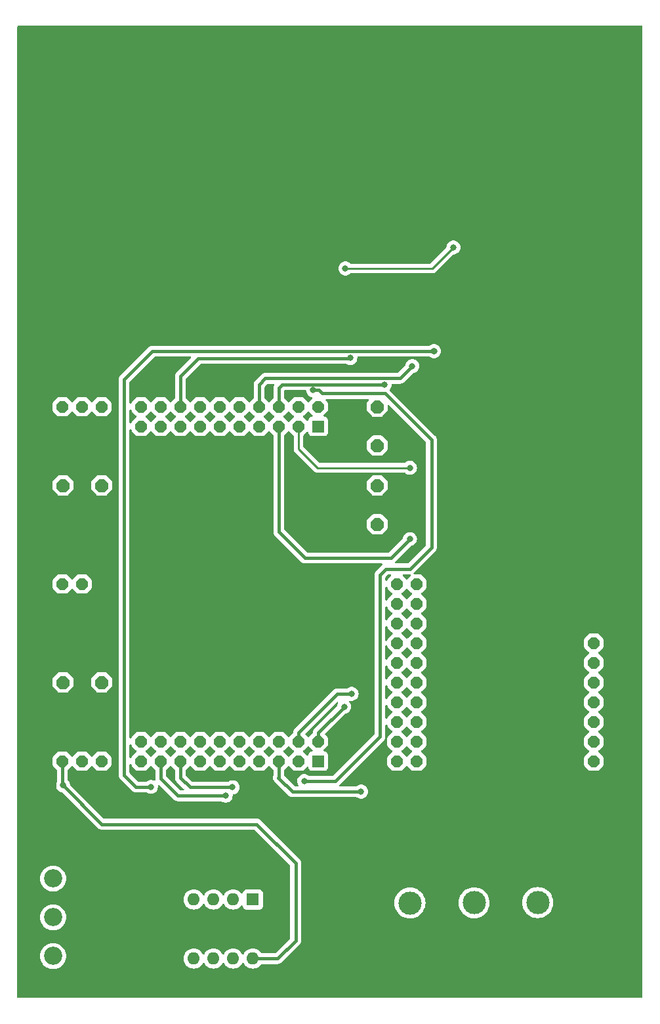
<source format=gbr>
%TF.GenerationSoftware,KiCad,Pcbnew,7.0.10*%
%TF.CreationDate,2025-04-16T23:10:35-06:00*%
%TF.ProjectId,Afinador_pcb,4166696e-6164-46f7-925f-7063622e6b69,rev?*%
%TF.SameCoordinates,Original*%
%TF.FileFunction,Copper,L2,Bot*%
%TF.FilePolarity,Positive*%
%FSLAX46Y46*%
G04 Gerber Fmt 4.6, Leading zero omitted, Abs format (unit mm)*
G04 Created by KiCad (PCBNEW 7.0.10) date 2025-04-16 23:10:35*
%MOMM*%
%LPD*%
G01*
G04 APERTURE LIST*
G04 Aperture macros list*
%AMOutline5P*
0 Free polygon, 5 corners , with rotation*
0 The origin of the aperture is its center*
0 number of corners: always 5*
0 $1 to $10 corner X, Y*
0 $11 Rotation angle, in degrees counterclockwise*
0 create outline with 5 corners*
4,1,5,$1,$2,$3,$4,$5,$6,$7,$8,$9,$10,$1,$2,$11*%
%AMOutline6P*
0 Free polygon, 6 corners , with rotation*
0 The origin of the aperture is its center*
0 number of corners: always 6*
0 $1 to $12 corner X, Y*
0 $13 Rotation angle, in degrees counterclockwise*
0 create outline with 6 corners*
4,1,6,$1,$2,$3,$4,$5,$6,$7,$8,$9,$10,$11,$12,$1,$2,$13*%
%AMOutline7P*
0 Free polygon, 7 corners , with rotation*
0 The origin of the aperture is its center*
0 number of corners: always 7*
0 $1 to $14 corner X, Y*
0 $15 Rotation angle, in degrees counterclockwise*
0 create outline with 7 corners*
4,1,7,$1,$2,$3,$4,$5,$6,$7,$8,$9,$10,$11,$12,$13,$14,$1,$2,$15*%
%AMOutline8P*
0 Free polygon, 8 corners , with rotation*
0 The origin of the aperture is its center*
0 number of corners: always 8*
0 $1 to $16 corner X, Y*
0 $17 Rotation angle, in degrees counterclockwise*
0 create outline with 8 corners*
4,1,8,$1,$2,$3,$4,$5,$6,$7,$8,$9,$10,$11,$12,$13,$14,$15,$16,$1,$2,$17*%
G04 Aperture macros list end*
%TA.AperFunction,ComponentPad*%
%ADD10C,3.000000*%
%TD*%
%TA.AperFunction,ComponentPad*%
%ADD11Outline8P,-0.762000X0.315631X-0.315631X0.762000X0.315631X0.762000X0.762000X0.315631X0.762000X-0.315631X0.315631X-0.762000X-0.315631X-0.762000X-0.762000X-0.315631X180.000000*%
%TD*%
%TA.AperFunction,ComponentPad*%
%ADD12Outline8P,-0.762000X0.315631X-0.315631X0.762000X0.315631X0.762000X0.762000X0.315631X0.762000X-0.315631X0.315631X-0.762000X-0.315631X-0.762000X-0.762000X-0.315631X270.000000*%
%TD*%
%TA.AperFunction,ComponentPad*%
%ADD13R,1.524000X1.524000*%
%TD*%
%TA.AperFunction,ComponentPad*%
%ADD14Outline8P,-0.838200X0.347194X-0.347194X0.838200X0.347194X0.838200X0.838200X0.347194X0.838200X-0.347194X0.347194X-0.838200X-0.347194X-0.838200X-0.838200X-0.347194X270.000000*%
%TD*%
%TA.AperFunction,ComponentPad*%
%ADD15Outline8P,-0.838200X0.347194X-0.347194X0.838200X0.347194X0.838200X0.838200X0.347194X0.838200X-0.347194X0.347194X-0.838200X-0.347194X-0.838200X-0.838200X-0.347194X180.000000*%
%TD*%
%TA.AperFunction,ComponentPad*%
%ADD16Outline8P,-0.762000X0.315631X-0.315631X0.762000X0.315631X0.762000X0.762000X0.315631X0.762000X-0.315631X0.315631X-0.762000X-0.315631X-0.762000X-0.762000X-0.315631X90.000000*%
%TD*%
%TA.AperFunction,ComponentPad*%
%ADD17C,2.340000*%
%TD*%
%TA.AperFunction,ComponentPad*%
%ADD18O,1.600000X1.600000*%
%TD*%
%TA.AperFunction,ComponentPad*%
%ADD19R,1.600000X1.600000*%
%TD*%
%TA.AperFunction,ViaPad*%
%ADD20C,0.800000*%
%TD*%
%TA.AperFunction,Conductor*%
%ADD21C,0.250000*%
%TD*%
%TA.AperFunction,Conductor*%
%ADD22C,0.400000*%
%TD*%
G04 APERTURE END LIST*
D10*
%TO.P,J2,T*%
%TO.N,Net-(U1A-+)*%
X93204800Y-136455600D03*
%TO.P,J2,S*%
%TO.N,unconnected-(J2-PadS)*%
X109689400Y-136404800D03*
%TO.P,J2,R*%
%TO.N,unconnected-(J2-PadR)*%
X101485200Y-136430200D03*
%TD*%
D11*
%TO.P,MSP430F5529LP1,1,3.3V*%
%TO.N,unconnected-(MSP430F5529LP1-3.3V-Pad1)*%
X81356200Y-72440800D03*
D12*
X48336200Y-118160800D03*
D11*
%TO.P,MSP430F5529LP1,2,6.5*%
%TO.N,unconnected-(MSP430F5529LP1-6.5-Pad2)*%
X78816200Y-72440800D03*
%TO.P,MSP430F5529LP1,3,P3.4*%
%TO.N,/RIGTH*%
X76276200Y-72440800D03*
%TO.P,MSP430F5529LP1,4,P3.3*%
%TO.N,/#*%
X73736200Y-72440800D03*
%TO.P,MSP430F5529LP1,5,P1.6*%
%TO.N,unconnected-(MSP430F5529LP1-P1.6-Pad5)*%
X71196200Y-72440800D03*
%TO.P,MSP430F5529LP1,6,P6.6*%
%TO.N,unconnected-(MSP430F5529LP1-P6.6-Pad6)*%
X68656200Y-72440800D03*
%TO.P,MSP430F5529LP1,7,P3.2*%
%TO.N,/RBmol*%
X66116200Y-72440800D03*
%TO.P,MSP430F5529LP1,8,P2.7*%
%TO.N,/G*%
X63576200Y-72440800D03*
%TO.P,MSP430F5529LP1,9,P4.2*%
%TO.N,unconnected-(MSP430F5529LP1-P4.2-Pad9)*%
X61036200Y-72440800D03*
%TO.P,MSP430F5529LP1,10,P4.1*%
%TO.N,unconnected-(MSP430F5529LP1-P4.1-Pad10)*%
X58496200Y-72440800D03*
D12*
%TO.P,MSP430F5529LP1,11,5V*%
%TO.N,Net-(MSP430F5529LP1-5V)*%
X48336200Y-72440800D03*
D13*
X81356200Y-74980800D03*
D11*
%TO.P,MSP430F5529LP1,12,GND*%
%TO.N,Net-(A1-K)*%
X78816200Y-74980800D03*
D13*
X81356200Y-118160800D03*
D11*
%TO.P,MSP430F5529LP1,13,P6.0*%
%TO.N,Net-(MSP430F5529LP1-P6.0)*%
X76276200Y-74980800D03*
%TO.P,MSP430F5529LP1,14,P6.1*%
%TO.N,unconnected-(MSP430F5529LP1-P6.1-Pad14)*%
X73736200Y-74980800D03*
%TO.P,MSP430F5529LP1,15,P6.2*%
%TO.N,unconnected-(MSP430F5529LP1-P6.2-Pad15)*%
X71196200Y-74980800D03*
%TO.P,MSP430F5529LP1,16,P6.3*%
%TO.N,unconnected-(MSP430F5529LP1-P6.3-Pad16)*%
X68656200Y-74980800D03*
%TO.P,MSP430F5529LP1,17,P6.4*%
%TO.N,unconnected-(MSP430F5529LP1-P6.4-Pad17)*%
X66116200Y-74980800D03*
%TO.P,MSP430F5529LP1,18,P7.0*%
%TO.N,unconnected-(MSP430F5529LP1-P7.0-Pad18)*%
X63576200Y-74980800D03*
%TO.P,MSP430F5529LP1,19,P3.6*%
%TO.N,unconnected-(MSP430F5529LP1-P3.6-Pad19)*%
X61036200Y-74980800D03*
%TO.P,MSP430F5529LP1,20,P3.5*%
%TO.N,unconnected-(MSP430F5529LP1-P3.5-Pad20)*%
X58496200Y-74980800D03*
%TO.P,MSP430F5529LP1,21,P2.5*%
%TO.N,/E*%
X81356200Y-115620800D03*
%TO.P,MSP430F5529LP1,22,P2.4*%
%TO.N,/D*%
X78816200Y-115620800D03*
%TO.P,MSP430F5529LP1,23,P1.5*%
%TO.N,unconnected-(MSP430F5529LP1-P1.5-Pad23)*%
X76276200Y-115620800D03*
%TO.P,MSP430F5529LP1,24,P1.4*%
%TO.N,unconnected-(MSP430F5529LP1-P1.4-Pad24)*%
X73736200Y-115620800D03*
%TO.P,MSP430F5529LP1,25,P1.3*%
%TO.N,unconnected-(MSP430F5529LP1-P1.3-Pad25)*%
X71196200Y-115620800D03*
%TO.P,MSP430F5529LP1,26,P1.2*%
%TO.N,unconnected-(MSP430F5529LP1-P1.2-Pad26)*%
X68656200Y-115620800D03*
%TO.P,MSP430F5529LP1,27,P4.3*%
%TO.N,unconnected-(MSP430F5529LP1-P4.3-Pad27)*%
X66116200Y-115620800D03*
%TO.P,MSP430F5529LP1,28,P4.0*%
%TO.N,unconnected-(MSP430F5529LP1-P4.0-Pad28)*%
X63576200Y-115620800D03*
%TO.P,MSP430F5529LP1,29,P3.7*%
%TO.N,unconnected-(MSP430F5529LP1-P3.7-Pad29)*%
X61036200Y-115620800D03*
%TO.P,MSP430F5529LP1,30,P8.2*%
%TO.N,unconnected-(MSP430F5529LP1-P8.2-Pad30)*%
X58496200Y-115620800D03*
%TO.P,MSP430F5529LP1,32,P2.0*%
%TO.N,/A*%
X78816200Y-118160800D03*
%TO.P,MSP430F5529LP1,33,P2.2*%
%TO.N,/B*%
X76276200Y-118160800D03*
%TO.P,MSP430F5529LP1,34,P7.4*%
%TO.N,unconnected-(MSP430F5529LP1-P7.4-Pad34)*%
X73736200Y-118160800D03*
D14*
%TO.P,MSP430F5529LP1,35,RST*%
%TO.N,unconnected-(MSP430F5529LP1-RST-Pad35)*%
X88976800Y-72439600D03*
D11*
X71196200Y-118160800D03*
%TO.P,MSP430F5529LP1,36,P3.0*%
%TO.N,/RUnd*%
X68656200Y-118160800D03*
%TO.P,MSP430F5529LP1,37,P3.1*%
%TO.N,/OVER*%
X66116200Y-118160800D03*
%TO.P,MSP430F5529LP1,38,P2.6*%
%TO.N,/F*%
X63576200Y-118160800D03*
%TO.P,MSP430F5529LP1,39,P2.3*%
%TO.N,/C*%
X61036200Y-118160800D03*
%TO.P,MSP430F5529LP1,40,P8.1*%
%TO.N,unconnected-(MSP430F5529LP1-P8.1-Pad40)*%
X58496200Y-118160800D03*
D12*
%TO.P,MSP430F5529LP1,41*%
%TO.N,N/C*%
X53416200Y-72440800D03*
X50876200Y-72440800D03*
X53416200Y-118160800D03*
X50876200Y-118160800D03*
D14*
%TO.P,MSP430F5529LP1,x*%
X88976800Y-77442000D03*
X88976800Y-82599600D03*
D15*
X53417400Y-82601400D03*
X48415000Y-82601400D03*
D14*
X88976800Y-87602000D03*
D12*
X94056200Y-95300800D03*
X91516200Y-95300800D03*
D16*
X50876200Y-95300800D03*
X48336200Y-95300800D03*
X94056200Y-97840800D03*
X91516200Y-97840800D03*
X94056200Y-100380800D03*
X91516200Y-100380800D03*
D12*
X116916200Y-102920800D03*
D16*
X94081600Y-102920800D03*
X91541600Y-102920800D03*
D12*
X116916200Y-105460800D03*
D16*
X94056200Y-105460800D03*
X91516200Y-105460800D03*
D12*
X116916200Y-108000800D03*
D16*
X94056200Y-108000800D03*
X91516200Y-108000800D03*
D15*
X53417400Y-108001400D03*
X48415000Y-108001400D03*
D12*
X116916200Y-110540800D03*
D16*
X94056200Y-110540800D03*
X91516200Y-110540800D03*
D12*
X116916200Y-113080800D03*
D16*
X94056200Y-113080800D03*
X91516200Y-113080800D03*
D12*
X116916200Y-115620800D03*
D16*
X94056200Y-115620800D03*
X91516200Y-115620800D03*
D12*
X116916200Y-118160800D03*
D16*
X94056200Y-118160800D03*
X91516200Y-118160800D03*
%TD*%
D17*
%TO.P,RV1,3,3*%
%TO.N,Net-(A1-K)*%
X47147400Y-143303000D03*
%TO.P,RV1,2,2*%
%TO.N,Net-(U1A--)*%
X47147400Y-138303000D03*
%TO.P,RV1,1,1*%
%TO.N,Net-(MSP430F5529LP1-5V)*%
X47147400Y-133303000D03*
%TD*%
D18*
%TO.P,U1,8*%
%TO.N,N/C*%
X72913400Y-143621600D03*
%TO.P,U1,7*%
X70373400Y-143621600D03*
%TO.P,U1,6*%
X67833400Y-143621600D03*
%TO.P,U1,5*%
X65293400Y-143621600D03*
%TO.P,U1,4*%
X65293400Y-136001600D03*
%TO.P,U1,3,+*%
%TO.N,Net-(U1A-+)*%
X67833400Y-136001600D03*
%TO.P,U1,2,-*%
%TO.N,Net-(U1A--)*%
X70373400Y-136001600D03*
D19*
%TO.P,U1,1*%
%TO.N,Net-(MSP430F5529LP1-P6.0)*%
X72913400Y-136001600D03*
%TD*%
D20*
%TO.N,Net-(A1-K)*%
X98807800Y-51897400D03*
X98807800Y-51897400D03*
X93194400Y-80320000D03*
X93194400Y-80320000D03*
X84863200Y-54615200D03*
X84863200Y-54615200D03*
%TO.N,unconnected-(MSP430F5529LP1-3.3V-Pad1)*%
X48439600Y-121290200D03*
%TO.N,Net-(MSP430F5529LP1-P6.0)*%
X93194400Y-89514800D03*
X93194400Y-89514800D03*
%TO.N,/OVER*%
X59766200Y-121488200D03*
X59766200Y-121488200D03*
X96291400Y-65278000D03*
X96301742Y-65286567D03*
%TO.N,/#*%
X93497400Y-67208400D03*
X93497400Y-67208400D03*
%TO.N,/RIGTH*%
X89916000Y-69596000D03*
X89916000Y-69596000D03*
%TO.N,/B*%
X86893400Y-122097800D03*
X86893400Y-122097800D03*
%TO.N,/G*%
X85496400Y-66167000D03*
X85496400Y-66167000D03*
%TO.N,/C*%
X69418200Y-122631200D03*
X69418200Y-122631200D03*
%TO.N,/D*%
X85674200Y-109474000D03*
X85674200Y-109474000D03*
%TO.N,/E*%
X84709000Y-111150400D03*
X84709000Y-111150400D03*
X84709000Y-111150400D03*
%TO.N,/F*%
X70307200Y-121539000D03*
%TO.N,/A*%
X79552800Y-120726200D03*
X80721200Y-70321000D03*
%TD*%
D21*
%TO.N,Net-(A1-K)*%
X96090000Y-54615200D02*
X98807800Y-51897400D01*
X84863200Y-54615200D02*
X96090000Y-54615200D01*
X81256400Y-80320000D02*
X93194400Y-80320000D01*
X80951600Y-80015200D02*
X81256400Y-80320000D01*
X78816200Y-77879800D02*
X80951600Y-80015200D01*
X78816200Y-74980800D02*
X78816200Y-77879800D01*
X50974400Y-72440800D02*
X50979600Y-72446000D01*
D22*
%TO.N,Net-(MSP430F5529LP1-P6.0)*%
X90756000Y-91953200D02*
X79659600Y-91953200D01*
X93194400Y-89514800D02*
X90756000Y-91953200D01*
X79659600Y-91953200D02*
X76276200Y-88569800D01*
X76276200Y-88569800D02*
X76276200Y-74980800D01*
%TO.N,/A*%
X83540600Y-120777000D02*
X79552800Y-120726200D01*
X89331800Y-114985800D02*
X83540600Y-120777000D01*
X89331800Y-94139400D02*
X89331800Y-114985800D01*
X90113600Y-93357600D02*
X89331800Y-94139400D01*
X90017600Y-70739000D02*
X95963000Y-76684400D01*
X95963000Y-76684400D02*
X95963000Y-90581600D01*
X81864200Y-70739000D02*
X90017600Y-70739000D01*
X81432400Y-70307200D02*
X81864200Y-70739000D01*
X93187000Y-93357600D02*
X90113600Y-93357600D01*
X80735000Y-70307200D02*
X81432400Y-70307200D01*
X95963000Y-90581600D02*
X93187000Y-93357600D01*
X80721200Y-70321000D02*
X80735000Y-70307200D01*
%TO.N,unconnected-(MSP430F5529LP1-3.3V-Pad1)*%
X48336200Y-121186800D02*
X48439600Y-121290200D01*
X48336200Y-118160800D02*
X48336200Y-121186800D01*
X53439600Y-126290200D02*
X48439600Y-121290200D01*
X73439600Y-126290200D02*
X53439600Y-126290200D01*
X78439600Y-141290200D02*
X78439600Y-131290200D01*
X72913400Y-143621600D02*
X76108200Y-143621600D01*
X76108200Y-143621600D02*
X78439600Y-141290200D01*
X78439600Y-131290200D02*
X73439600Y-126290200D01*
%TO.N,/OVER*%
X57607200Y-121259600D02*
X57835800Y-121488200D01*
X56311800Y-68884800D02*
X56311800Y-119964200D01*
X56311800Y-119964200D02*
X57607200Y-121259600D01*
X57835800Y-121488200D02*
X59766200Y-121488200D01*
X59918600Y-65278000D02*
X56311800Y-68884800D01*
X96291400Y-65278000D02*
X59918600Y-65278000D01*
%TO.N,/G*%
X63576200Y-68529200D02*
X63576200Y-72440800D01*
X85496400Y-66167000D02*
X85445600Y-66217800D01*
X65887600Y-66217800D02*
X63576200Y-68529200D01*
X85445600Y-66217800D02*
X65887600Y-66217800D01*
%TO.N,/#*%
X73736200Y-69570600D02*
X73736200Y-72440800D01*
X74523600Y-68783200D02*
X73736200Y-69570600D01*
X91922600Y-68783200D02*
X74523600Y-68783200D01*
X93497400Y-67208400D02*
X91922600Y-68783200D01*
%TO.N,/RIGTH*%
X76276200Y-70002400D02*
X76276200Y-72440800D01*
X89916000Y-69596000D02*
X86741000Y-69596000D01*
X86741000Y-69596000D02*
X86715600Y-69570600D01*
X86715600Y-69570600D02*
X76708000Y-69570600D01*
X76708000Y-69570600D02*
X76276200Y-70002400D01*
%TO.N,/B*%
X76225400Y-120294400D02*
X76276200Y-120243600D01*
X78028800Y-122097800D02*
X76225400Y-120294400D01*
X76276200Y-120243600D02*
X76276200Y-118160800D01*
X86893400Y-122097800D02*
X78028800Y-122097800D01*
%TO.N,/C*%
X61036200Y-120421400D02*
X61036200Y-118160800D01*
X63246000Y-122631200D02*
X61036200Y-120421400D01*
X69418200Y-122631200D02*
X63246000Y-122631200D01*
%TO.N,/D*%
X78816200Y-114477800D02*
X78816200Y-115620800D01*
X83820000Y-109474000D02*
X78816200Y-114477800D01*
X85674200Y-109474000D02*
X83820000Y-109474000D01*
%TO.N,/E*%
X84709000Y-111150400D02*
X81356200Y-114503200D01*
X81356200Y-114503200D02*
X81356200Y-115620800D01*
%TO.N,/F*%
X63576200Y-120294400D02*
X63576200Y-118160800D01*
X64820800Y-121539000D02*
X63576200Y-120294400D01*
X70307200Y-121539000D02*
X64820800Y-121539000D01*
%TO.N,/A*%
X79552800Y-120726200D02*
X79603600Y-120777000D01*
%TD*%
%TA.AperFunction,NonConductor*%
G36*
X123160239Y-23316685D02*
G01*
X123205994Y-23369489D01*
X123217200Y-23421000D01*
X123217200Y-148598200D01*
X123197515Y-148665239D01*
X123144711Y-148710994D01*
X123093200Y-148722200D01*
X42645400Y-148722200D01*
X42578361Y-148702515D01*
X42532606Y-148649711D01*
X42521400Y-148598200D01*
X42521400Y-143303004D01*
X45472216Y-143303004D01*
X45490924Y-143552663D01*
X45490925Y-143552668D01*
X45546636Y-143796755D01*
X45546638Y-143796764D01*
X45546640Y-143796769D01*
X45638111Y-144029835D01*
X45763298Y-144246665D01*
X45830834Y-144331352D01*
X45919406Y-144442418D01*
X46092664Y-144603177D01*
X46102940Y-144612712D01*
X46309808Y-144753752D01*
X46309813Y-144753754D01*
X46309814Y-144753755D01*
X46309815Y-144753756D01*
X46429618Y-144811449D01*
X46535383Y-144862383D01*
X46535384Y-144862383D01*
X46535387Y-144862385D01*
X46774636Y-144936184D01*
X46774637Y-144936184D01*
X46774640Y-144936185D01*
X47022205Y-144973499D01*
X47022210Y-144973499D01*
X47022213Y-144973500D01*
X47022214Y-144973500D01*
X47272586Y-144973500D01*
X47272587Y-144973500D01*
X47272594Y-144973499D01*
X47520159Y-144936185D01*
X47520160Y-144936184D01*
X47520164Y-144936184D01*
X47759413Y-144862385D01*
X47984992Y-144753752D01*
X48191860Y-144612712D01*
X48355645Y-144460741D01*
X48375393Y-144442418D01*
X48375393Y-144442416D01*
X48375397Y-144442414D01*
X48531502Y-144246665D01*
X48656689Y-144029835D01*
X48748160Y-143796769D01*
X48803874Y-143552673D01*
X48803875Y-143552663D01*
X48822584Y-143303004D01*
X48822584Y-143302995D01*
X48803875Y-143053336D01*
X48803874Y-143053331D01*
X48803874Y-143053327D01*
X48748160Y-142809231D01*
X48656689Y-142576165D01*
X48531502Y-142359335D01*
X48375397Y-142163586D01*
X48375396Y-142163585D01*
X48375393Y-142163581D01*
X48191860Y-141993288D01*
X47984992Y-141852248D01*
X47984988Y-141852246D01*
X47984985Y-141852244D01*
X47984984Y-141852243D01*
X47759415Y-141743616D01*
X47759417Y-141743616D01*
X47520165Y-141669816D01*
X47520159Y-141669814D01*
X47272594Y-141632500D01*
X47272587Y-141632500D01*
X47022213Y-141632500D01*
X47022205Y-141632500D01*
X46774640Y-141669814D01*
X46774634Y-141669816D01*
X46535383Y-141743616D01*
X46309815Y-141852243D01*
X46309814Y-141852244D01*
X46102939Y-141993288D01*
X45919406Y-142163581D01*
X45763298Y-142359335D01*
X45638111Y-142576164D01*
X45546642Y-142809225D01*
X45546636Y-142809244D01*
X45490925Y-143053331D01*
X45490924Y-143053336D01*
X45472216Y-143302995D01*
X45472216Y-143303004D01*
X42521400Y-143303004D01*
X42521400Y-138303004D01*
X45472216Y-138303004D01*
X45490924Y-138552663D01*
X45490925Y-138552668D01*
X45546636Y-138796755D01*
X45546638Y-138796764D01*
X45546640Y-138796769D01*
X45638111Y-139029835D01*
X45763298Y-139246665D01*
X45889381Y-139404768D01*
X45919406Y-139442418D01*
X46092664Y-139603177D01*
X46102940Y-139612712D01*
X46309808Y-139753752D01*
X46309813Y-139753754D01*
X46309814Y-139753755D01*
X46309815Y-139753756D01*
X46429618Y-139811449D01*
X46535383Y-139862383D01*
X46535384Y-139862383D01*
X46535387Y-139862385D01*
X46774636Y-139936184D01*
X46774637Y-139936184D01*
X46774640Y-139936185D01*
X47022205Y-139973499D01*
X47022210Y-139973499D01*
X47022213Y-139973500D01*
X47022214Y-139973500D01*
X47272586Y-139973500D01*
X47272587Y-139973500D01*
X47272594Y-139973499D01*
X47520159Y-139936185D01*
X47520160Y-139936184D01*
X47520164Y-139936184D01*
X47759413Y-139862385D01*
X47984992Y-139753752D01*
X48191860Y-139612712D01*
X48375397Y-139442414D01*
X48531502Y-139246665D01*
X48656689Y-139029835D01*
X48748160Y-138796769D01*
X48803874Y-138552673D01*
X48812258Y-138440795D01*
X48822584Y-138303004D01*
X48822584Y-138302995D01*
X48803875Y-138053336D01*
X48803874Y-138053331D01*
X48803874Y-138053327D01*
X48748160Y-137809231D01*
X48656689Y-137576165D01*
X48531502Y-137359335D01*
X48375397Y-137163586D01*
X48375396Y-137163585D01*
X48375393Y-137163581D01*
X48191860Y-136993288D01*
X48157477Y-136969846D01*
X47984992Y-136852248D01*
X47984988Y-136852246D01*
X47984985Y-136852244D01*
X47984984Y-136852243D01*
X47759415Y-136743616D01*
X47759417Y-136743616D01*
X47520165Y-136669816D01*
X47520159Y-136669814D01*
X47272594Y-136632500D01*
X47272587Y-136632500D01*
X47022213Y-136632500D01*
X47022205Y-136632500D01*
X46774640Y-136669814D01*
X46774634Y-136669816D01*
X46535383Y-136743616D01*
X46309815Y-136852243D01*
X46309814Y-136852244D01*
X46102939Y-136993288D01*
X45919406Y-137163581D01*
X45763298Y-137359335D01*
X45638111Y-137576164D01*
X45546642Y-137809225D01*
X45546636Y-137809244D01*
X45490925Y-138053331D01*
X45490924Y-138053336D01*
X45472216Y-138302995D01*
X45472216Y-138303004D01*
X42521400Y-138303004D01*
X42521400Y-136001601D01*
X63987932Y-136001601D01*
X64007764Y-136228286D01*
X64007766Y-136228297D01*
X64066658Y-136448088D01*
X64066661Y-136448097D01*
X64162831Y-136654332D01*
X64162832Y-136654334D01*
X64293354Y-136840741D01*
X64454258Y-137001645D01*
X64454261Y-137001647D01*
X64640666Y-137132168D01*
X64846904Y-137228339D01*
X64846909Y-137228340D01*
X64846911Y-137228341D01*
X64899815Y-137242516D01*
X65066708Y-137287235D01*
X65228630Y-137301401D01*
X65293398Y-137307068D01*
X65293400Y-137307068D01*
X65293402Y-137307068D01*
X65350207Y-137302098D01*
X65520092Y-137287235D01*
X65739896Y-137228339D01*
X65946134Y-137132168D01*
X66132539Y-137001647D01*
X66293447Y-136840739D01*
X66423968Y-136654334D01*
X66451018Y-136596324D01*
X66497190Y-136543885D01*
X66564383Y-136524733D01*
X66631265Y-136544948D01*
X66675782Y-136596325D01*
X66702829Y-136654328D01*
X66702832Y-136654334D01*
X66833354Y-136840741D01*
X66994258Y-137001645D01*
X66994261Y-137001647D01*
X67180666Y-137132168D01*
X67386904Y-137228339D01*
X67386909Y-137228340D01*
X67386911Y-137228341D01*
X67439815Y-137242516D01*
X67606708Y-137287235D01*
X67768630Y-137301401D01*
X67833398Y-137307068D01*
X67833400Y-137307068D01*
X67833402Y-137307068D01*
X67890207Y-137302098D01*
X68060092Y-137287235D01*
X68279896Y-137228339D01*
X68486134Y-137132168D01*
X68672539Y-137001647D01*
X68833447Y-136840739D01*
X68963968Y-136654334D01*
X68991018Y-136596324D01*
X69037190Y-136543885D01*
X69104383Y-136524733D01*
X69171265Y-136544948D01*
X69215782Y-136596325D01*
X69242829Y-136654328D01*
X69242832Y-136654334D01*
X69373354Y-136840741D01*
X69534258Y-137001645D01*
X69534261Y-137001647D01*
X69720666Y-137132168D01*
X69926904Y-137228339D01*
X69926909Y-137228340D01*
X69926911Y-137228341D01*
X69979815Y-137242516D01*
X70146708Y-137287235D01*
X70308630Y-137301401D01*
X70373398Y-137307068D01*
X70373400Y-137307068D01*
X70373402Y-137307068D01*
X70430207Y-137302098D01*
X70600092Y-137287235D01*
X70819896Y-137228339D01*
X71026134Y-137132168D01*
X71212539Y-137001647D01*
X71373447Y-136840739D01*
X71390672Y-136816139D01*
X71445248Y-136772513D01*
X71514746Y-136765318D01*
X71577101Y-136796839D01*
X71612516Y-136857068D01*
X71615538Y-136874006D01*
X71619308Y-136909083D01*
X71669602Y-137043928D01*
X71669606Y-137043935D01*
X71755852Y-137159144D01*
X71755855Y-137159147D01*
X71871064Y-137245393D01*
X71871071Y-137245397D01*
X72005917Y-137295691D01*
X72005916Y-137295691D01*
X72012844Y-137296435D01*
X72065527Y-137302100D01*
X73761272Y-137302099D01*
X73820883Y-137295691D01*
X73955731Y-137245396D01*
X74070946Y-137159146D01*
X74157196Y-137043931D01*
X74207491Y-136909083D01*
X74213900Y-136849473D01*
X74213899Y-135153728D01*
X74207491Y-135094117D01*
X74206479Y-135091405D01*
X74157197Y-134959271D01*
X74157193Y-134959264D01*
X74070947Y-134844055D01*
X74070944Y-134844052D01*
X73955735Y-134757806D01*
X73955728Y-134757802D01*
X73820882Y-134707508D01*
X73820883Y-134707508D01*
X73761283Y-134701101D01*
X73761281Y-134701100D01*
X73761273Y-134701100D01*
X73761264Y-134701100D01*
X72065529Y-134701100D01*
X72065523Y-134701101D01*
X72005916Y-134707508D01*
X71871071Y-134757802D01*
X71871064Y-134757806D01*
X71755855Y-134844052D01*
X71755852Y-134844055D01*
X71669606Y-134959264D01*
X71669602Y-134959271D01*
X71619308Y-135094116D01*
X71615537Y-135129196D01*
X71588798Y-135193746D01*
X71531406Y-135233594D01*
X71461580Y-135236087D01*
X71401492Y-135200434D01*
X71390673Y-135187062D01*
X71373445Y-135162458D01*
X71212541Y-135001554D01*
X71026134Y-134871032D01*
X71026132Y-134871031D01*
X70819897Y-134774861D01*
X70819888Y-134774858D01*
X70600097Y-134715966D01*
X70600093Y-134715965D01*
X70600092Y-134715965D01*
X70600091Y-134715964D01*
X70600086Y-134715964D01*
X70373402Y-134696132D01*
X70373398Y-134696132D01*
X70146713Y-134715964D01*
X70146702Y-134715966D01*
X69926911Y-134774858D01*
X69926902Y-134774861D01*
X69720667Y-134871031D01*
X69720665Y-134871032D01*
X69534258Y-135001554D01*
X69373354Y-135162458D01*
X69242832Y-135348865D01*
X69242831Y-135348867D01*
X69215782Y-135406875D01*
X69169609Y-135459314D01*
X69102416Y-135478466D01*
X69035535Y-135458250D01*
X68991018Y-135406875D01*
X68963968Y-135348866D01*
X68833447Y-135162461D01*
X68833445Y-135162458D01*
X68672541Y-135001554D01*
X68486134Y-134871032D01*
X68486132Y-134871031D01*
X68279897Y-134774861D01*
X68279888Y-134774858D01*
X68060097Y-134715966D01*
X68060093Y-134715965D01*
X68060092Y-134715965D01*
X68060091Y-134715964D01*
X68060086Y-134715964D01*
X67833402Y-134696132D01*
X67833398Y-134696132D01*
X67606713Y-134715964D01*
X67606702Y-134715966D01*
X67386911Y-134774858D01*
X67386902Y-134774861D01*
X67180667Y-134871031D01*
X67180665Y-134871032D01*
X66994258Y-135001554D01*
X66833354Y-135162458D01*
X66702832Y-135348865D01*
X66702831Y-135348867D01*
X66675782Y-135406875D01*
X66629609Y-135459314D01*
X66562416Y-135478466D01*
X66495535Y-135458250D01*
X66451018Y-135406875D01*
X66423968Y-135348866D01*
X66293447Y-135162461D01*
X66293445Y-135162458D01*
X66132541Y-135001554D01*
X65946134Y-134871032D01*
X65946132Y-134871031D01*
X65739897Y-134774861D01*
X65739888Y-134774858D01*
X65520097Y-134715966D01*
X65520093Y-134715965D01*
X65520092Y-134715965D01*
X65520091Y-134715964D01*
X65520086Y-134715964D01*
X65293402Y-134696132D01*
X65293398Y-134696132D01*
X65066713Y-134715964D01*
X65066702Y-134715966D01*
X64846911Y-134774858D01*
X64846902Y-134774861D01*
X64640667Y-134871031D01*
X64640665Y-134871032D01*
X64454258Y-135001554D01*
X64293354Y-135162458D01*
X64162832Y-135348865D01*
X64162831Y-135348867D01*
X64066661Y-135555102D01*
X64066658Y-135555111D01*
X64007766Y-135774902D01*
X64007764Y-135774913D01*
X63987932Y-136001598D01*
X63987932Y-136001601D01*
X42521400Y-136001601D01*
X42521400Y-133303004D01*
X45472216Y-133303004D01*
X45490924Y-133552663D01*
X45490925Y-133552668D01*
X45546636Y-133796755D01*
X45546638Y-133796764D01*
X45546640Y-133796769D01*
X45638111Y-134029835D01*
X45763298Y-134246665D01*
X45884933Y-134399190D01*
X45919406Y-134442418D01*
X46068154Y-134580435D01*
X46102940Y-134612712D01*
X46309808Y-134753752D01*
X46309813Y-134753754D01*
X46309814Y-134753755D01*
X46309815Y-134753756D01*
X46353641Y-134774861D01*
X46535383Y-134862383D01*
X46535384Y-134862383D01*
X46535387Y-134862385D01*
X46774636Y-134936184D01*
X46774637Y-134936184D01*
X46774640Y-134936185D01*
X47022205Y-134973499D01*
X47022210Y-134973499D01*
X47022213Y-134973500D01*
X47022214Y-134973500D01*
X47272586Y-134973500D01*
X47272587Y-134973500D01*
X47272594Y-134973499D01*
X47520159Y-134936185D01*
X47520160Y-134936184D01*
X47520164Y-134936184D01*
X47759413Y-134862385D01*
X47984992Y-134753752D01*
X48191860Y-134612712D01*
X48375397Y-134442414D01*
X48531502Y-134246665D01*
X48656689Y-134029835D01*
X48748160Y-133796769D01*
X48803874Y-133552673D01*
X48822584Y-133303000D01*
X48803874Y-133053327D01*
X48748160Y-132809231D01*
X48656689Y-132576165D01*
X48531502Y-132359335D01*
X48375397Y-132163586D01*
X48375396Y-132163585D01*
X48375393Y-132163581D01*
X48191860Y-131993288D01*
X47984992Y-131852248D01*
X47984988Y-131852246D01*
X47984985Y-131852244D01*
X47984984Y-131852243D01*
X47759415Y-131743616D01*
X47759417Y-131743616D01*
X47520165Y-131669816D01*
X47520159Y-131669814D01*
X47272594Y-131632500D01*
X47272587Y-131632500D01*
X47022213Y-131632500D01*
X47022205Y-131632500D01*
X46774640Y-131669814D01*
X46774634Y-131669816D01*
X46535383Y-131743616D01*
X46309815Y-131852243D01*
X46309814Y-131852244D01*
X46102939Y-131993288D01*
X45919406Y-132163581D01*
X45763298Y-132359335D01*
X45638111Y-132576164D01*
X45546642Y-132809225D01*
X45546636Y-132809244D01*
X45490925Y-133053331D01*
X45490924Y-133053336D01*
X45472216Y-133302995D01*
X45472216Y-133303004D01*
X42521400Y-133303004D01*
X42521400Y-118517401D01*
X47073700Y-118517401D01*
X47076806Y-118542131D01*
X47083801Y-118597830D01*
X47084260Y-118601480D01*
X47139336Y-118734446D01*
X47139337Y-118734447D01*
X47191321Y-118801366D01*
X47191326Y-118801371D01*
X47599381Y-119209426D01*
X47632866Y-119270749D01*
X47635700Y-119297107D01*
X47635700Y-120848368D01*
X47619089Y-120910365D01*
X47612421Y-120921914D01*
X47584845Y-121006785D01*
X47553926Y-121101944D01*
X47534140Y-121290200D01*
X47553926Y-121478456D01*
X47553927Y-121478459D01*
X47612418Y-121658477D01*
X47612421Y-121658484D01*
X47707067Y-121822416D01*
X47783483Y-121907284D01*
X47833729Y-121963088D01*
X47986865Y-122074348D01*
X47986870Y-122074351D01*
X48159791Y-122151342D01*
X48159793Y-122151342D01*
X48159797Y-122151344D01*
X48314730Y-122184275D01*
X48376207Y-122217466D01*
X48376626Y-122217883D01*
X52926658Y-126767915D01*
X52931778Y-126773353D01*
X52971671Y-126818383D01*
X53021173Y-126852552D01*
X53027191Y-126856980D01*
X53074544Y-126894078D01*
X53074547Y-126894080D01*
X53074546Y-126894080D01*
X53083777Y-126898234D01*
X53103331Y-126909262D01*
X53111670Y-126915018D01*
X53167931Y-126936354D01*
X53174808Y-126939203D01*
X53196163Y-126948815D01*
X53229663Y-126963893D01*
X53229666Y-126963893D01*
X53229669Y-126963895D01*
X53239634Y-126965721D01*
X53261256Y-126971748D01*
X53264377Y-126972931D01*
X53270728Y-126975340D01*
X53328289Y-126982328D01*
X53330415Y-126982587D01*
X53337822Y-126983714D01*
X53396994Y-126994558D01*
X53457033Y-126990925D01*
X53464521Y-126990700D01*
X73098081Y-126990700D01*
X73165120Y-127010385D01*
X73185762Y-127027019D01*
X77702781Y-131544038D01*
X77736266Y-131605361D01*
X77739100Y-131631719D01*
X77739100Y-140948681D01*
X77719415Y-141015720D01*
X77702781Y-141036362D01*
X75854362Y-142884781D01*
X75793039Y-142918266D01*
X75766681Y-142921100D01*
X74075073Y-142921100D01*
X74008034Y-142901415D01*
X73973498Y-142868223D01*
X73913445Y-142782458D01*
X73752541Y-142621554D01*
X73566134Y-142491032D01*
X73566132Y-142491031D01*
X73359897Y-142394861D01*
X73359888Y-142394858D01*
X73140097Y-142335966D01*
X73140093Y-142335965D01*
X73140092Y-142335965D01*
X73140091Y-142335964D01*
X73140086Y-142335964D01*
X72913402Y-142316132D01*
X72913398Y-142316132D01*
X72686713Y-142335964D01*
X72686702Y-142335966D01*
X72466911Y-142394858D01*
X72466902Y-142394861D01*
X72260667Y-142491031D01*
X72260665Y-142491032D01*
X72074258Y-142621554D01*
X71913354Y-142782458D01*
X71782832Y-142968865D01*
X71782831Y-142968867D01*
X71755782Y-143026875D01*
X71709609Y-143079314D01*
X71642416Y-143098466D01*
X71575535Y-143078250D01*
X71531018Y-143026875D01*
X71503968Y-142968867D01*
X71503967Y-142968865D01*
X71445091Y-142884781D01*
X71406239Y-142829293D01*
X71373445Y-142782458D01*
X71212541Y-142621554D01*
X71026134Y-142491032D01*
X71026132Y-142491031D01*
X70819897Y-142394861D01*
X70819888Y-142394858D01*
X70600097Y-142335966D01*
X70600093Y-142335965D01*
X70600092Y-142335965D01*
X70600091Y-142335964D01*
X70600086Y-142335964D01*
X70373402Y-142316132D01*
X70373398Y-142316132D01*
X70146713Y-142335964D01*
X70146702Y-142335966D01*
X69926911Y-142394858D01*
X69926902Y-142394861D01*
X69720667Y-142491031D01*
X69720665Y-142491032D01*
X69534258Y-142621554D01*
X69373354Y-142782458D01*
X69242832Y-142968865D01*
X69242831Y-142968867D01*
X69215782Y-143026875D01*
X69169609Y-143079314D01*
X69102416Y-143098466D01*
X69035535Y-143078250D01*
X68991018Y-143026875D01*
X68963968Y-142968867D01*
X68963967Y-142968865D01*
X68905091Y-142884781D01*
X68866239Y-142829293D01*
X68833445Y-142782458D01*
X68672541Y-142621554D01*
X68486134Y-142491032D01*
X68486132Y-142491031D01*
X68279897Y-142394861D01*
X68279888Y-142394858D01*
X68060097Y-142335966D01*
X68060093Y-142335965D01*
X68060092Y-142335965D01*
X68060091Y-142335964D01*
X68060086Y-142335964D01*
X67833402Y-142316132D01*
X67833398Y-142316132D01*
X67606713Y-142335964D01*
X67606702Y-142335966D01*
X67386911Y-142394858D01*
X67386902Y-142394861D01*
X67180667Y-142491031D01*
X67180665Y-142491032D01*
X66994258Y-142621554D01*
X66833354Y-142782458D01*
X66702832Y-142968865D01*
X66702831Y-142968867D01*
X66675782Y-143026875D01*
X66629609Y-143079314D01*
X66562416Y-143098466D01*
X66495535Y-143078250D01*
X66451018Y-143026875D01*
X66423968Y-142968867D01*
X66423967Y-142968865D01*
X66365091Y-142884781D01*
X66326239Y-142829293D01*
X66293445Y-142782458D01*
X66132541Y-142621554D01*
X65946134Y-142491032D01*
X65946132Y-142491031D01*
X65739897Y-142394861D01*
X65739888Y-142394858D01*
X65520097Y-142335966D01*
X65520093Y-142335965D01*
X65520092Y-142335965D01*
X65520091Y-142335964D01*
X65520086Y-142335964D01*
X65293402Y-142316132D01*
X65293398Y-142316132D01*
X65066713Y-142335964D01*
X65066702Y-142335966D01*
X64846911Y-142394858D01*
X64846902Y-142394861D01*
X64640667Y-142491031D01*
X64640665Y-142491032D01*
X64454258Y-142621554D01*
X64293354Y-142782458D01*
X64162832Y-142968865D01*
X64162831Y-142968867D01*
X64066661Y-143175102D01*
X64066658Y-143175111D01*
X64007766Y-143394902D01*
X64007764Y-143394913D01*
X63987932Y-143621598D01*
X63987932Y-143621601D01*
X64007764Y-143848286D01*
X64007766Y-143848297D01*
X64066658Y-144068088D01*
X64066661Y-144068097D01*
X64162831Y-144274332D01*
X64162832Y-144274334D01*
X64293354Y-144460741D01*
X64454258Y-144621645D01*
X64454261Y-144621647D01*
X64640666Y-144752168D01*
X64846904Y-144848339D01*
X65066708Y-144907235D01*
X65228630Y-144921401D01*
X65293398Y-144927068D01*
X65293400Y-144927068D01*
X65293402Y-144927068D01*
X65350073Y-144922109D01*
X65520092Y-144907235D01*
X65739896Y-144848339D01*
X65946134Y-144752168D01*
X66132539Y-144621647D01*
X66293447Y-144460739D01*
X66423968Y-144274334D01*
X66451018Y-144216324D01*
X66497190Y-144163885D01*
X66564383Y-144144733D01*
X66631265Y-144164948D01*
X66675781Y-144216324D01*
X66680050Y-144225478D01*
X66702829Y-144274328D01*
X66702832Y-144274334D01*
X66833354Y-144460741D01*
X66994258Y-144621645D01*
X66994261Y-144621647D01*
X67180666Y-144752168D01*
X67386904Y-144848339D01*
X67606708Y-144907235D01*
X67768630Y-144921401D01*
X67833398Y-144927068D01*
X67833400Y-144927068D01*
X67833402Y-144927068D01*
X67890073Y-144922109D01*
X68060092Y-144907235D01*
X68279896Y-144848339D01*
X68486134Y-144752168D01*
X68672539Y-144621647D01*
X68833447Y-144460739D01*
X68963968Y-144274334D01*
X68991018Y-144216324D01*
X69037190Y-144163885D01*
X69104383Y-144144733D01*
X69171265Y-144164948D01*
X69215781Y-144216324D01*
X69220050Y-144225478D01*
X69242829Y-144274328D01*
X69242832Y-144274334D01*
X69373354Y-144460741D01*
X69534258Y-144621645D01*
X69534261Y-144621647D01*
X69720666Y-144752168D01*
X69926904Y-144848339D01*
X70146708Y-144907235D01*
X70308630Y-144921401D01*
X70373398Y-144927068D01*
X70373400Y-144927068D01*
X70373402Y-144927068D01*
X70430073Y-144922109D01*
X70600092Y-144907235D01*
X70819896Y-144848339D01*
X71026134Y-144752168D01*
X71212539Y-144621647D01*
X71373447Y-144460739D01*
X71503968Y-144274334D01*
X71531018Y-144216324D01*
X71577190Y-144163885D01*
X71644383Y-144144733D01*
X71711265Y-144164948D01*
X71755781Y-144216324D01*
X71760050Y-144225478D01*
X71782829Y-144274328D01*
X71782832Y-144274334D01*
X71913354Y-144460741D01*
X72074258Y-144621645D01*
X72074261Y-144621647D01*
X72260666Y-144752168D01*
X72466904Y-144848339D01*
X72686708Y-144907235D01*
X72848630Y-144921401D01*
X72913398Y-144927068D01*
X72913400Y-144927068D01*
X72913402Y-144927068D01*
X72970073Y-144922109D01*
X73140092Y-144907235D01*
X73359896Y-144848339D01*
X73566134Y-144752168D01*
X73752539Y-144621647D01*
X73913447Y-144460739D01*
X73973498Y-144374977D01*
X74028075Y-144331352D01*
X74075073Y-144322100D01*
X76083279Y-144322100D01*
X76090766Y-144322325D01*
X76150806Y-144325958D01*
X76209982Y-144315113D01*
X76217385Y-144313987D01*
X76221121Y-144313533D01*
X76277072Y-144306740D01*
X76286535Y-144303150D01*
X76308161Y-144297122D01*
X76309093Y-144296951D01*
X76318132Y-144295295D01*
X76373008Y-144270596D01*
X76379878Y-144267750D01*
X76436130Y-144246418D01*
X76444466Y-144240662D01*
X76464021Y-144229634D01*
X76473257Y-144225478D01*
X76520613Y-144188375D01*
X76526604Y-144183966D01*
X76576129Y-144149783D01*
X76616022Y-144104751D01*
X76621124Y-144099331D01*
X78917323Y-141803131D01*
X78922725Y-141798045D01*
X78967783Y-141758129D01*
X79001958Y-141708616D01*
X79006379Y-141702606D01*
X79043477Y-141655257D01*
X79047629Y-141646028D01*
X79058662Y-141626468D01*
X79059019Y-141625950D01*
X79064418Y-141618130D01*
X79085754Y-141561868D01*
X79088614Y-141554966D01*
X79113293Y-141500134D01*
X79113292Y-141500134D01*
X79113294Y-141500132D01*
X79115120Y-141490165D01*
X79121148Y-141468540D01*
X79124740Y-141459072D01*
X79131989Y-141399369D01*
X79133116Y-141391962D01*
X79143957Y-141332806D01*
X79140326Y-141272777D01*
X79140100Y-141265290D01*
X79140100Y-136455601D01*
X91199190Y-136455601D01*
X91219604Y-136741033D01*
X91280428Y-137020637D01*
X91280430Y-137020643D01*
X91280431Y-137020646D01*
X91364258Y-137245393D01*
X91380435Y-137288766D01*
X91517570Y-137539909D01*
X91517575Y-137539917D01*
X91689054Y-137768987D01*
X91689070Y-137769005D01*
X91891394Y-137971329D01*
X91891412Y-137971345D01*
X92120482Y-138142824D01*
X92120490Y-138142829D01*
X92371633Y-138279964D01*
X92371632Y-138279964D01*
X92371636Y-138279965D01*
X92371639Y-138279967D01*
X92639754Y-138379969D01*
X92639760Y-138379970D01*
X92639762Y-138379971D01*
X92919366Y-138440795D01*
X92919368Y-138440795D01*
X92919372Y-138440796D01*
X93173020Y-138458937D01*
X93204799Y-138461210D01*
X93204800Y-138461210D01*
X93204801Y-138461210D01*
X93233395Y-138459164D01*
X93490228Y-138440796D01*
X93513149Y-138435810D01*
X93769837Y-138379971D01*
X93769837Y-138379970D01*
X93769846Y-138379969D01*
X94037961Y-138279967D01*
X94289115Y-138142826D01*
X94518195Y-137971339D01*
X94720539Y-137768995D01*
X94892026Y-137539915D01*
X95029167Y-137288761D01*
X95129169Y-137020646D01*
X95153438Y-136909082D01*
X95189995Y-136741033D01*
X95189995Y-136741032D01*
X95189996Y-136741028D01*
X95210410Y-136455600D01*
X95209873Y-136448097D01*
X95208593Y-136430201D01*
X99479590Y-136430201D01*
X99500004Y-136715633D01*
X99560828Y-136995237D01*
X99560830Y-136995243D01*
X99560831Y-136995246D01*
X99654133Y-137245397D01*
X99660835Y-137263366D01*
X99797970Y-137514509D01*
X99797975Y-137514517D01*
X99969454Y-137743587D01*
X99969470Y-137743605D01*
X100171794Y-137945929D01*
X100171812Y-137945945D01*
X100400882Y-138117424D01*
X100400890Y-138117429D01*
X100652033Y-138254564D01*
X100652032Y-138254564D01*
X100652036Y-138254565D01*
X100652039Y-138254567D01*
X100920154Y-138354569D01*
X100920160Y-138354570D01*
X100920162Y-138354571D01*
X101199766Y-138415395D01*
X101199768Y-138415395D01*
X101199772Y-138415396D01*
X101453420Y-138433537D01*
X101485199Y-138435810D01*
X101485200Y-138435810D01*
X101485201Y-138435810D01*
X101513795Y-138433764D01*
X101770628Y-138415396D01*
X101793549Y-138410410D01*
X102050237Y-138354571D01*
X102050237Y-138354570D01*
X102050246Y-138354569D01*
X102318361Y-138254567D01*
X102569515Y-138117426D01*
X102798595Y-137945939D01*
X103000939Y-137743595D01*
X103172426Y-137514515D01*
X103309567Y-137263361D01*
X103409569Y-136995246D01*
X103452730Y-136796839D01*
X103470395Y-136715633D01*
X103470395Y-136715632D01*
X103470396Y-136715628D01*
X103490810Y-136430200D01*
X103488993Y-136404801D01*
X107683790Y-136404801D01*
X107704204Y-136690233D01*
X107765028Y-136969837D01*
X107765030Y-136969843D01*
X107765031Y-136969846D01*
X107861444Y-137228338D01*
X107865035Y-137237966D01*
X108002170Y-137489109D01*
X108002175Y-137489117D01*
X108173654Y-137718187D01*
X108173670Y-137718205D01*
X108375994Y-137920529D01*
X108376012Y-137920545D01*
X108605082Y-138092024D01*
X108605090Y-138092029D01*
X108856233Y-138229164D01*
X108856232Y-138229164D01*
X108856236Y-138229165D01*
X108856239Y-138229167D01*
X109124354Y-138329169D01*
X109124360Y-138329170D01*
X109124362Y-138329171D01*
X109403966Y-138389995D01*
X109403968Y-138389995D01*
X109403972Y-138389996D01*
X109657620Y-138408137D01*
X109689399Y-138410410D01*
X109689400Y-138410410D01*
X109689401Y-138410410D01*
X109717995Y-138408364D01*
X109974828Y-138389996D01*
X110020913Y-138379971D01*
X110254437Y-138329171D01*
X110254437Y-138329170D01*
X110254446Y-138329169D01*
X110522561Y-138229167D01*
X110773715Y-138092026D01*
X111002795Y-137920539D01*
X111205139Y-137718195D01*
X111376626Y-137489115D01*
X111513767Y-137237961D01*
X111613769Y-136969846D01*
X111639952Y-136849483D01*
X111674595Y-136690233D01*
X111674595Y-136690232D01*
X111674596Y-136690228D01*
X111695010Y-136404800D01*
X111674596Y-136119372D01*
X111648976Y-136001600D01*
X111613771Y-135839762D01*
X111613770Y-135839760D01*
X111613769Y-135839754D01*
X111513767Y-135571639D01*
X111462890Y-135478466D01*
X111376629Y-135320490D01*
X111376624Y-135320482D01*
X111205145Y-135091412D01*
X111205129Y-135091394D01*
X111002805Y-134889070D01*
X111002787Y-134889054D01*
X110773717Y-134717575D01*
X110773709Y-134717570D01*
X110522566Y-134580435D01*
X110522567Y-134580435D01*
X110390638Y-134531228D01*
X110254446Y-134480431D01*
X110254443Y-134480430D01*
X110254437Y-134480428D01*
X109974833Y-134419604D01*
X109689401Y-134399190D01*
X109689399Y-134399190D01*
X109403966Y-134419604D01*
X109124362Y-134480428D01*
X108856233Y-134580435D01*
X108605090Y-134717570D01*
X108605082Y-134717575D01*
X108376012Y-134889054D01*
X108375994Y-134889070D01*
X108173670Y-135091394D01*
X108173654Y-135091412D01*
X108002175Y-135320482D01*
X108002170Y-135320490D01*
X107865035Y-135571633D01*
X107765028Y-135839762D01*
X107704204Y-136119366D01*
X107683790Y-136404798D01*
X107683790Y-136404801D01*
X103488993Y-136404801D01*
X103486719Y-136373008D01*
X103470396Y-136144772D01*
X103464869Y-136119366D01*
X103409571Y-135865162D01*
X103409570Y-135865160D01*
X103409569Y-135865154D01*
X103309567Y-135597039D01*
X103295697Y-135571639D01*
X103172429Y-135345890D01*
X103172424Y-135345882D01*
X103000945Y-135116812D01*
X103000929Y-135116794D01*
X102798605Y-134914470D01*
X102798587Y-134914454D01*
X102569517Y-134742975D01*
X102569509Y-134742970D01*
X102318366Y-134605835D01*
X102318367Y-134605835D01*
X102211115Y-134565832D01*
X102050246Y-134505831D01*
X102050243Y-134505830D01*
X102050237Y-134505828D01*
X101770633Y-134445004D01*
X101485201Y-134424590D01*
X101485199Y-134424590D01*
X101199766Y-134445004D01*
X100920162Y-134505828D01*
X100652033Y-134605835D01*
X100400890Y-134742970D01*
X100400882Y-134742975D01*
X100171812Y-134914454D01*
X100171794Y-134914470D01*
X99969470Y-135116794D01*
X99969454Y-135116812D01*
X99797975Y-135345882D01*
X99797970Y-135345890D01*
X99660835Y-135597033D01*
X99560828Y-135865162D01*
X99500004Y-136144766D01*
X99479590Y-136430198D01*
X99479590Y-136430201D01*
X95208593Y-136430201D01*
X95194153Y-136228297D01*
X95189996Y-136170172D01*
X95184469Y-136144766D01*
X95129171Y-135890562D01*
X95129170Y-135890560D01*
X95129169Y-135890554D01*
X95029167Y-135622439D01*
X95018404Y-135602729D01*
X94892029Y-135371290D01*
X94892024Y-135371282D01*
X94720545Y-135142212D01*
X94720529Y-135142194D01*
X94518205Y-134939870D01*
X94518187Y-134939854D01*
X94289117Y-134768375D01*
X94289109Y-134768370D01*
X94037966Y-134631235D01*
X94037967Y-134631235D01*
X93930715Y-134591232D01*
X93769846Y-134531231D01*
X93769843Y-134531230D01*
X93769837Y-134531228D01*
X93490233Y-134470404D01*
X93204801Y-134449990D01*
X93204799Y-134449990D01*
X92919366Y-134470404D01*
X92639762Y-134531228D01*
X92371633Y-134631235D01*
X92120490Y-134768370D01*
X92120482Y-134768375D01*
X91891412Y-134939854D01*
X91891394Y-134939870D01*
X91689070Y-135142194D01*
X91689054Y-135142212D01*
X91517575Y-135371282D01*
X91517570Y-135371290D01*
X91380435Y-135622433D01*
X91280428Y-135890562D01*
X91219604Y-136170166D01*
X91199190Y-136455598D01*
X91199190Y-136455601D01*
X79140100Y-136455601D01*
X79140100Y-131315120D01*
X79140326Y-131307632D01*
X79143958Y-131247594D01*
X79133114Y-131188421D01*
X79131987Y-131181015D01*
X79131728Y-131178889D01*
X79124740Y-131121328D01*
X79121148Y-131111856D01*
X79115121Y-131090234D01*
X79113295Y-131080271D01*
X79113293Y-131080263D01*
X79088609Y-131025421D01*
X79085754Y-131018531D01*
X79064418Y-130962270D01*
X79058662Y-130953931D01*
X79047634Y-130934377D01*
X79043480Y-130925146D01*
X79029343Y-130907102D01*
X79006380Y-130877791D01*
X79001952Y-130871773D01*
X78967783Y-130822271D01*
X78922753Y-130782378D01*
X78917315Y-130777258D01*
X73952540Y-125812483D01*
X73947405Y-125807028D01*
X73907529Y-125762016D01*
X73907524Y-125762012D01*
X73858038Y-125727855D01*
X73852003Y-125723415D01*
X73804660Y-125686324D01*
X73804655Y-125686320D01*
X73795413Y-125682161D01*
X73775866Y-125671136D01*
X73767531Y-125665383D01*
X73767532Y-125665383D01*
X73767530Y-125665382D01*
X73711294Y-125644054D01*
X73704390Y-125641194D01*
X73649532Y-125616505D01*
X73649530Y-125616504D01*
X73639546Y-125614674D01*
X73617943Y-125608651D01*
X73608474Y-125605060D01*
X73608471Y-125605059D01*
X73548771Y-125597810D01*
X73541370Y-125596683D01*
X73482209Y-125585842D01*
X73482203Y-125585842D01*
X73422167Y-125589474D01*
X73414679Y-125589700D01*
X53781119Y-125589700D01*
X53714080Y-125570015D01*
X53693438Y-125553381D01*
X49366103Y-121226046D01*
X49332618Y-121164723D01*
X49330465Y-121151343D01*
X49325274Y-121101944D01*
X49294354Y-121006784D01*
X49266781Y-120921922D01*
X49266780Y-120921921D01*
X49266779Y-120921916D01*
X49172133Y-120757984D01*
X49099985Y-120677856D01*
X49068550Y-120642943D01*
X49038320Y-120579951D01*
X49036700Y-120559971D01*
X49036700Y-120006805D01*
X55607442Y-120006805D01*
X55618283Y-120065970D01*
X55619410Y-120073371D01*
X55626659Y-120133071D01*
X55626660Y-120133074D01*
X55630251Y-120142543D01*
X55636274Y-120164146D01*
X55638104Y-120174130D01*
X55662791Y-120228982D01*
X55665654Y-120235894D01*
X55686982Y-120292130D01*
X55686983Y-120292131D01*
X55692736Y-120300466D01*
X55703761Y-120320013D01*
X55707920Y-120329255D01*
X55707924Y-120329260D01*
X55745015Y-120376603D01*
X55749455Y-120382638D01*
X55783612Y-120432124D01*
X55783616Y-120432129D01*
X55828628Y-120472005D01*
X55834083Y-120477140D01*
X57322858Y-121965915D01*
X57327978Y-121971353D01*
X57367871Y-122016383D01*
X57367873Y-122016385D01*
X57417363Y-122050545D01*
X57423369Y-122054963D01*
X57470743Y-122092078D01*
X57479980Y-122096235D01*
X57499526Y-122107258D01*
X57507870Y-122113018D01*
X57564117Y-122134349D01*
X57571023Y-122137210D01*
X57625868Y-122161894D01*
X57635830Y-122163719D01*
X57657451Y-122169746D01*
X57666925Y-122173339D01*
X57666928Y-122173340D01*
X57711034Y-122178695D01*
X57726630Y-122180589D01*
X57734035Y-122181716D01*
X57755200Y-122185594D01*
X57793194Y-122192557D01*
X57853223Y-122188926D01*
X57860710Y-122188700D01*
X59158044Y-122188700D01*
X59225083Y-122208385D01*
X59230929Y-122212382D01*
X59313465Y-122272348D01*
X59313470Y-122272351D01*
X59486392Y-122349342D01*
X59486397Y-122349344D01*
X59671554Y-122388700D01*
X59671555Y-122388700D01*
X59860844Y-122388700D01*
X59860846Y-122388700D01*
X60046003Y-122349344D01*
X60218930Y-122272351D01*
X60372071Y-122161088D01*
X60498733Y-122020416D01*
X60593379Y-121856484D01*
X60651874Y-121676456D01*
X60671660Y-121488200D01*
X60656504Y-121344002D01*
X60669073Y-121275276D01*
X60716805Y-121224252D01*
X60784546Y-121207134D01*
X60850787Y-121229356D01*
X60867506Y-121243363D01*
X62733058Y-123108915D01*
X62738178Y-123114353D01*
X62778071Y-123159383D01*
X62778073Y-123159385D01*
X62827563Y-123193545D01*
X62833569Y-123197963D01*
X62880943Y-123235078D01*
X62890180Y-123239235D01*
X62909726Y-123250258D01*
X62918070Y-123256018D01*
X62974317Y-123277349D01*
X62981223Y-123280210D01*
X63036068Y-123304894D01*
X63046030Y-123306719D01*
X63067651Y-123312746D01*
X63077125Y-123316339D01*
X63077128Y-123316340D01*
X63121234Y-123321695D01*
X63136830Y-123323589D01*
X63144235Y-123324716D01*
X63165400Y-123328594D01*
X63203394Y-123335557D01*
X63263423Y-123331926D01*
X63270910Y-123331700D01*
X68810044Y-123331700D01*
X68877083Y-123351385D01*
X68882929Y-123355382D01*
X68965465Y-123415348D01*
X68965470Y-123415351D01*
X69138392Y-123492342D01*
X69138397Y-123492344D01*
X69323554Y-123531700D01*
X69323555Y-123531700D01*
X69512844Y-123531700D01*
X69512846Y-123531700D01*
X69698003Y-123492344D01*
X69870930Y-123415351D01*
X70024071Y-123304088D01*
X70150733Y-123163416D01*
X70245379Y-122999484D01*
X70303874Y-122819456D01*
X70323660Y-122631200D01*
X70317330Y-122570979D01*
X70329899Y-122502254D01*
X70377631Y-122451229D01*
X70414868Y-122436732D01*
X70587003Y-122400144D01*
X70759930Y-122323151D01*
X70913071Y-122211888D01*
X71039733Y-122071216D01*
X71134379Y-121907284D01*
X71192874Y-121727256D01*
X71212660Y-121539000D01*
X71192874Y-121350744D01*
X71134379Y-121170716D01*
X71039733Y-121006784D01*
X70913071Y-120866112D01*
X70913070Y-120866111D01*
X70759934Y-120754851D01*
X70759929Y-120754848D01*
X70587007Y-120677857D01*
X70587002Y-120677855D01*
X70441201Y-120646865D01*
X70401846Y-120638500D01*
X70212554Y-120638500D01*
X70180097Y-120645398D01*
X70027397Y-120677855D01*
X70027392Y-120677857D01*
X69854470Y-120754848D01*
X69854465Y-120754851D01*
X69771929Y-120814818D01*
X69706123Y-120838298D01*
X69699044Y-120838500D01*
X65162319Y-120838500D01*
X65095280Y-120818815D01*
X65074638Y-120802181D01*
X64313019Y-120040562D01*
X64279534Y-119979239D01*
X64276700Y-119952881D01*
X64276700Y-119297107D01*
X64296385Y-119230068D01*
X64313019Y-119209426D01*
X64492163Y-119030282D01*
X64721084Y-118801362D01*
X64748273Y-118766360D01*
X64804943Y-118725493D01*
X64874713Y-118721751D01*
X64935429Y-118756323D01*
X64944124Y-118766356D01*
X64944128Y-118766361D01*
X64971321Y-118801366D01*
X64971326Y-118801371D01*
X64971327Y-118801372D01*
X65475636Y-119305682D01*
X65475646Y-119305691D01*
X65542551Y-119357663D01*
X65542552Y-119357663D01*
X65542553Y-119357664D01*
X65675519Y-119412740D01*
X65759592Y-119423300D01*
X66472806Y-119423299D01*
X66556881Y-119412740D01*
X66689847Y-119357663D01*
X66756766Y-119305679D01*
X67261084Y-118801362D01*
X67288273Y-118766360D01*
X67344943Y-118725493D01*
X67414713Y-118721751D01*
X67475429Y-118756323D01*
X67484124Y-118766356D01*
X67484128Y-118766361D01*
X67511321Y-118801366D01*
X67511326Y-118801371D01*
X67511327Y-118801372D01*
X68015636Y-119305682D01*
X68015646Y-119305691D01*
X68082551Y-119357663D01*
X68082552Y-119357663D01*
X68082553Y-119357664D01*
X68215519Y-119412740D01*
X68299592Y-119423300D01*
X69012806Y-119423299D01*
X69096881Y-119412740D01*
X69229847Y-119357663D01*
X69296766Y-119305679D01*
X69801084Y-118801362D01*
X69828273Y-118766360D01*
X69884943Y-118725493D01*
X69954713Y-118721751D01*
X70015429Y-118756323D01*
X70024124Y-118766356D01*
X70024128Y-118766361D01*
X70051321Y-118801366D01*
X70051326Y-118801371D01*
X70051327Y-118801372D01*
X70555636Y-119305682D01*
X70555646Y-119305691D01*
X70622551Y-119357663D01*
X70622552Y-119357663D01*
X70622553Y-119357664D01*
X70755519Y-119412740D01*
X70839592Y-119423300D01*
X71552806Y-119423299D01*
X71636881Y-119412740D01*
X71769847Y-119357663D01*
X71836766Y-119305679D01*
X72341084Y-118801362D01*
X72368273Y-118766360D01*
X72424943Y-118725493D01*
X72494713Y-118721751D01*
X72555429Y-118756323D01*
X72564124Y-118766356D01*
X72564128Y-118766361D01*
X72591321Y-118801366D01*
X72591326Y-118801371D01*
X72591327Y-118801372D01*
X73095636Y-119305682D01*
X73095646Y-119305691D01*
X73162551Y-119357663D01*
X73162552Y-119357663D01*
X73162553Y-119357664D01*
X73295519Y-119412740D01*
X73379592Y-119423300D01*
X74092806Y-119423299D01*
X74176881Y-119412740D01*
X74309847Y-119357663D01*
X74376766Y-119305679D01*
X74881084Y-118801362D01*
X74908273Y-118766360D01*
X74964943Y-118725493D01*
X75034713Y-118721751D01*
X75095429Y-118756323D01*
X75104124Y-118766356D01*
X75104128Y-118766361D01*
X75131321Y-118801366D01*
X75131326Y-118801371D01*
X75539381Y-119209426D01*
X75572866Y-119270749D01*
X75575700Y-119297107D01*
X75575700Y-120004534D01*
X75564776Y-120055425D01*
X75551703Y-120084470D01*
X75545358Y-120119092D01*
X75541777Y-120133620D01*
X75531314Y-120167202D01*
X75529189Y-120202320D01*
X75527384Y-120217178D01*
X75521042Y-120251787D01*
X75521042Y-120251794D01*
X75523166Y-120286914D01*
X75523166Y-120301886D01*
X75521041Y-120337003D01*
X75521042Y-120337012D01*
X75527384Y-120371620D01*
X75529189Y-120386479D01*
X75531313Y-120421593D01*
X75531313Y-120421594D01*
X75531314Y-120421596D01*
X75541779Y-120455181D01*
X75545360Y-120469710D01*
X75551704Y-120504331D01*
X75566144Y-120536413D01*
X75571454Y-120550414D01*
X75581922Y-120584007D01*
X75593057Y-120602427D01*
X75598203Y-120610939D01*
X75600120Y-120614109D01*
X75607079Y-120627368D01*
X75621519Y-120659452D01*
X75621523Y-120659459D01*
X75643221Y-120687155D01*
X75651724Y-120699472D01*
X75657936Y-120709749D01*
X75669930Y-120729588D01*
X75700109Y-120759766D01*
X77515858Y-122575515D01*
X77520978Y-122580953D01*
X77560871Y-122625983D01*
X77610373Y-122660152D01*
X77616391Y-122664580D01*
X77663744Y-122701678D01*
X77663747Y-122701680D01*
X77663746Y-122701680D01*
X77672977Y-122705834D01*
X77692531Y-122716862D01*
X77700870Y-122722618D01*
X77757131Y-122743954D01*
X77764008Y-122746803D01*
X77785363Y-122756415D01*
X77818863Y-122771493D01*
X77818866Y-122771493D01*
X77818869Y-122771495D01*
X77828834Y-122773321D01*
X77850456Y-122779348D01*
X77853577Y-122780531D01*
X77859928Y-122782940D01*
X77917489Y-122789928D01*
X77919615Y-122790187D01*
X77927022Y-122791314D01*
X77986194Y-122802158D01*
X78046233Y-122798525D01*
X78053721Y-122798300D01*
X86285244Y-122798300D01*
X86352283Y-122817985D01*
X86358129Y-122821982D01*
X86440665Y-122881948D01*
X86440670Y-122881951D01*
X86613592Y-122958942D01*
X86613597Y-122958944D01*
X86798754Y-122998300D01*
X86798755Y-122998300D01*
X86988044Y-122998300D01*
X86988046Y-122998300D01*
X87173203Y-122958944D01*
X87346130Y-122881951D01*
X87499271Y-122770688D01*
X87625933Y-122630016D01*
X87720579Y-122466084D01*
X87779074Y-122286056D01*
X87798860Y-122097800D01*
X87779074Y-121909544D01*
X87720579Y-121729516D01*
X87625933Y-121565584D01*
X87499271Y-121424912D01*
X87499270Y-121424911D01*
X87346134Y-121313651D01*
X87346129Y-121313648D01*
X87173207Y-121236657D01*
X87173202Y-121236655D01*
X87027401Y-121205665D01*
X86988046Y-121197300D01*
X86798754Y-121197300D01*
X86766297Y-121204198D01*
X86613597Y-121236655D01*
X86613592Y-121236657D01*
X86440670Y-121313648D01*
X86440665Y-121313651D01*
X86358129Y-121373618D01*
X86292323Y-121397098D01*
X86285244Y-121397300D01*
X84210318Y-121397300D01*
X84143279Y-121377615D01*
X84097524Y-121324811D01*
X84087580Y-121255653D01*
X84116605Y-121192097D01*
X84122637Y-121185619D01*
X85482556Y-119825700D01*
X89809523Y-115498731D01*
X89814925Y-115493645D01*
X89859983Y-115453729D01*
X89894149Y-115404230D01*
X89898590Y-115398194D01*
X89901447Y-115394547D01*
X89935678Y-115350856D01*
X89939837Y-115341613D01*
X89950861Y-115322068D01*
X89956618Y-115313730D01*
X89969735Y-115279140D01*
X89977945Y-115257494D01*
X89980813Y-115250570D01*
X90005493Y-115195736D01*
X90005493Y-115195734D01*
X90005495Y-115195731D01*
X90007322Y-115185759D01*
X90013346Y-115164147D01*
X90016940Y-115154672D01*
X90024187Y-115094984D01*
X90025314Y-115087577D01*
X90036158Y-115028406D01*
X90032526Y-114968365D01*
X90032300Y-114960878D01*
X90032300Y-113584869D01*
X90051985Y-113517830D01*
X90104789Y-113472075D01*
X90173947Y-113462131D01*
X90237503Y-113491156D01*
X90270860Y-113537414D01*
X90291255Y-113586653D01*
X90319336Y-113654446D01*
X90319337Y-113654447D01*
X90371321Y-113721366D01*
X90371327Y-113721372D01*
X90875636Y-114225682D01*
X90875653Y-114225697D01*
X90910639Y-114252874D01*
X90951507Y-114309545D01*
X90955248Y-114379314D01*
X90920675Y-114440031D01*
X90910644Y-114448723D01*
X90875639Y-114475916D01*
X90875627Y-114475927D01*
X90371317Y-114980236D01*
X90371308Y-114980246D01*
X90319336Y-115047151D01*
X90264260Y-115180119D01*
X90253700Y-115264188D01*
X90253700Y-115977401D01*
X90256806Y-116002131D01*
X90263801Y-116057830D01*
X90264260Y-116061480D01*
X90319336Y-116194446D01*
X90319337Y-116194447D01*
X90371321Y-116261366D01*
X90371326Y-116261371D01*
X90371327Y-116261372D01*
X90875636Y-116765682D01*
X90875653Y-116765697D01*
X90910639Y-116792874D01*
X90951507Y-116849545D01*
X90955248Y-116919314D01*
X90920675Y-116980031D01*
X90910644Y-116988723D01*
X90875639Y-117015916D01*
X90875627Y-117015927D01*
X90371317Y-117520236D01*
X90371308Y-117520246D01*
X90319336Y-117587151D01*
X90264260Y-117720119D01*
X90253700Y-117804188D01*
X90253700Y-118517401D01*
X90256806Y-118542131D01*
X90263801Y-118597830D01*
X90264260Y-118601480D01*
X90319336Y-118734446D01*
X90319337Y-118734447D01*
X90371321Y-118801366D01*
X90371326Y-118801371D01*
X90371327Y-118801372D01*
X90875636Y-119305682D01*
X90875646Y-119305691D01*
X90942551Y-119357663D01*
X90942552Y-119357663D01*
X90942553Y-119357664D01*
X91075519Y-119412740D01*
X91159592Y-119423300D01*
X91872806Y-119423299D01*
X91956881Y-119412740D01*
X92089847Y-119357663D01*
X92156766Y-119305679D01*
X92661084Y-118801362D01*
X92688273Y-118766360D01*
X92744943Y-118725493D01*
X92814713Y-118721751D01*
X92875429Y-118756323D01*
X92884124Y-118766356D01*
X92884128Y-118766361D01*
X92911321Y-118801366D01*
X92911326Y-118801371D01*
X92911327Y-118801372D01*
X93415636Y-119305682D01*
X93415646Y-119305691D01*
X93482551Y-119357663D01*
X93482552Y-119357663D01*
X93482553Y-119357664D01*
X93615519Y-119412740D01*
X93699592Y-119423300D01*
X94412806Y-119423299D01*
X94496881Y-119412740D01*
X94629847Y-119357663D01*
X94696766Y-119305679D01*
X95201084Y-118801362D01*
X95253064Y-118734447D01*
X95308140Y-118601481D01*
X95318700Y-118517408D01*
X95318700Y-118517401D01*
X115653700Y-118517401D01*
X115656806Y-118542131D01*
X115663801Y-118597830D01*
X115664260Y-118601480D01*
X115719336Y-118734446D01*
X115719337Y-118734447D01*
X115771321Y-118801366D01*
X115771326Y-118801371D01*
X115771327Y-118801372D01*
X116275636Y-119305682D01*
X116275646Y-119305691D01*
X116342551Y-119357663D01*
X116342552Y-119357663D01*
X116342553Y-119357664D01*
X116475519Y-119412740D01*
X116559592Y-119423300D01*
X117272806Y-119423299D01*
X117356881Y-119412740D01*
X117489847Y-119357663D01*
X117556766Y-119305679D01*
X118061084Y-118801362D01*
X118113064Y-118734447D01*
X118168140Y-118601481D01*
X118178700Y-118517408D01*
X118178699Y-117804194D01*
X118168140Y-117720119D01*
X118113063Y-117587153D01*
X118061079Y-117520234D01*
X117556762Y-117015916D01*
X117556761Y-117015915D01*
X117556753Y-117015908D01*
X117521759Y-116988725D01*
X117480892Y-116932054D01*
X117477151Y-116862284D01*
X117511724Y-116801568D01*
X117521758Y-116792874D01*
X117524288Y-116790908D01*
X117556766Y-116765679D01*
X118061084Y-116261362D01*
X118113064Y-116194447D01*
X118168140Y-116061481D01*
X118178700Y-115977408D01*
X118178699Y-115264194D01*
X118168140Y-115180119D01*
X118113063Y-115047153D01*
X118061079Y-114980234D01*
X117556762Y-114475916D01*
X117556761Y-114475915D01*
X117556753Y-114475908D01*
X117521759Y-114448725D01*
X117480892Y-114392054D01*
X117477151Y-114322284D01*
X117511724Y-114261568D01*
X117521758Y-114252874D01*
X117524288Y-114250908D01*
X117556766Y-114225679D01*
X118061084Y-113721362D01*
X118113064Y-113654447D01*
X118168140Y-113521481D01*
X118178700Y-113437408D01*
X118178699Y-112724194D01*
X118168140Y-112640119D01*
X118113063Y-112507153D01*
X118061079Y-112440234D01*
X117556762Y-111935916D01*
X117556761Y-111935915D01*
X117556753Y-111935908D01*
X117521759Y-111908725D01*
X117480892Y-111852054D01*
X117477151Y-111782284D01*
X117511724Y-111721568D01*
X117521758Y-111712874D01*
X117524288Y-111710908D01*
X117556766Y-111685679D01*
X118061084Y-111181362D01*
X118113064Y-111114447D01*
X118168140Y-110981481D01*
X118178700Y-110897408D01*
X118178699Y-110184194D01*
X118168140Y-110100119D01*
X118113063Y-109967153D01*
X118061079Y-109900234D01*
X117556762Y-109395916D01*
X117556761Y-109395915D01*
X117556753Y-109395908D01*
X117521759Y-109368725D01*
X117480892Y-109312054D01*
X117477151Y-109242284D01*
X117511724Y-109181568D01*
X117521758Y-109172874D01*
X117524288Y-109170908D01*
X117556766Y-109145679D01*
X118061084Y-108641362D01*
X118113064Y-108574447D01*
X118168140Y-108441481D01*
X118178700Y-108357408D01*
X118178699Y-107644194D01*
X118168140Y-107560119D01*
X118113063Y-107427153D01*
X118061079Y-107360234D01*
X117556762Y-106855916D01*
X117556761Y-106855915D01*
X117556753Y-106855908D01*
X117521759Y-106828725D01*
X117480892Y-106772054D01*
X117477151Y-106702284D01*
X117511724Y-106641568D01*
X117521758Y-106632874D01*
X117524288Y-106630908D01*
X117556766Y-106605679D01*
X118061084Y-106101362D01*
X118113064Y-106034447D01*
X118168140Y-105901481D01*
X118178700Y-105817408D01*
X118178699Y-105104194D01*
X118168140Y-105020119D01*
X118113063Y-104887153D01*
X118061079Y-104820234D01*
X117556762Y-104315916D01*
X117556761Y-104315915D01*
X117556753Y-104315908D01*
X117521759Y-104288725D01*
X117480892Y-104232054D01*
X117477151Y-104162284D01*
X117511724Y-104101568D01*
X117521758Y-104092874D01*
X117534457Y-104083009D01*
X117556766Y-104065679D01*
X118061084Y-103561362D01*
X118113064Y-103494447D01*
X118168140Y-103361481D01*
X118178700Y-103277408D01*
X118178699Y-102564194D01*
X118168140Y-102480119D01*
X118113063Y-102347153D01*
X118061079Y-102280234D01*
X117556762Y-101775916D01*
X117556761Y-101775915D01*
X117556753Y-101775908D01*
X117489848Y-101723936D01*
X117405938Y-101689180D01*
X117356881Y-101668860D01*
X117272808Y-101658300D01*
X116559598Y-101658300D01*
X116475519Y-101668860D01*
X116342553Y-101723936D01*
X116275634Y-101775921D01*
X116275627Y-101775927D01*
X115771317Y-102280236D01*
X115771308Y-102280246D01*
X115719336Y-102347151D01*
X115664260Y-102480119D01*
X115653700Y-102564188D01*
X115653700Y-103277401D01*
X115664260Y-103361480D01*
X115719336Y-103494446D01*
X115719337Y-103494447D01*
X115771321Y-103561366D01*
X115771327Y-103561372D01*
X116275636Y-104065682D01*
X116275653Y-104065697D01*
X116310639Y-104092874D01*
X116351507Y-104149545D01*
X116355248Y-104219314D01*
X116320675Y-104280031D01*
X116310644Y-104288723D01*
X116275639Y-104315916D01*
X116275627Y-104315927D01*
X115771317Y-104820236D01*
X115771308Y-104820246D01*
X115719336Y-104887151D01*
X115664260Y-105020119D01*
X115653700Y-105104188D01*
X115653700Y-105817401D01*
X115656806Y-105842131D01*
X115663801Y-105897830D01*
X115664260Y-105901480D01*
X115719336Y-106034446D01*
X115719337Y-106034447D01*
X115771321Y-106101366D01*
X115771327Y-106101372D01*
X116275636Y-106605682D01*
X116275653Y-106605697D01*
X116310639Y-106632874D01*
X116351507Y-106689545D01*
X116355248Y-106759314D01*
X116320675Y-106820031D01*
X116310644Y-106828723D01*
X116275639Y-106855916D01*
X116275627Y-106855927D01*
X115771317Y-107360236D01*
X115771308Y-107360246D01*
X115719336Y-107427151D01*
X115664260Y-107560119D01*
X115653700Y-107644188D01*
X115653700Y-108357401D01*
X115657741Y-108389574D01*
X115663801Y-108437830D01*
X115664260Y-108441480D01*
X115719336Y-108574446D01*
X115719337Y-108574447D01*
X115771321Y-108641366D01*
X115771327Y-108641372D01*
X116275636Y-109145682D01*
X116275653Y-109145697D01*
X116310639Y-109172874D01*
X116351507Y-109229545D01*
X116355248Y-109299314D01*
X116320675Y-109360031D01*
X116310644Y-109368723D01*
X116275639Y-109395916D01*
X116275627Y-109395927D01*
X115771317Y-109900236D01*
X115771308Y-109900246D01*
X115719336Y-109967151D01*
X115664260Y-110100119D01*
X115653700Y-110184188D01*
X115653700Y-110897401D01*
X115656806Y-110922131D01*
X115664260Y-110981481D01*
X115687073Y-111036557D01*
X115719336Y-111114446D01*
X115719337Y-111114447D01*
X115771321Y-111181366D01*
X115771327Y-111181372D01*
X116275636Y-111685682D01*
X116275653Y-111685697D01*
X116310639Y-111712874D01*
X116351507Y-111769545D01*
X116355248Y-111839314D01*
X116320675Y-111900031D01*
X116310644Y-111908723D01*
X116275639Y-111935916D01*
X116275627Y-111935927D01*
X115771317Y-112440236D01*
X115771308Y-112440246D01*
X115719336Y-112507151D01*
X115664260Y-112640119D01*
X115653700Y-112724188D01*
X115653700Y-113437401D01*
X115656806Y-113462131D01*
X115663801Y-113517830D01*
X115664260Y-113521480D01*
X115719336Y-113654446D01*
X115719337Y-113654447D01*
X115771321Y-113721366D01*
X115771327Y-113721372D01*
X116275636Y-114225682D01*
X116275653Y-114225697D01*
X116310639Y-114252874D01*
X116351507Y-114309545D01*
X116355248Y-114379314D01*
X116320675Y-114440031D01*
X116310644Y-114448723D01*
X116275639Y-114475916D01*
X116275627Y-114475927D01*
X115771317Y-114980236D01*
X115771308Y-114980246D01*
X115719336Y-115047151D01*
X115664260Y-115180119D01*
X115653700Y-115264188D01*
X115653700Y-115977401D01*
X115656806Y-116002131D01*
X115663801Y-116057830D01*
X115664260Y-116061480D01*
X115719336Y-116194446D01*
X115719337Y-116194447D01*
X115771321Y-116261366D01*
X115771326Y-116261371D01*
X115771327Y-116261372D01*
X116275636Y-116765682D01*
X116275653Y-116765697D01*
X116310639Y-116792874D01*
X116351507Y-116849545D01*
X116355248Y-116919314D01*
X116320675Y-116980031D01*
X116310644Y-116988723D01*
X116275639Y-117015916D01*
X116275627Y-117015927D01*
X115771317Y-117520236D01*
X115771308Y-117520246D01*
X115719336Y-117587151D01*
X115664260Y-117720119D01*
X115653700Y-117804188D01*
X115653700Y-118517401D01*
X95318700Y-118517401D01*
X95318699Y-117804194D01*
X95308140Y-117720119D01*
X95253063Y-117587153D01*
X95201079Y-117520234D01*
X94696762Y-117015916D01*
X94696761Y-117015915D01*
X94696753Y-117015908D01*
X94661759Y-116988725D01*
X94620892Y-116932054D01*
X94617151Y-116862284D01*
X94651724Y-116801568D01*
X94661758Y-116792874D01*
X94664288Y-116790908D01*
X94696766Y-116765679D01*
X95201084Y-116261362D01*
X95253064Y-116194447D01*
X95308140Y-116061481D01*
X95318700Y-115977408D01*
X95318699Y-115264194D01*
X95308140Y-115180119D01*
X95253063Y-115047153D01*
X95201079Y-114980234D01*
X94696762Y-114475916D01*
X94696761Y-114475915D01*
X94696753Y-114475908D01*
X94661759Y-114448725D01*
X94620892Y-114392054D01*
X94617151Y-114322284D01*
X94651724Y-114261568D01*
X94661758Y-114252874D01*
X94664288Y-114250908D01*
X94696766Y-114225679D01*
X95201084Y-113721362D01*
X95253064Y-113654447D01*
X95308140Y-113521481D01*
X95318700Y-113437408D01*
X95318699Y-112724194D01*
X95308140Y-112640119D01*
X95253063Y-112507153D01*
X95201079Y-112440234D01*
X94696762Y-111935916D01*
X94696761Y-111935915D01*
X94696753Y-111935908D01*
X94661759Y-111908725D01*
X94620892Y-111852054D01*
X94617151Y-111782284D01*
X94651724Y-111721568D01*
X94661758Y-111712874D01*
X94664288Y-111710908D01*
X94696766Y-111685679D01*
X95201084Y-111181362D01*
X95253064Y-111114447D01*
X95308140Y-110981481D01*
X95318700Y-110897408D01*
X95318699Y-110184194D01*
X95308140Y-110100119D01*
X95253063Y-109967153D01*
X95201079Y-109900234D01*
X94696762Y-109395916D01*
X94696761Y-109395915D01*
X94696753Y-109395908D01*
X94661759Y-109368725D01*
X94620892Y-109312054D01*
X94617151Y-109242284D01*
X94651724Y-109181568D01*
X94661758Y-109172874D01*
X94664288Y-109170908D01*
X94696766Y-109145679D01*
X95201084Y-108641362D01*
X95253064Y-108574447D01*
X95308140Y-108441481D01*
X95318700Y-108357408D01*
X95318699Y-107644194D01*
X95308140Y-107560119D01*
X95253063Y-107427153D01*
X95201079Y-107360234D01*
X94696762Y-106855916D01*
X94696761Y-106855915D01*
X94696753Y-106855908D01*
X94661759Y-106828725D01*
X94620892Y-106772054D01*
X94617151Y-106702284D01*
X94651724Y-106641568D01*
X94661758Y-106632874D01*
X94664288Y-106630908D01*
X94696766Y-106605679D01*
X95201084Y-106101362D01*
X95253064Y-106034447D01*
X95308140Y-105901481D01*
X95318700Y-105817408D01*
X95318699Y-105104194D01*
X95308140Y-105020119D01*
X95253063Y-104887153D01*
X95201079Y-104820234D01*
X94696762Y-104315916D01*
X94696760Y-104315914D01*
X94674458Y-104298590D01*
X94633592Y-104241918D01*
X94629851Y-104172148D01*
X94664425Y-104111432D01*
X94674450Y-104102745D01*
X94722166Y-104065679D01*
X95226484Y-103561362D01*
X95278464Y-103494447D01*
X95333540Y-103361481D01*
X95344100Y-103277408D01*
X95344099Y-102564194D01*
X95333540Y-102480119D01*
X95278463Y-102347153D01*
X95226479Y-102280234D01*
X94722162Y-101775916D01*
X94722161Y-101775915D01*
X94722153Y-101775908D01*
X94674458Y-101738859D01*
X94633591Y-101682188D01*
X94629850Y-101612419D01*
X94664423Y-101551702D01*
X94674451Y-101543013D01*
X94696766Y-101525679D01*
X95201084Y-101021362D01*
X95253064Y-100954447D01*
X95308140Y-100821481D01*
X95318700Y-100737408D01*
X95318699Y-100024194D01*
X95308140Y-99940119D01*
X95253063Y-99807153D01*
X95201079Y-99740234D01*
X94696762Y-99235916D01*
X94696761Y-99235915D01*
X94696753Y-99235908D01*
X94661759Y-99208725D01*
X94620892Y-99152054D01*
X94617151Y-99082284D01*
X94651724Y-99021568D01*
X94661758Y-99012874D01*
X94664288Y-99010908D01*
X94696766Y-98985679D01*
X95201084Y-98481362D01*
X95253064Y-98414447D01*
X95308140Y-98281481D01*
X95318700Y-98197408D01*
X95318699Y-97484194D01*
X95308140Y-97400119D01*
X95253063Y-97267153D01*
X95201079Y-97200234D01*
X94696762Y-96695916D01*
X94696761Y-96695915D01*
X94696753Y-96695908D01*
X94661759Y-96668725D01*
X94620892Y-96612054D01*
X94617151Y-96542284D01*
X94651724Y-96481568D01*
X94661758Y-96472874D01*
X94664288Y-96470908D01*
X94696766Y-96445679D01*
X95201084Y-95941362D01*
X95253064Y-95874447D01*
X95308140Y-95741481D01*
X95318700Y-95657408D01*
X95318699Y-94944194D01*
X95308140Y-94860119D01*
X95253063Y-94727153D01*
X95201079Y-94660234D01*
X94696762Y-94155916D01*
X94696761Y-94155915D01*
X94696753Y-94155908D01*
X94629848Y-94103936D01*
X94563364Y-94076398D01*
X94496881Y-94048860D01*
X94475862Y-94046220D01*
X94412811Y-94038300D01*
X93796317Y-94038300D01*
X93729278Y-94018615D01*
X93683523Y-93965811D01*
X93673579Y-93896653D01*
X93702604Y-93833097D01*
X93708622Y-93826633D01*
X96440731Y-91094524D01*
X96446151Y-91089422D01*
X96491183Y-91049529D01*
X96525362Y-91000011D01*
X96529789Y-90993996D01*
X96566878Y-90946656D01*
X96571037Y-90937413D01*
X96582061Y-90917868D01*
X96587818Y-90909530D01*
X96609145Y-90853294D01*
X96612013Y-90846370D01*
X96636693Y-90791536D01*
X96636693Y-90791534D01*
X96636695Y-90791531D01*
X96638522Y-90781559D01*
X96644546Y-90759947D01*
X96648140Y-90750472D01*
X96655387Y-90690784D01*
X96656514Y-90683377D01*
X96667358Y-90624206D01*
X96663726Y-90564165D01*
X96663500Y-90556678D01*
X96663500Y-76709308D01*
X96663726Y-76701821D01*
X96667357Y-76641794D01*
X96667356Y-76641791D01*
X96656516Y-76582635D01*
X96655389Y-76575230D01*
X96648140Y-76515529D01*
X96648139Y-76515525D01*
X96644546Y-76506051D01*
X96638519Y-76484429D01*
X96636694Y-76474470D01*
X96636694Y-76474468D01*
X96612012Y-76419628D01*
X96609151Y-76412722D01*
X96587818Y-76356470D01*
X96582059Y-76348127D01*
X96571030Y-76328572D01*
X96566877Y-76319343D01*
X96566874Y-76319338D01*
X96529788Y-76272001D01*
X96525349Y-76265969D01*
X96520827Y-76259418D01*
X96491183Y-76216471D01*
X96446153Y-76176578D01*
X96440715Y-76171458D01*
X90612787Y-70343530D01*
X90579302Y-70282207D01*
X90584286Y-70212515D01*
X90608317Y-70172879D01*
X90648533Y-70128216D01*
X90743179Y-69964284D01*
X90801674Y-69784256D01*
X90821460Y-69596000D01*
X90821459Y-69595997D01*
X90821592Y-69594739D01*
X90848176Y-69530124D01*
X90905474Y-69490139D01*
X90944913Y-69483700D01*
X91897679Y-69483700D01*
X91905166Y-69483925D01*
X91965206Y-69487558D01*
X92024382Y-69476713D01*
X92031785Y-69475587D01*
X92035521Y-69475133D01*
X92091472Y-69468340D01*
X92100935Y-69464750D01*
X92122561Y-69458722D01*
X92123493Y-69458551D01*
X92132532Y-69456895D01*
X92187408Y-69432196D01*
X92194278Y-69429350D01*
X92250530Y-69408018D01*
X92258866Y-69402262D01*
X92278421Y-69391234D01*
X92287657Y-69387078D01*
X92335013Y-69349975D01*
X92341004Y-69345566D01*
X92390529Y-69311383D01*
X92430422Y-69266351D01*
X92435524Y-69260931D01*
X93560373Y-68136082D01*
X93621694Y-68102599D01*
X93622110Y-68102509D01*
X93777203Y-68069544D01*
X93950130Y-67992551D01*
X94103271Y-67881288D01*
X94229933Y-67740616D01*
X94324579Y-67576684D01*
X94383074Y-67396656D01*
X94402860Y-67208400D01*
X94383074Y-67020144D01*
X94324579Y-66840116D01*
X94229933Y-66676184D01*
X94103271Y-66535512D01*
X94103270Y-66535511D01*
X93950134Y-66424251D01*
X93950129Y-66424248D01*
X93777207Y-66347257D01*
X93777202Y-66347255D01*
X93631401Y-66316265D01*
X93592046Y-66307900D01*
X93402754Y-66307900D01*
X93370297Y-66314798D01*
X93217597Y-66347255D01*
X93217592Y-66347257D01*
X93044670Y-66424248D01*
X93044665Y-66424251D01*
X92891529Y-66535511D01*
X92764866Y-66676185D01*
X92670221Y-66840115D01*
X92670218Y-66840122D01*
X92611727Y-67020139D01*
X92611725Y-67020150D01*
X92606534Y-67069529D01*
X92579949Y-67134143D01*
X92570895Y-67144246D01*
X91668762Y-68046381D01*
X91607439Y-68079866D01*
X91581081Y-68082700D01*
X74548521Y-68082700D01*
X74541033Y-68082474D01*
X74480996Y-68078842D01*
X74480988Y-68078842D01*
X74421827Y-68089683D01*
X74414427Y-68090810D01*
X74354728Y-68098060D01*
X74354721Y-68098061D01*
X74345247Y-68101654D01*
X74323649Y-68107675D01*
X74313669Y-68109504D01*
X74258827Y-68134187D01*
X74251909Y-68137052D01*
X74195672Y-68158381D01*
X74195666Y-68158384D01*
X74187322Y-68164143D01*
X74167787Y-68175161D01*
X74158547Y-68179320D01*
X74158545Y-68179321D01*
X74111209Y-68216405D01*
X74105182Y-68220839D01*
X74055670Y-68255017D01*
X74055668Y-68255019D01*
X74015783Y-68300038D01*
X74010651Y-68305490D01*
X73258490Y-69057651D01*
X73253038Y-69062783D01*
X73208019Y-69102668D01*
X73173849Y-69152169D01*
X73169413Y-69158197D01*
X73132324Y-69205538D01*
X73132319Y-69205548D01*
X73128160Y-69214788D01*
X73117142Y-69234323D01*
X73111387Y-69242661D01*
X73111379Y-69242676D01*
X73090053Y-69298905D01*
X73087189Y-69305820D01*
X73062505Y-69360668D01*
X73060677Y-69370642D01*
X73054653Y-69392253D01*
X73051060Y-69401727D01*
X73051060Y-69401728D01*
X73043810Y-69461427D01*
X73042683Y-69468827D01*
X73031842Y-69527989D01*
X73031842Y-69527995D01*
X73035474Y-69588032D01*
X73035700Y-69595520D01*
X73035700Y-71304492D01*
X73016015Y-71371531D01*
X72999381Y-71392173D01*
X72591317Y-71800236D01*
X72591306Y-71800249D01*
X72564124Y-71835241D01*
X72507452Y-71876108D01*
X72437683Y-71879848D01*
X72376967Y-71845274D01*
X72368275Y-71835242D01*
X72341087Y-71800244D01*
X72341082Y-71800238D01*
X72341079Y-71800234D01*
X71836762Y-71295916D01*
X71836761Y-71295915D01*
X71836753Y-71295908D01*
X71769848Y-71243936D01*
X71670238Y-71202677D01*
X71636881Y-71188860D01*
X71552808Y-71178300D01*
X70839598Y-71178300D01*
X70755519Y-71188860D01*
X70622553Y-71243936D01*
X70555634Y-71295921D01*
X70555627Y-71295927D01*
X70051317Y-71800236D01*
X70051306Y-71800249D01*
X70024124Y-71835241D01*
X69967452Y-71876108D01*
X69897683Y-71879848D01*
X69836967Y-71845274D01*
X69828275Y-71835242D01*
X69801087Y-71800244D01*
X69801082Y-71800238D01*
X69801079Y-71800234D01*
X69296762Y-71295916D01*
X69296761Y-71295915D01*
X69296753Y-71295908D01*
X69229848Y-71243936D01*
X69130238Y-71202677D01*
X69096881Y-71188860D01*
X69012808Y-71178300D01*
X68299598Y-71178300D01*
X68215519Y-71188860D01*
X68082553Y-71243936D01*
X68015634Y-71295921D01*
X68015627Y-71295927D01*
X67511317Y-71800236D01*
X67511306Y-71800249D01*
X67484124Y-71835241D01*
X67427452Y-71876108D01*
X67357683Y-71879848D01*
X67296967Y-71845274D01*
X67288275Y-71835242D01*
X67261087Y-71800244D01*
X67261082Y-71800238D01*
X67261079Y-71800234D01*
X66756762Y-71295916D01*
X66756761Y-71295915D01*
X66756753Y-71295908D01*
X66689848Y-71243936D01*
X66590238Y-71202677D01*
X66556881Y-71188860D01*
X66472808Y-71178300D01*
X65759598Y-71178300D01*
X65675519Y-71188860D01*
X65542553Y-71243936D01*
X65475634Y-71295921D01*
X65475627Y-71295927D01*
X64971317Y-71800236D01*
X64971306Y-71800249D01*
X64944124Y-71835241D01*
X64887452Y-71876108D01*
X64817683Y-71879848D01*
X64756967Y-71845274D01*
X64748275Y-71835242D01*
X64721087Y-71800244D01*
X64721082Y-71800238D01*
X64721079Y-71800234D01*
X64565548Y-71644703D01*
X64313019Y-71392173D01*
X64279534Y-71330850D01*
X64276700Y-71304492D01*
X64276700Y-68870719D01*
X64296385Y-68803680D01*
X64313019Y-68783038D01*
X66141438Y-66954619D01*
X66202761Y-66921134D01*
X66229119Y-66918300D01*
X84958164Y-66918300D01*
X85025203Y-66937985D01*
X85031049Y-66941982D01*
X85043665Y-66951148D01*
X85043670Y-66951151D01*
X85216592Y-67028142D01*
X85216597Y-67028144D01*
X85401754Y-67067500D01*
X85401755Y-67067500D01*
X85591044Y-67067500D01*
X85591046Y-67067500D01*
X85776203Y-67028144D01*
X85949130Y-66951151D01*
X86102271Y-66839888D01*
X86228933Y-66699216D01*
X86323579Y-66535284D01*
X86382074Y-66355256D01*
X86401860Y-66167000D01*
X86396443Y-66115460D01*
X86409013Y-66046731D01*
X86456745Y-65995708D01*
X86519764Y-65978500D01*
X95681794Y-65978500D01*
X95748833Y-65998185D01*
X95754679Y-66002182D01*
X95849007Y-66070715D01*
X95849012Y-66070718D01*
X96021934Y-66147709D01*
X96021939Y-66147711D01*
X96207096Y-66187067D01*
X96207097Y-66187067D01*
X96396386Y-66187067D01*
X96396388Y-66187067D01*
X96581545Y-66147711D01*
X96754472Y-66070718D01*
X96907613Y-65959455D01*
X97034275Y-65818783D01*
X97128921Y-65654851D01*
X97187416Y-65474823D01*
X97207202Y-65286567D01*
X97187416Y-65098311D01*
X97128921Y-64918283D01*
X97034275Y-64754351D01*
X96907613Y-64613679D01*
X96906728Y-64612882D01*
X96898503Y-64606222D01*
X96897272Y-64605113D01*
X96896161Y-64604306D01*
X96744130Y-64493849D01*
X96744129Y-64493848D01*
X96571207Y-64416857D01*
X96571202Y-64416855D01*
X96425401Y-64385865D01*
X96386046Y-64377500D01*
X96196754Y-64377500D01*
X96164297Y-64384398D01*
X96011597Y-64416855D01*
X96011592Y-64416857D01*
X95838670Y-64493848D01*
X95838665Y-64493851D01*
X95756129Y-64553818D01*
X95690323Y-64577298D01*
X95683244Y-64577500D01*
X59943509Y-64577500D01*
X59936022Y-64577274D01*
X59875996Y-64573643D01*
X59875989Y-64573643D01*
X59816843Y-64584481D01*
X59809443Y-64585608D01*
X59749725Y-64592860D01*
X59740242Y-64596456D01*
X59718638Y-64602478D01*
X59717135Y-64602754D01*
X59708665Y-64604306D01*
X59708663Y-64604307D01*
X59653834Y-64628983D01*
X59646919Y-64631848D01*
X59590668Y-64653182D01*
X59582324Y-64658942D01*
X59562783Y-64669964D01*
X59553541Y-64674123D01*
X59506203Y-64711210D01*
X59500173Y-64715647D01*
X59450672Y-64749816D01*
X59450664Y-64749823D01*
X59410776Y-64794846D01*
X59405644Y-64800298D01*
X55834090Y-68371851D01*
X55828638Y-68376983D01*
X55783619Y-68416868D01*
X55749449Y-68466369D01*
X55745013Y-68472397D01*
X55707924Y-68519738D01*
X55707919Y-68519748D01*
X55703760Y-68528988D01*
X55692742Y-68548523D01*
X55686987Y-68556861D01*
X55686979Y-68556876D01*
X55665653Y-68613105D01*
X55662789Y-68620020D01*
X55638105Y-68674868D01*
X55636277Y-68684842D01*
X55630253Y-68706453D01*
X55626660Y-68715927D01*
X55626660Y-68715928D01*
X55619410Y-68775627D01*
X55618283Y-68783027D01*
X55607442Y-68842189D01*
X55607442Y-68842195D01*
X55611074Y-68902232D01*
X55611300Y-68909720D01*
X55611300Y-119939278D01*
X55611074Y-119946766D01*
X55607442Y-120006803D01*
X55607442Y-120006805D01*
X49036700Y-120006805D01*
X49036700Y-119297107D01*
X49056385Y-119230068D01*
X49073019Y-119209426D01*
X49252163Y-119030282D01*
X49481084Y-118801362D01*
X49508273Y-118766360D01*
X49564943Y-118725493D01*
X49634713Y-118721751D01*
X49695429Y-118756323D01*
X49704124Y-118766356D01*
X49704128Y-118766361D01*
X49731321Y-118801366D01*
X49731326Y-118801371D01*
X49731327Y-118801372D01*
X50235636Y-119305682D01*
X50235646Y-119305691D01*
X50302551Y-119357663D01*
X50302552Y-119357663D01*
X50302553Y-119357664D01*
X50435519Y-119412740D01*
X50519592Y-119423300D01*
X51232806Y-119423299D01*
X51316881Y-119412740D01*
X51449847Y-119357663D01*
X51516766Y-119305679D01*
X52021084Y-118801362D01*
X52048273Y-118766360D01*
X52104943Y-118725493D01*
X52174713Y-118721751D01*
X52235429Y-118756323D01*
X52244124Y-118766356D01*
X52244128Y-118766361D01*
X52271321Y-118801366D01*
X52271326Y-118801371D01*
X52271327Y-118801372D01*
X52775636Y-119305682D01*
X52775646Y-119305691D01*
X52842551Y-119357663D01*
X52842552Y-119357663D01*
X52842553Y-119357664D01*
X52975519Y-119412740D01*
X53059592Y-119423300D01*
X53772806Y-119423299D01*
X53856881Y-119412740D01*
X53989847Y-119357663D01*
X54056766Y-119305679D01*
X54561084Y-118801362D01*
X54613064Y-118734447D01*
X54668140Y-118601481D01*
X54678700Y-118517408D01*
X54678699Y-117804194D01*
X54668140Y-117720119D01*
X54613063Y-117587153D01*
X54561079Y-117520234D01*
X54056762Y-117015916D01*
X54056761Y-117015915D01*
X54056753Y-117015908D01*
X53989848Y-116963936D01*
X53923364Y-116936398D01*
X53856881Y-116908860D01*
X53772808Y-116898300D01*
X53059598Y-116898300D01*
X52975519Y-116908860D01*
X52842553Y-116963936D01*
X52775634Y-117015921D01*
X52775627Y-117015927D01*
X52271317Y-117520236D01*
X52271306Y-117520249D01*
X52244124Y-117555241D01*
X52187452Y-117596108D01*
X52117683Y-117599848D01*
X52056967Y-117565274D01*
X52048275Y-117555242D01*
X52021087Y-117520244D01*
X52021082Y-117520238D01*
X52021079Y-117520234D01*
X51516762Y-117015916D01*
X51516761Y-117015915D01*
X51516753Y-117015908D01*
X51449848Y-116963936D01*
X51383364Y-116936398D01*
X51316881Y-116908860D01*
X51232808Y-116898300D01*
X50519598Y-116898300D01*
X50435519Y-116908860D01*
X50302553Y-116963936D01*
X50235634Y-117015921D01*
X50235627Y-117015927D01*
X49731317Y-117520236D01*
X49731306Y-117520249D01*
X49704124Y-117555241D01*
X49647452Y-117596108D01*
X49577683Y-117599848D01*
X49516967Y-117565274D01*
X49508275Y-117555242D01*
X49481087Y-117520244D01*
X49481082Y-117520238D01*
X49481079Y-117520234D01*
X48976762Y-117015916D01*
X48976761Y-117015915D01*
X48976753Y-117015908D01*
X48909848Y-116963936D01*
X48843364Y-116936398D01*
X48776881Y-116908860D01*
X48692808Y-116898300D01*
X47979598Y-116898300D01*
X47895519Y-116908860D01*
X47762553Y-116963936D01*
X47695634Y-117015921D01*
X47695627Y-117015927D01*
X47191317Y-117520236D01*
X47191308Y-117520246D01*
X47139336Y-117587151D01*
X47084260Y-117720119D01*
X47073700Y-117804188D01*
X47073700Y-118517401D01*
X42521400Y-118517401D01*
X42521400Y-108389564D01*
X47076300Y-108389564D01*
X47086860Y-108473643D01*
X47141936Y-108606609D01*
X47141937Y-108606610D01*
X47193921Y-108673529D01*
X47193927Y-108673535D01*
X47742873Y-109222482D01*
X47742883Y-109222491D01*
X47809788Y-109274463D01*
X47809789Y-109274463D01*
X47809790Y-109274464D01*
X47942756Y-109329540D01*
X48026829Y-109340100D01*
X48803169Y-109340099D01*
X48887244Y-109329540D01*
X49020210Y-109274463D01*
X49087129Y-109222479D01*
X49636084Y-108673525D01*
X49688064Y-108606610D01*
X49743140Y-108473644D01*
X49753700Y-108389571D01*
X49753700Y-108389564D01*
X52078700Y-108389564D01*
X52089260Y-108473643D01*
X52144336Y-108606609D01*
X52144337Y-108606610D01*
X52196321Y-108673529D01*
X52196327Y-108673535D01*
X52745273Y-109222482D01*
X52745283Y-109222491D01*
X52812188Y-109274463D01*
X52812189Y-109274463D01*
X52812190Y-109274464D01*
X52945156Y-109329540D01*
X53029229Y-109340100D01*
X53805569Y-109340099D01*
X53889644Y-109329540D01*
X54022610Y-109274463D01*
X54089529Y-109222479D01*
X54638484Y-108673525D01*
X54690464Y-108606610D01*
X54745540Y-108473644D01*
X54756100Y-108389571D01*
X54756099Y-107613231D01*
X54745540Y-107529156D01*
X54690463Y-107396190D01*
X54638479Y-107329271D01*
X54089525Y-106780316D01*
X54089524Y-106780315D01*
X54089516Y-106780308D01*
X54022611Y-106728336D01*
X53956127Y-106700798D01*
X53889644Y-106673260D01*
X53805571Y-106662700D01*
X53029235Y-106662700D01*
X52945156Y-106673260D01*
X52812190Y-106728336D01*
X52745271Y-106780321D01*
X52745264Y-106780327D01*
X52196317Y-107329273D01*
X52196308Y-107329283D01*
X52144336Y-107396188D01*
X52089260Y-107529156D01*
X52078700Y-107613225D01*
X52078700Y-108389564D01*
X49753700Y-108389564D01*
X49753699Y-107613231D01*
X49743140Y-107529156D01*
X49688063Y-107396190D01*
X49636079Y-107329271D01*
X49087125Y-106780316D01*
X49087124Y-106780315D01*
X49087116Y-106780308D01*
X49020211Y-106728336D01*
X48953727Y-106700798D01*
X48887244Y-106673260D01*
X48803171Y-106662700D01*
X48026835Y-106662700D01*
X47942756Y-106673260D01*
X47809790Y-106728336D01*
X47742871Y-106780321D01*
X47742864Y-106780327D01*
X47193917Y-107329273D01*
X47193908Y-107329283D01*
X47141936Y-107396188D01*
X47086860Y-107529156D01*
X47076300Y-107613225D01*
X47076300Y-108389564D01*
X42521400Y-108389564D01*
X42521400Y-95657401D01*
X47073700Y-95657401D01*
X47076806Y-95682131D01*
X47083801Y-95737830D01*
X47084260Y-95741480D01*
X47139336Y-95874446D01*
X47139337Y-95874447D01*
X47191321Y-95941366D01*
X47191327Y-95941372D01*
X47695636Y-96445682D01*
X47695646Y-96445691D01*
X47762551Y-96497663D01*
X47762552Y-96497663D01*
X47762553Y-96497664D01*
X47895519Y-96552740D01*
X47979592Y-96563300D01*
X48692806Y-96563299D01*
X48776881Y-96552740D01*
X48909847Y-96497663D01*
X48976766Y-96445679D01*
X49481084Y-95941362D01*
X49508273Y-95906360D01*
X49564943Y-95865493D01*
X49634713Y-95861751D01*
X49695429Y-95896323D01*
X49704124Y-95906356D01*
X49704128Y-95906361D01*
X49731321Y-95941366D01*
X49731327Y-95941372D01*
X50235636Y-96445682D01*
X50235646Y-96445691D01*
X50302551Y-96497663D01*
X50302552Y-96497663D01*
X50302553Y-96497664D01*
X50435519Y-96552740D01*
X50519592Y-96563300D01*
X51232806Y-96563299D01*
X51316881Y-96552740D01*
X51449847Y-96497663D01*
X51516766Y-96445679D01*
X52021084Y-95941362D01*
X52073064Y-95874447D01*
X52128140Y-95741481D01*
X52138700Y-95657408D01*
X52138699Y-94944194D01*
X52128140Y-94860119D01*
X52073063Y-94727153D01*
X52021079Y-94660234D01*
X51516762Y-94155916D01*
X51516761Y-94155915D01*
X51516753Y-94155908D01*
X51449848Y-94103936D01*
X51383364Y-94076398D01*
X51316881Y-94048860D01*
X51232808Y-94038300D01*
X50519598Y-94038300D01*
X50435519Y-94048860D01*
X50302553Y-94103936D01*
X50235634Y-94155921D01*
X50235627Y-94155927D01*
X49731317Y-94660236D01*
X49731306Y-94660249D01*
X49704124Y-94695241D01*
X49647452Y-94736108D01*
X49577683Y-94739848D01*
X49516967Y-94705274D01*
X49508275Y-94695242D01*
X49481087Y-94660244D01*
X49481082Y-94660238D01*
X49481079Y-94660234D01*
X48976762Y-94155916D01*
X48976761Y-94155915D01*
X48976753Y-94155908D01*
X48909848Y-94103936D01*
X48843364Y-94076398D01*
X48776881Y-94048860D01*
X48692808Y-94038300D01*
X47979598Y-94038300D01*
X47895519Y-94048860D01*
X47762553Y-94103936D01*
X47695634Y-94155921D01*
X47695627Y-94155927D01*
X47191317Y-94660236D01*
X47191308Y-94660246D01*
X47139336Y-94727151D01*
X47084260Y-94860119D01*
X47073700Y-94944188D01*
X47073700Y-95657401D01*
X42521400Y-95657401D01*
X42521400Y-82989564D01*
X47076300Y-82989564D01*
X47086860Y-83073643D01*
X47141936Y-83206609D01*
X47141937Y-83206610D01*
X47193921Y-83273529D01*
X47193927Y-83273535D01*
X47742873Y-83822482D01*
X47742883Y-83822491D01*
X47809788Y-83874463D01*
X47809789Y-83874463D01*
X47809790Y-83874464D01*
X47942756Y-83929540D01*
X48026829Y-83940100D01*
X48803169Y-83940099D01*
X48887244Y-83929540D01*
X49020210Y-83874463D01*
X49087129Y-83822479D01*
X49636084Y-83273525D01*
X49688064Y-83206610D01*
X49743140Y-83073644D01*
X49753700Y-82989571D01*
X49753700Y-82989564D01*
X52078700Y-82989564D01*
X52089260Y-83073643D01*
X52144336Y-83206609D01*
X52144337Y-83206610D01*
X52196321Y-83273529D01*
X52196327Y-83273535D01*
X52745273Y-83822482D01*
X52745283Y-83822491D01*
X52812188Y-83874463D01*
X52812189Y-83874463D01*
X52812190Y-83874464D01*
X52945156Y-83929540D01*
X53029229Y-83940100D01*
X53805569Y-83940099D01*
X53889644Y-83929540D01*
X54022610Y-83874463D01*
X54089529Y-83822479D01*
X54638484Y-83273525D01*
X54690464Y-83206610D01*
X54745540Y-83073644D01*
X54756100Y-82989571D01*
X54756099Y-82213231D01*
X54745540Y-82129156D01*
X54690463Y-81996190D01*
X54638479Y-81929271D01*
X54089525Y-81380316D01*
X54089524Y-81380315D01*
X54089516Y-81380308D01*
X54022611Y-81328336D01*
X53956127Y-81300798D01*
X53889644Y-81273260D01*
X53805571Y-81262700D01*
X53029235Y-81262700D01*
X52945156Y-81273260D01*
X52812190Y-81328336D01*
X52745271Y-81380321D01*
X52745264Y-81380327D01*
X52196317Y-81929273D01*
X52196308Y-81929283D01*
X52144336Y-81996188D01*
X52089260Y-82129156D01*
X52078700Y-82213225D01*
X52078700Y-82989564D01*
X49753700Y-82989564D01*
X49753699Y-82213231D01*
X49743140Y-82129156D01*
X49688063Y-81996190D01*
X49636079Y-81929271D01*
X49087125Y-81380316D01*
X49087124Y-81380315D01*
X49087116Y-81380308D01*
X49020211Y-81328336D01*
X48953727Y-81300798D01*
X48887244Y-81273260D01*
X48803171Y-81262700D01*
X48026835Y-81262700D01*
X47942756Y-81273260D01*
X47809790Y-81328336D01*
X47742871Y-81380321D01*
X47742864Y-81380327D01*
X47193917Y-81929273D01*
X47193908Y-81929283D01*
X47141936Y-81996188D01*
X47086860Y-82129156D01*
X47076300Y-82213225D01*
X47076300Y-82989564D01*
X42521400Y-82989564D01*
X42521400Y-72797401D01*
X47073700Y-72797401D01*
X47077515Y-72827774D01*
X47083801Y-72877830D01*
X47084260Y-72881480D01*
X47139336Y-73014446D01*
X47139337Y-73014447D01*
X47191321Y-73081366D01*
X47191326Y-73081371D01*
X47191327Y-73081372D01*
X47695636Y-73585682D01*
X47695646Y-73585691D01*
X47762551Y-73637663D01*
X47762552Y-73637663D01*
X47762553Y-73637664D01*
X47895519Y-73692740D01*
X47979592Y-73703300D01*
X48692806Y-73703299D01*
X48776881Y-73692740D01*
X48909847Y-73637663D01*
X48976766Y-73585679D01*
X49481084Y-73081362D01*
X49508273Y-73046360D01*
X49564943Y-73005493D01*
X49634713Y-73001751D01*
X49695429Y-73036323D01*
X49704124Y-73046356D01*
X49704128Y-73046361D01*
X49731321Y-73081366D01*
X49731326Y-73081371D01*
X49731327Y-73081372D01*
X50235636Y-73585682D01*
X50235646Y-73585691D01*
X50302551Y-73637663D01*
X50302552Y-73637663D01*
X50302553Y-73637664D01*
X50435519Y-73692740D01*
X50519592Y-73703300D01*
X51232806Y-73703299D01*
X51316881Y-73692740D01*
X51449847Y-73637663D01*
X51516766Y-73585679D01*
X52021084Y-73081362D01*
X52048273Y-73046360D01*
X52104943Y-73005493D01*
X52174713Y-73001751D01*
X52235429Y-73036323D01*
X52244124Y-73046356D01*
X52244128Y-73046361D01*
X52271321Y-73081366D01*
X52271326Y-73081371D01*
X52271327Y-73081372D01*
X52775636Y-73585682D01*
X52775646Y-73585691D01*
X52842551Y-73637663D01*
X52842552Y-73637663D01*
X52842553Y-73637664D01*
X52975519Y-73692740D01*
X53059592Y-73703300D01*
X53772806Y-73703299D01*
X53856881Y-73692740D01*
X53989847Y-73637663D01*
X54056766Y-73585679D01*
X54561084Y-73081362D01*
X54613064Y-73014447D01*
X54668140Y-72881481D01*
X54678700Y-72797408D01*
X54678699Y-72084194D01*
X54668140Y-72000119D01*
X54613063Y-71867153D01*
X54561079Y-71800234D01*
X54056762Y-71295916D01*
X54056761Y-71295915D01*
X54056753Y-71295908D01*
X53989848Y-71243936D01*
X53890238Y-71202677D01*
X53856881Y-71188860D01*
X53772808Y-71178300D01*
X53059598Y-71178300D01*
X52975519Y-71188860D01*
X52842553Y-71243936D01*
X52775634Y-71295921D01*
X52775627Y-71295927D01*
X52271317Y-71800236D01*
X52271306Y-71800249D01*
X52244124Y-71835241D01*
X52187452Y-71876108D01*
X52117683Y-71879848D01*
X52056967Y-71845274D01*
X52048275Y-71835242D01*
X52021087Y-71800244D01*
X52021082Y-71800238D01*
X52021079Y-71800234D01*
X51516762Y-71295916D01*
X51516761Y-71295915D01*
X51516753Y-71295908D01*
X51449848Y-71243936D01*
X51350238Y-71202677D01*
X51316881Y-71188860D01*
X51232808Y-71178300D01*
X50519598Y-71178300D01*
X50435519Y-71188860D01*
X50302553Y-71243936D01*
X50235634Y-71295921D01*
X50235627Y-71295927D01*
X49731317Y-71800236D01*
X49731306Y-71800249D01*
X49704124Y-71835241D01*
X49647452Y-71876108D01*
X49577683Y-71879848D01*
X49516967Y-71845274D01*
X49508275Y-71835242D01*
X49481087Y-71800244D01*
X49481082Y-71800238D01*
X49481079Y-71800234D01*
X48976762Y-71295916D01*
X48976761Y-71295915D01*
X48976753Y-71295908D01*
X48909848Y-71243936D01*
X48810238Y-71202677D01*
X48776881Y-71188860D01*
X48692808Y-71178300D01*
X47979598Y-71178300D01*
X47895519Y-71188860D01*
X47762553Y-71243936D01*
X47695634Y-71295921D01*
X47695627Y-71295927D01*
X47191317Y-71800236D01*
X47191308Y-71800246D01*
X47139336Y-71867151D01*
X47084260Y-72000119D01*
X47073700Y-72084188D01*
X47073700Y-72797401D01*
X42521400Y-72797401D01*
X42521400Y-54615200D01*
X83957740Y-54615200D01*
X83977526Y-54803456D01*
X83977527Y-54803459D01*
X84036018Y-54983477D01*
X84036021Y-54983484D01*
X84130667Y-55147416D01*
X84251601Y-55281726D01*
X84257329Y-55288088D01*
X84410465Y-55399348D01*
X84410470Y-55399351D01*
X84583392Y-55476342D01*
X84583397Y-55476344D01*
X84768554Y-55515700D01*
X84768555Y-55515700D01*
X84957844Y-55515700D01*
X84957846Y-55515700D01*
X85143003Y-55476344D01*
X85315930Y-55399351D01*
X85469071Y-55288088D01*
X85471988Y-55284847D01*
X85474800Y-55281726D01*
X85534287Y-55245079D01*
X85566948Y-55240700D01*
X96007257Y-55240700D01*
X96022877Y-55242424D01*
X96022904Y-55242139D01*
X96030660Y-55242871D01*
X96030667Y-55242873D01*
X96097873Y-55240761D01*
X96101768Y-55240700D01*
X96129346Y-55240700D01*
X96129350Y-55240700D01*
X96133324Y-55240197D01*
X96144963Y-55239280D01*
X96188627Y-55237909D01*
X96207869Y-55232317D01*
X96226912Y-55228374D01*
X96246792Y-55225864D01*
X96287401Y-55209785D01*
X96298444Y-55206003D01*
X96340390Y-55193818D01*
X96357629Y-55183622D01*
X96375103Y-55175062D01*
X96393727Y-55167688D01*
X96393727Y-55167687D01*
X96393732Y-55167686D01*
X96429083Y-55142000D01*
X96438814Y-55135608D01*
X96476420Y-55113370D01*
X96490589Y-55099199D01*
X96505379Y-55086568D01*
X96521587Y-55074794D01*
X96549438Y-55041126D01*
X96557279Y-55032509D01*
X98755571Y-52834219D01*
X98816894Y-52800734D01*
X98843252Y-52797900D01*
X98902444Y-52797900D01*
X98902446Y-52797900D01*
X99087603Y-52758544D01*
X99260530Y-52681551D01*
X99413671Y-52570288D01*
X99540333Y-52429616D01*
X99634979Y-52265684D01*
X99693474Y-52085656D01*
X99713260Y-51897400D01*
X99693474Y-51709144D01*
X99634979Y-51529116D01*
X99540333Y-51365184D01*
X99413671Y-51224512D01*
X99413670Y-51224511D01*
X99260534Y-51113251D01*
X99260529Y-51113248D01*
X99087607Y-51036257D01*
X99087602Y-51036255D01*
X98941801Y-51005265D01*
X98902446Y-50996900D01*
X98713154Y-50996900D01*
X98680697Y-51003798D01*
X98527997Y-51036255D01*
X98527992Y-51036257D01*
X98355070Y-51113248D01*
X98355065Y-51113251D01*
X98201929Y-51224511D01*
X98075266Y-51365185D01*
X97980621Y-51529115D01*
X97980618Y-51529122D01*
X97922127Y-51709140D01*
X97922126Y-51709144D01*
X97904479Y-51877049D01*
X97877894Y-51941663D01*
X97868839Y-51951768D01*
X95867228Y-53953381D01*
X95805905Y-53986866D01*
X95779547Y-53989700D01*
X85566948Y-53989700D01*
X85499909Y-53970015D01*
X85474800Y-53948674D01*
X85469073Y-53942314D01*
X85469069Y-53942310D01*
X85315934Y-53831051D01*
X85315929Y-53831048D01*
X85143007Y-53754057D01*
X85143002Y-53754055D01*
X84997201Y-53723065D01*
X84957846Y-53714700D01*
X84768554Y-53714700D01*
X84736097Y-53721598D01*
X84583397Y-53754055D01*
X84583392Y-53754057D01*
X84410470Y-53831048D01*
X84410465Y-53831051D01*
X84257329Y-53942311D01*
X84130666Y-54082985D01*
X84036021Y-54246915D01*
X84036018Y-54246922D01*
X83977527Y-54426940D01*
X83977526Y-54426944D01*
X83957740Y-54615200D01*
X42521400Y-54615200D01*
X42521400Y-23421000D01*
X42541085Y-23353961D01*
X42593889Y-23308206D01*
X42645400Y-23297000D01*
X123093200Y-23297000D01*
X123160239Y-23316685D01*
G37*
%TD.AperFunction*%
%TA.AperFunction,NonConductor*%
G36*
X79765884Y-70290785D02*
G01*
X79811639Y-70343589D01*
X79822165Y-70382136D01*
X79835526Y-70509256D01*
X79835527Y-70509259D01*
X79894018Y-70689277D01*
X79894021Y-70689284D01*
X79988667Y-70853216D01*
X80115329Y-70993888D01*
X80268465Y-71105148D01*
X80268470Y-71105151D01*
X80441391Y-71182142D01*
X80441393Y-71182142D01*
X80441397Y-71182144D01*
X80538007Y-71202679D01*
X80599486Y-71235870D01*
X80633263Y-71297032D01*
X80628611Y-71366747D01*
X80599905Y-71411649D01*
X80211317Y-71800236D01*
X80211306Y-71800249D01*
X80184124Y-71835241D01*
X80127452Y-71876108D01*
X80057683Y-71879848D01*
X79996967Y-71845274D01*
X79988275Y-71835242D01*
X79961087Y-71800244D01*
X79961082Y-71800238D01*
X79961079Y-71800234D01*
X79456762Y-71295916D01*
X79456761Y-71295915D01*
X79456753Y-71295908D01*
X79389848Y-71243936D01*
X79290238Y-71202677D01*
X79256881Y-71188860D01*
X79172808Y-71178300D01*
X78459598Y-71178300D01*
X78375519Y-71188860D01*
X78242553Y-71243936D01*
X78175634Y-71295921D01*
X78175627Y-71295927D01*
X77671317Y-71800236D01*
X77671306Y-71800249D01*
X77644124Y-71835241D01*
X77587452Y-71876108D01*
X77517683Y-71879848D01*
X77456967Y-71845274D01*
X77448275Y-71835242D01*
X77421087Y-71800244D01*
X77421082Y-71800238D01*
X77421079Y-71800234D01*
X77265548Y-71644703D01*
X77013019Y-71392173D01*
X76979534Y-71330850D01*
X76976700Y-71304492D01*
X76976700Y-70395100D01*
X76996385Y-70328061D01*
X77049189Y-70282306D01*
X77100700Y-70271100D01*
X79698845Y-70271100D01*
X79765884Y-70290785D01*
G37*
%TD.AperFunction*%
%TA.AperFunction,NonConductor*%
G36*
X75613838Y-69503385D02*
G01*
X75659593Y-69556189D01*
X75669537Y-69625347D01*
X75653226Y-69666973D01*
X75654866Y-69667834D01*
X75651379Y-69674476D01*
X75630053Y-69730705D01*
X75627189Y-69737620D01*
X75602505Y-69792468D01*
X75600677Y-69802442D01*
X75594653Y-69824053D01*
X75591060Y-69833527D01*
X75591060Y-69833528D01*
X75583810Y-69893227D01*
X75582683Y-69900627D01*
X75571842Y-69959789D01*
X75571842Y-69959795D01*
X75575474Y-70019832D01*
X75575700Y-70027320D01*
X75575700Y-71304492D01*
X75556015Y-71371531D01*
X75539381Y-71392173D01*
X75131317Y-71800236D01*
X75131306Y-71800249D01*
X75104124Y-71835241D01*
X75047452Y-71876108D01*
X74977683Y-71879848D01*
X74916967Y-71845274D01*
X74908275Y-71835242D01*
X74881087Y-71800244D01*
X74881082Y-71800238D01*
X74881079Y-71800234D01*
X74725548Y-71644703D01*
X74473019Y-71392173D01*
X74439534Y-71330850D01*
X74436700Y-71304492D01*
X74436700Y-69912119D01*
X74456385Y-69845080D01*
X74473019Y-69824438D01*
X74777438Y-69520019D01*
X74838761Y-69486534D01*
X74865119Y-69483700D01*
X75546799Y-69483700D01*
X75613838Y-69503385D01*
G37*
%TD.AperFunction*%
%TA.AperFunction,NonConductor*%
G36*
X64903920Y-65998185D02*
G01*
X64949675Y-66050989D01*
X64959619Y-66120147D01*
X64930594Y-66183703D01*
X64924562Y-66190181D01*
X63098490Y-68016251D01*
X63093038Y-68021383D01*
X63048019Y-68061268D01*
X63013849Y-68110769D01*
X63009413Y-68116797D01*
X62972324Y-68164138D01*
X62972319Y-68164148D01*
X62968160Y-68173388D01*
X62957142Y-68192923D01*
X62951387Y-68201261D01*
X62951379Y-68201276D01*
X62930053Y-68257505D01*
X62927189Y-68264420D01*
X62902505Y-68319268D01*
X62900677Y-68329242D01*
X62894653Y-68350853D01*
X62891060Y-68360327D01*
X62891060Y-68360328D01*
X62883810Y-68420027D01*
X62882683Y-68427427D01*
X62871842Y-68486589D01*
X62871842Y-68486595D01*
X62875474Y-68546632D01*
X62875700Y-68554120D01*
X62875700Y-71304492D01*
X62856015Y-71371531D01*
X62839381Y-71392173D01*
X62431317Y-71800236D01*
X62431306Y-71800249D01*
X62404124Y-71835241D01*
X62347452Y-71876108D01*
X62277683Y-71879848D01*
X62216967Y-71845274D01*
X62208275Y-71835242D01*
X62181087Y-71800244D01*
X62181082Y-71800238D01*
X62181079Y-71800234D01*
X61676762Y-71295916D01*
X61676761Y-71295915D01*
X61676753Y-71295908D01*
X61609848Y-71243936D01*
X61510238Y-71202677D01*
X61476881Y-71188860D01*
X61392808Y-71178300D01*
X60679598Y-71178300D01*
X60595519Y-71188860D01*
X60462553Y-71243936D01*
X60395634Y-71295921D01*
X60395627Y-71295927D01*
X59891317Y-71800236D01*
X59891306Y-71800249D01*
X59864124Y-71835241D01*
X59807452Y-71876108D01*
X59737683Y-71879848D01*
X59676967Y-71845274D01*
X59668275Y-71835242D01*
X59641087Y-71800244D01*
X59641082Y-71800238D01*
X59641079Y-71800234D01*
X59136762Y-71295916D01*
X59136761Y-71295915D01*
X59136753Y-71295908D01*
X59069848Y-71243936D01*
X58970238Y-71202677D01*
X58936881Y-71188860D01*
X58852808Y-71178300D01*
X58139598Y-71178300D01*
X58055519Y-71188860D01*
X57922553Y-71243936D01*
X57855634Y-71295921D01*
X57855627Y-71295927D01*
X57351317Y-71800236D01*
X57351308Y-71800246D01*
X57299336Y-71867151D01*
X57250861Y-71984183D01*
X57207020Y-72038586D01*
X57140726Y-72060651D01*
X57073027Y-72043372D01*
X57025416Y-71992235D01*
X57012300Y-71936730D01*
X57012300Y-69226318D01*
X57031985Y-69159279D01*
X57048619Y-69138637D01*
X60172437Y-66014819D01*
X60233760Y-65981334D01*
X60260118Y-65978500D01*
X64836881Y-65978500D01*
X64903920Y-65998185D01*
G37*
%TD.AperFunction*%
%TA.AperFunction,NonConductor*%
G36*
X80175429Y-73036323D02*
G01*
X80184124Y-73046356D01*
X80184128Y-73046361D01*
X80211321Y-73081366D01*
X80636575Y-73506620D01*
X80670059Y-73567942D01*
X80665075Y-73637634D01*
X80623203Y-73693567D01*
X80557739Y-73717984D01*
X80548914Y-73718300D01*
X80546340Y-73718300D01*
X80546323Y-73718301D01*
X80486716Y-73724708D01*
X80351871Y-73775002D01*
X80351864Y-73775006D01*
X80236655Y-73861252D01*
X80236652Y-73861255D01*
X80150406Y-73976464D01*
X80150402Y-73976471D01*
X80100108Y-74111317D01*
X80093701Y-74170916D01*
X80093701Y-74170923D01*
X80093700Y-74170935D01*
X80093700Y-74173492D01*
X80093532Y-74174063D01*
X80093522Y-74174252D01*
X80093477Y-74174249D01*
X80074015Y-74240531D01*
X80021211Y-74286286D01*
X79952053Y-74296230D01*
X79888497Y-74267205D01*
X79882019Y-74261173D01*
X79456763Y-73835917D01*
X79456753Y-73835908D01*
X79421759Y-73808725D01*
X79380892Y-73752054D01*
X79377151Y-73682284D01*
X79411724Y-73621568D01*
X79421758Y-73612874D01*
X79424288Y-73610908D01*
X79456766Y-73585679D01*
X79961084Y-73081362D01*
X79988273Y-73046360D01*
X80044943Y-73005493D01*
X80114713Y-73001751D01*
X80175429Y-73036323D01*
G37*
%TD.AperFunction*%
%TA.AperFunction,NonConductor*%
G36*
X77635429Y-73036323D02*
G01*
X77644124Y-73046356D01*
X77644128Y-73046361D01*
X77671321Y-73081366D01*
X77671326Y-73081371D01*
X77671327Y-73081372D01*
X78175636Y-73585682D01*
X78175653Y-73585697D01*
X78210639Y-73612874D01*
X78251507Y-73669545D01*
X78255248Y-73739314D01*
X78220675Y-73800031D01*
X78210644Y-73808723D01*
X78175639Y-73835916D01*
X78175627Y-73835927D01*
X77671317Y-74340236D01*
X77671306Y-74340249D01*
X77644124Y-74375241D01*
X77587452Y-74416108D01*
X77517683Y-74419848D01*
X77456967Y-74385274D01*
X77448275Y-74375242D01*
X77421087Y-74340244D01*
X77421082Y-74340238D01*
X77421079Y-74340234D01*
X76916762Y-73835916D01*
X76916761Y-73835915D01*
X76916753Y-73835908D01*
X76881759Y-73808725D01*
X76840892Y-73752054D01*
X76837151Y-73682284D01*
X76871724Y-73621568D01*
X76881758Y-73612874D01*
X76884288Y-73610908D01*
X76916766Y-73585679D01*
X77421084Y-73081362D01*
X77448273Y-73046360D01*
X77504943Y-73005493D01*
X77574713Y-73001751D01*
X77635429Y-73036323D01*
G37*
%TD.AperFunction*%
%TA.AperFunction,NonConductor*%
G36*
X75095429Y-73036323D02*
G01*
X75104124Y-73046356D01*
X75104128Y-73046361D01*
X75131321Y-73081366D01*
X75131326Y-73081371D01*
X75131327Y-73081372D01*
X75635636Y-73585682D01*
X75635653Y-73585697D01*
X75670639Y-73612874D01*
X75711507Y-73669545D01*
X75715248Y-73739314D01*
X75680675Y-73800031D01*
X75670644Y-73808723D01*
X75635639Y-73835916D01*
X75635627Y-73835927D01*
X75131317Y-74340236D01*
X75131306Y-74340249D01*
X75104124Y-74375241D01*
X75047452Y-74416108D01*
X74977683Y-74419848D01*
X74916967Y-74385274D01*
X74908275Y-74375242D01*
X74881087Y-74340244D01*
X74881082Y-74340238D01*
X74881079Y-74340234D01*
X74376762Y-73835916D01*
X74376761Y-73835915D01*
X74376753Y-73835908D01*
X74341759Y-73808725D01*
X74300892Y-73752054D01*
X74297151Y-73682284D01*
X74331724Y-73621568D01*
X74341758Y-73612874D01*
X74344288Y-73610908D01*
X74376766Y-73585679D01*
X74881084Y-73081362D01*
X74908273Y-73046360D01*
X74964943Y-73005493D01*
X75034713Y-73001751D01*
X75095429Y-73036323D01*
G37*
%TD.AperFunction*%
%TA.AperFunction,NonConductor*%
G36*
X72555429Y-73036323D02*
G01*
X72564124Y-73046356D01*
X72564128Y-73046361D01*
X72591321Y-73081366D01*
X72591326Y-73081371D01*
X72591327Y-73081372D01*
X73095636Y-73585682D01*
X73095653Y-73585697D01*
X73130639Y-73612874D01*
X73171507Y-73669545D01*
X73175248Y-73739314D01*
X73140675Y-73800031D01*
X73130644Y-73808723D01*
X73095639Y-73835916D01*
X73095627Y-73835927D01*
X72591317Y-74340236D01*
X72591306Y-74340249D01*
X72564124Y-74375241D01*
X72507452Y-74416108D01*
X72437683Y-74419848D01*
X72376967Y-74385274D01*
X72368275Y-74375242D01*
X72341087Y-74340244D01*
X72341082Y-74340238D01*
X72341079Y-74340234D01*
X71836762Y-73835916D01*
X71836761Y-73835915D01*
X71836753Y-73835908D01*
X71801759Y-73808725D01*
X71760892Y-73752054D01*
X71757151Y-73682284D01*
X71791724Y-73621568D01*
X71801758Y-73612874D01*
X71804288Y-73610908D01*
X71836766Y-73585679D01*
X72341084Y-73081362D01*
X72368273Y-73046360D01*
X72424943Y-73005493D01*
X72494713Y-73001751D01*
X72555429Y-73036323D01*
G37*
%TD.AperFunction*%
%TA.AperFunction,NonConductor*%
G36*
X70015429Y-73036323D02*
G01*
X70024124Y-73046356D01*
X70024128Y-73046361D01*
X70051321Y-73081366D01*
X70051326Y-73081371D01*
X70051327Y-73081372D01*
X70555636Y-73585682D01*
X70555653Y-73585697D01*
X70590639Y-73612874D01*
X70631507Y-73669545D01*
X70635248Y-73739314D01*
X70600675Y-73800031D01*
X70590644Y-73808723D01*
X70555639Y-73835916D01*
X70555627Y-73835927D01*
X70051317Y-74340236D01*
X70051306Y-74340249D01*
X70024124Y-74375241D01*
X69967452Y-74416108D01*
X69897683Y-74419848D01*
X69836967Y-74385274D01*
X69828275Y-74375242D01*
X69801087Y-74340244D01*
X69801082Y-74340238D01*
X69801079Y-74340234D01*
X69296762Y-73835916D01*
X69296761Y-73835915D01*
X69296753Y-73835908D01*
X69261759Y-73808725D01*
X69220892Y-73752054D01*
X69217151Y-73682284D01*
X69251724Y-73621568D01*
X69261758Y-73612874D01*
X69264288Y-73610908D01*
X69296766Y-73585679D01*
X69801084Y-73081362D01*
X69828273Y-73046360D01*
X69884943Y-73005493D01*
X69954713Y-73001751D01*
X70015429Y-73036323D01*
G37*
%TD.AperFunction*%
%TA.AperFunction,NonConductor*%
G36*
X67475429Y-73036323D02*
G01*
X67484124Y-73046356D01*
X67484128Y-73046361D01*
X67511321Y-73081366D01*
X67511326Y-73081371D01*
X67511327Y-73081372D01*
X68015636Y-73585682D01*
X68015653Y-73585697D01*
X68050639Y-73612874D01*
X68091507Y-73669545D01*
X68095248Y-73739314D01*
X68060675Y-73800031D01*
X68050644Y-73808723D01*
X68015639Y-73835916D01*
X68015627Y-73835927D01*
X67511317Y-74340236D01*
X67511306Y-74340249D01*
X67484124Y-74375241D01*
X67427452Y-74416108D01*
X67357683Y-74419848D01*
X67296967Y-74385274D01*
X67288275Y-74375242D01*
X67261087Y-74340244D01*
X67261082Y-74340238D01*
X67261079Y-74340234D01*
X66756762Y-73835916D01*
X66756761Y-73835915D01*
X66756753Y-73835908D01*
X66721759Y-73808725D01*
X66680892Y-73752054D01*
X66677151Y-73682284D01*
X66711724Y-73621568D01*
X66721758Y-73612874D01*
X66724288Y-73610908D01*
X66756766Y-73585679D01*
X67261084Y-73081362D01*
X67288273Y-73046360D01*
X67344943Y-73005493D01*
X67414713Y-73001751D01*
X67475429Y-73036323D01*
G37*
%TD.AperFunction*%
%TA.AperFunction,NonConductor*%
G36*
X64935429Y-73036323D02*
G01*
X64944124Y-73046356D01*
X64944128Y-73046361D01*
X64971321Y-73081366D01*
X64971326Y-73081371D01*
X64971327Y-73081372D01*
X65475636Y-73585682D01*
X65475653Y-73585697D01*
X65510639Y-73612874D01*
X65551507Y-73669545D01*
X65555248Y-73739314D01*
X65520675Y-73800031D01*
X65510644Y-73808723D01*
X65475639Y-73835916D01*
X65475627Y-73835927D01*
X64971317Y-74340236D01*
X64971306Y-74340249D01*
X64944124Y-74375241D01*
X64887452Y-74416108D01*
X64817683Y-74419848D01*
X64756967Y-74385274D01*
X64748275Y-74375242D01*
X64721087Y-74340244D01*
X64721082Y-74340238D01*
X64721079Y-74340234D01*
X64216762Y-73835916D01*
X64216761Y-73835915D01*
X64216753Y-73835908D01*
X64181759Y-73808725D01*
X64140892Y-73752054D01*
X64137151Y-73682284D01*
X64171724Y-73621568D01*
X64181758Y-73612874D01*
X64184288Y-73610908D01*
X64216766Y-73585679D01*
X64721084Y-73081362D01*
X64748273Y-73046360D01*
X64804943Y-73005493D01*
X64874713Y-73001751D01*
X64935429Y-73036323D01*
G37*
%TD.AperFunction*%
%TA.AperFunction,NonConductor*%
G36*
X62395429Y-73036323D02*
G01*
X62404124Y-73046356D01*
X62404128Y-73046361D01*
X62431321Y-73081366D01*
X62431326Y-73081371D01*
X62431327Y-73081372D01*
X62935636Y-73585682D01*
X62935653Y-73585697D01*
X62970639Y-73612874D01*
X63011507Y-73669545D01*
X63015248Y-73739314D01*
X62980675Y-73800031D01*
X62970644Y-73808723D01*
X62935639Y-73835916D01*
X62935627Y-73835927D01*
X62431317Y-74340236D01*
X62431306Y-74340249D01*
X62404124Y-74375241D01*
X62347452Y-74416108D01*
X62277683Y-74419848D01*
X62216967Y-74385274D01*
X62208275Y-74375242D01*
X62181087Y-74340244D01*
X62181082Y-74340238D01*
X62181079Y-74340234D01*
X61676762Y-73835916D01*
X61676761Y-73835915D01*
X61676753Y-73835908D01*
X61641759Y-73808725D01*
X61600892Y-73752054D01*
X61597151Y-73682284D01*
X61631724Y-73621568D01*
X61641758Y-73612874D01*
X61644288Y-73610908D01*
X61676766Y-73585679D01*
X62181084Y-73081362D01*
X62208273Y-73046360D01*
X62264943Y-73005493D01*
X62334713Y-73001751D01*
X62395429Y-73036323D01*
G37*
%TD.AperFunction*%
%TA.AperFunction,NonConductor*%
G36*
X59855429Y-73036323D02*
G01*
X59864124Y-73046356D01*
X59864128Y-73046361D01*
X59891321Y-73081366D01*
X59891326Y-73081371D01*
X59891327Y-73081372D01*
X60395636Y-73585682D01*
X60395653Y-73585697D01*
X60430639Y-73612874D01*
X60471507Y-73669545D01*
X60475248Y-73739314D01*
X60440675Y-73800031D01*
X60430644Y-73808723D01*
X60395639Y-73835916D01*
X60395627Y-73835927D01*
X59891317Y-74340236D01*
X59891306Y-74340249D01*
X59864124Y-74375241D01*
X59807452Y-74416108D01*
X59737683Y-74419848D01*
X59676967Y-74385274D01*
X59668275Y-74375242D01*
X59641087Y-74340244D01*
X59641082Y-74340238D01*
X59641079Y-74340234D01*
X59136762Y-73835916D01*
X59136761Y-73835915D01*
X59136753Y-73835908D01*
X59101759Y-73808725D01*
X59060892Y-73752054D01*
X59057151Y-73682284D01*
X59091724Y-73621568D01*
X59101758Y-73612874D01*
X59104288Y-73610908D01*
X59136766Y-73585679D01*
X59641084Y-73081362D01*
X59668273Y-73046360D01*
X59724943Y-73005493D01*
X59794713Y-73001751D01*
X59855429Y-73036323D01*
G37*
%TD.AperFunction*%
%TA.AperFunction,NonConductor*%
G36*
X57217503Y-72851156D02*
G01*
X57250860Y-72897414D01*
X57271255Y-72946653D01*
X57299336Y-73014446D01*
X57299337Y-73014447D01*
X57351321Y-73081366D01*
X57351326Y-73081371D01*
X57351327Y-73081372D01*
X57855636Y-73585682D01*
X57855653Y-73585697D01*
X57890639Y-73612874D01*
X57931507Y-73669545D01*
X57935248Y-73739314D01*
X57900675Y-73800031D01*
X57890644Y-73808723D01*
X57855639Y-73835916D01*
X57855627Y-73835927D01*
X57351317Y-74340236D01*
X57351308Y-74340246D01*
X57299336Y-74407151D01*
X57250861Y-74524183D01*
X57207020Y-74578586D01*
X57140726Y-74600651D01*
X57073027Y-74583372D01*
X57025416Y-74532235D01*
X57012300Y-74476730D01*
X57012300Y-72944869D01*
X57031985Y-72877830D01*
X57084789Y-72832075D01*
X57153947Y-72822131D01*
X57217503Y-72851156D01*
G37*
%TD.AperFunction*%
%TA.AperFunction,NonConductor*%
G36*
X87851368Y-71459185D02*
G01*
X87897123Y-71511989D01*
X87907067Y-71581147D01*
X87878042Y-71644703D01*
X87872010Y-71651181D01*
X87755717Y-71767473D01*
X87755708Y-71767483D01*
X87703736Y-71834388D01*
X87648660Y-71967356D01*
X87638100Y-72051425D01*
X87638100Y-72827764D01*
X87648660Y-72911843D01*
X87703736Y-73044809D01*
X87703737Y-73044810D01*
X87755721Y-73111729D01*
X87755727Y-73111735D01*
X88304673Y-73660682D01*
X88304683Y-73660691D01*
X88371588Y-73712663D01*
X88371589Y-73712663D01*
X88371590Y-73712664D01*
X88504556Y-73767740D01*
X88588629Y-73778300D01*
X89364969Y-73778299D01*
X89449044Y-73767740D01*
X89582010Y-73712663D01*
X89648929Y-73660679D01*
X90197884Y-73111725D01*
X90249864Y-73044810D01*
X90304940Y-72911844D01*
X90315500Y-72827771D01*
X90315499Y-72326916D01*
X90335183Y-72259879D01*
X90387987Y-72214124D01*
X90457146Y-72204180D01*
X90520702Y-72233205D01*
X90527180Y-72239237D01*
X95226181Y-76938238D01*
X95259666Y-76999561D01*
X95262500Y-77025919D01*
X95262500Y-90240081D01*
X95242815Y-90307120D01*
X95226181Y-90327762D01*
X92933162Y-92620781D01*
X92871839Y-92654266D01*
X92845481Y-92657100D01*
X91343773Y-92657100D01*
X91276734Y-92637415D01*
X91230979Y-92584611D01*
X91221035Y-92515453D01*
X91250060Y-92451897D01*
X91250954Y-92450877D01*
X91263824Y-92436348D01*
X91268924Y-92430931D01*
X93257375Y-90442481D01*
X93318696Y-90408998D01*
X93318762Y-90408983D01*
X93474203Y-90375944D01*
X93474207Y-90375942D01*
X93474208Y-90375942D01*
X93628782Y-90307120D01*
X93647130Y-90298951D01*
X93800271Y-90187688D01*
X93926933Y-90047016D01*
X94021579Y-89883084D01*
X94080074Y-89703056D01*
X94099860Y-89514800D01*
X94080074Y-89326544D01*
X94021579Y-89146516D01*
X93926933Y-88982584D01*
X93800271Y-88841912D01*
X93800270Y-88841911D01*
X93647134Y-88730651D01*
X93647129Y-88730648D01*
X93474207Y-88653657D01*
X93474202Y-88653655D01*
X93328401Y-88622665D01*
X93289046Y-88614300D01*
X93099754Y-88614300D01*
X93067297Y-88621198D01*
X92914597Y-88653655D01*
X92914592Y-88653657D01*
X92741670Y-88730648D01*
X92741665Y-88730651D01*
X92588529Y-88841911D01*
X92461866Y-88982585D01*
X92367221Y-89146515D01*
X92367218Y-89146522D01*
X92308727Y-89326539D01*
X92308725Y-89326550D01*
X92303534Y-89375929D01*
X92276949Y-89440543D01*
X92267895Y-89450646D01*
X90502162Y-91216381D01*
X90440839Y-91249866D01*
X90414481Y-91252700D01*
X80001119Y-91252700D01*
X79934080Y-91233015D01*
X79913438Y-91216381D01*
X77013019Y-88315962D01*
X76979534Y-88254639D01*
X76976700Y-88228281D01*
X76976700Y-87990164D01*
X87638100Y-87990164D01*
X87648660Y-88074243D01*
X87703736Y-88207209D01*
X87703737Y-88207210D01*
X87755721Y-88274129D01*
X87755727Y-88274135D01*
X88304673Y-88823082D01*
X88304683Y-88823091D01*
X88371588Y-88875063D01*
X88371589Y-88875063D01*
X88371590Y-88875064D01*
X88504556Y-88930140D01*
X88588629Y-88940700D01*
X89364969Y-88940699D01*
X89449044Y-88930140D01*
X89582010Y-88875063D01*
X89648929Y-88823079D01*
X90197884Y-88274125D01*
X90249864Y-88207210D01*
X90304940Y-88074244D01*
X90315500Y-87990171D01*
X90315499Y-87213831D01*
X90304940Y-87129756D01*
X90249863Y-86996790D01*
X90197879Y-86929871D01*
X89648925Y-86380916D01*
X89648924Y-86380915D01*
X89648916Y-86380908D01*
X89582011Y-86328936D01*
X89515527Y-86301398D01*
X89449044Y-86273860D01*
X89364971Y-86263300D01*
X88588635Y-86263300D01*
X88504556Y-86273860D01*
X88371590Y-86328936D01*
X88304671Y-86380921D01*
X88304664Y-86380927D01*
X87755717Y-86929873D01*
X87755708Y-86929883D01*
X87703736Y-86996788D01*
X87648660Y-87129756D01*
X87638100Y-87213825D01*
X87638100Y-87990164D01*
X76976700Y-87990164D01*
X76976700Y-82987764D01*
X87638100Y-82987764D01*
X87645994Y-83050623D01*
X87648660Y-83071844D01*
X87649406Y-83073644D01*
X87703736Y-83204809D01*
X87703737Y-83204810D01*
X87755721Y-83271729D01*
X87755727Y-83271735D01*
X88304673Y-83820682D01*
X88304683Y-83820691D01*
X88371588Y-83872663D01*
X88371589Y-83872663D01*
X88371590Y-83872664D01*
X88504556Y-83927740D01*
X88588629Y-83938300D01*
X89364969Y-83938299D01*
X89449044Y-83927740D01*
X89582010Y-83872663D01*
X89648929Y-83820679D01*
X90197884Y-83271725D01*
X90249864Y-83204810D01*
X90304940Y-83071844D01*
X90315500Y-82987771D01*
X90315499Y-82211431D01*
X90304940Y-82127356D01*
X90249863Y-81994390D01*
X90197879Y-81927471D01*
X89648925Y-81378516D01*
X89648924Y-81378515D01*
X89648916Y-81378508D01*
X89582011Y-81326536D01*
X89515527Y-81298998D01*
X89449044Y-81271460D01*
X89364971Y-81260900D01*
X88588635Y-81260900D01*
X88504556Y-81271460D01*
X88371590Y-81326536D01*
X88304671Y-81378521D01*
X88304664Y-81378527D01*
X87755717Y-81927473D01*
X87755708Y-81927483D01*
X87703736Y-81994388D01*
X87648660Y-82127356D01*
X87638100Y-82211425D01*
X87638100Y-82987764D01*
X76976700Y-82987764D01*
X76976700Y-76117107D01*
X76996385Y-76050068D01*
X77013019Y-76029426D01*
X77192163Y-75850282D01*
X77421084Y-75621362D01*
X77448273Y-75586360D01*
X77504943Y-75545493D01*
X77574713Y-75541751D01*
X77635429Y-75576323D01*
X77644124Y-75586356D01*
X77644128Y-75586361D01*
X77671321Y-75621366D01*
X78154382Y-76104428D01*
X78187866Y-76165749D01*
X78190700Y-76192107D01*
X78190700Y-77797055D01*
X78188975Y-77812672D01*
X78189261Y-77812699D01*
X78188526Y-77820465D01*
X78190639Y-77887672D01*
X78190700Y-77891567D01*
X78190700Y-77919157D01*
X78191203Y-77923135D01*
X78192118Y-77934767D01*
X78193490Y-77978424D01*
X78193491Y-77978427D01*
X78199080Y-77997667D01*
X78203024Y-78016711D01*
X78205536Y-78036592D01*
X78221614Y-78077203D01*
X78225397Y-78088252D01*
X78237581Y-78130188D01*
X78247780Y-78147434D01*
X78256338Y-78164903D01*
X78263714Y-78183532D01*
X78289381Y-78218860D01*
X78295793Y-78228621D01*
X78318028Y-78266217D01*
X78318033Y-78266224D01*
X78332190Y-78280380D01*
X78344828Y-78295176D01*
X78356605Y-78311386D01*
X78356606Y-78311387D01*
X78390257Y-78339225D01*
X78398898Y-78347088D01*
X80453430Y-80401620D01*
X80755598Y-80703789D01*
X80765422Y-80716050D01*
X80765643Y-80715868D01*
X80770613Y-80721876D01*
X80819624Y-80767901D01*
X80822422Y-80770613D01*
X80841922Y-80790114D01*
X80841926Y-80790117D01*
X80841929Y-80790120D01*
X80845102Y-80792581D01*
X80853974Y-80800159D01*
X80885818Y-80830062D01*
X80903376Y-80839714D01*
X80919635Y-80850395D01*
X80935464Y-80862673D01*
X80975555Y-80880021D01*
X80986026Y-80885151D01*
X81008580Y-80897550D01*
X81024302Y-80906194D01*
X81024304Y-80906195D01*
X81024308Y-80906197D01*
X81043716Y-80911180D01*
X81062119Y-80917481D01*
X81080501Y-80925436D01*
X81080502Y-80925436D01*
X81080504Y-80925437D01*
X81123650Y-80932270D01*
X81135072Y-80934636D01*
X81177381Y-80945500D01*
X81197416Y-80945500D01*
X81216814Y-80947026D01*
X81236594Y-80950159D01*
X81236595Y-80950160D01*
X81236595Y-80950159D01*
X81236596Y-80950160D01*
X81280075Y-80946050D01*
X81291744Y-80945500D01*
X92490652Y-80945500D01*
X92557691Y-80965185D01*
X92582800Y-80986526D01*
X92588526Y-80992885D01*
X92588530Y-80992889D01*
X92741665Y-81104148D01*
X92741670Y-81104151D01*
X92914592Y-81181142D01*
X92914597Y-81181144D01*
X93099754Y-81220500D01*
X93099755Y-81220500D01*
X93289044Y-81220500D01*
X93289046Y-81220500D01*
X93474203Y-81181144D01*
X93647130Y-81104151D01*
X93800271Y-80992888D01*
X93926933Y-80852216D01*
X94021579Y-80688284D01*
X94080074Y-80508256D01*
X94099860Y-80320000D01*
X94080074Y-80131744D01*
X94021579Y-79951716D01*
X93926933Y-79787784D01*
X93800271Y-79647112D01*
X93800270Y-79647111D01*
X93647134Y-79535851D01*
X93647129Y-79535848D01*
X93474207Y-79458857D01*
X93474202Y-79458855D01*
X93328401Y-79427865D01*
X93289046Y-79419500D01*
X93099754Y-79419500D01*
X93067297Y-79426398D01*
X92914597Y-79458855D01*
X92914592Y-79458857D01*
X92741670Y-79535848D01*
X92741665Y-79535851D01*
X92588530Y-79647110D01*
X92588526Y-79647114D01*
X92582800Y-79653474D01*
X92523313Y-79690121D01*
X92490652Y-79694500D01*
X81566853Y-79694500D01*
X81499814Y-79674815D01*
X81479176Y-79658185D01*
X81366071Y-79545080D01*
X81366070Y-79545079D01*
X81363644Y-79542653D01*
X81363625Y-79542635D01*
X79651155Y-77830164D01*
X87638100Y-77830164D01*
X87645323Y-77887672D01*
X87648660Y-77914244D01*
X87657161Y-77934767D01*
X87703736Y-78047209D01*
X87703737Y-78047210D01*
X87755721Y-78114129D01*
X87755727Y-78114135D01*
X88304673Y-78663082D01*
X88304683Y-78663091D01*
X88371588Y-78715063D01*
X88371589Y-78715063D01*
X88371590Y-78715064D01*
X88504556Y-78770140D01*
X88588629Y-78780700D01*
X89364969Y-78780699D01*
X89449044Y-78770140D01*
X89582010Y-78715063D01*
X89648929Y-78663079D01*
X90197884Y-78114125D01*
X90249864Y-78047210D01*
X90304940Y-77914244D01*
X90315500Y-77830171D01*
X90315499Y-77053831D01*
X90304940Y-76969756D01*
X90249863Y-76836790D01*
X90197879Y-76769871D01*
X89648925Y-76220916D01*
X89648924Y-76220915D01*
X89648916Y-76220908D01*
X89582011Y-76168936D01*
X89505831Y-76137382D01*
X89449044Y-76113860D01*
X89364971Y-76103300D01*
X88588635Y-76103300D01*
X88504556Y-76113860D01*
X88371590Y-76168936D01*
X88304671Y-76220921D01*
X88304664Y-76220927D01*
X87755717Y-76769873D01*
X87755708Y-76769883D01*
X87703736Y-76836788D01*
X87648660Y-76969756D01*
X87638100Y-77053825D01*
X87638100Y-77830164D01*
X79651155Y-77830164D01*
X79478019Y-77657028D01*
X79444534Y-77595705D01*
X79441700Y-77569347D01*
X79441700Y-76192108D01*
X79461385Y-76125069D01*
X79478019Y-76104427D01*
X79692875Y-75889569D01*
X79882020Y-75700424D01*
X79943342Y-75666941D01*
X80013033Y-75671925D01*
X80068967Y-75713796D01*
X80093384Y-75779261D01*
X80093700Y-75788086D01*
X80093700Y-75790659D01*
X80093701Y-75790676D01*
X80100108Y-75850283D01*
X80150402Y-75985128D01*
X80150406Y-75985135D01*
X80236652Y-76100344D01*
X80236655Y-76100347D01*
X80351864Y-76186593D01*
X80351871Y-76186597D01*
X80486717Y-76236891D01*
X80486716Y-76236891D01*
X80493644Y-76237635D01*
X80546327Y-76243300D01*
X82166072Y-76243299D01*
X82225683Y-76236891D01*
X82360531Y-76186596D01*
X82475746Y-76100346D01*
X82561996Y-75985131D01*
X82612291Y-75850283D01*
X82618700Y-75790673D01*
X82618699Y-74170928D01*
X82612291Y-74111317D01*
X82561996Y-73976469D01*
X82561995Y-73976468D01*
X82561993Y-73976464D01*
X82475747Y-73861255D01*
X82475744Y-73861252D01*
X82360535Y-73775006D01*
X82360528Y-73775002D01*
X82225682Y-73724708D01*
X82225683Y-73724708D01*
X82166083Y-73718301D01*
X82166081Y-73718300D01*
X82166073Y-73718300D01*
X82166065Y-73718300D01*
X82163507Y-73718300D01*
X82162934Y-73718132D01*
X82162748Y-73718122D01*
X82162750Y-73718077D01*
X82096468Y-73698615D01*
X82050713Y-73645811D01*
X82040769Y-73576653D01*
X82069794Y-73513097D01*
X82075826Y-73506619D01*
X82501084Y-73081362D01*
X82553064Y-73014447D01*
X82608140Y-72881481D01*
X82618700Y-72797408D01*
X82618699Y-72084194D01*
X82608140Y-72000119D01*
X82553063Y-71867153D01*
X82501079Y-71800234D01*
X82352025Y-71651180D01*
X82318541Y-71589858D01*
X82323525Y-71520166D01*
X82365397Y-71464233D01*
X82430861Y-71439816D01*
X82439707Y-71439500D01*
X87784329Y-71439500D01*
X87851368Y-71459185D01*
G37*
%TD.AperFunction*%
%TA.AperFunction,NonConductor*%
G36*
X93169567Y-94058326D02*
G01*
X93218613Y-94061293D01*
X93284341Y-94084990D01*
X93326824Y-94140460D01*
X93332573Y-94210093D01*
X93299764Y-94271780D01*
X93298806Y-94272748D01*
X92911317Y-94660236D01*
X92911306Y-94660249D01*
X92884124Y-94695241D01*
X92827452Y-94736108D01*
X92757683Y-94739848D01*
X92696967Y-94705274D01*
X92688275Y-94695242D01*
X92661087Y-94660244D01*
X92661082Y-94660238D01*
X92661079Y-94660234D01*
X92481764Y-94480919D01*
X92270627Y-94269781D01*
X92237142Y-94208458D01*
X92242126Y-94138766D01*
X92283998Y-94082833D01*
X92349462Y-94058416D01*
X92358308Y-94058100D01*
X93162079Y-94058100D01*
X93169567Y-94058326D01*
G37*
%TD.AperFunction*%
%TA.AperFunction,NonConductor*%
G36*
X90741132Y-94077785D02*
G01*
X90786887Y-94130589D01*
X90796831Y-94199747D01*
X90767806Y-94263303D01*
X90761774Y-94269781D01*
X90371317Y-94660236D01*
X90371308Y-94660246D01*
X90319336Y-94727151D01*
X90270861Y-94844183D01*
X90227020Y-94898586D01*
X90160726Y-94920651D01*
X90093027Y-94903372D01*
X90045416Y-94852235D01*
X90032300Y-94796730D01*
X90032300Y-94480919D01*
X90051985Y-94413880D01*
X90068619Y-94393238D01*
X90367438Y-94094419D01*
X90428761Y-94060934D01*
X90455119Y-94058100D01*
X90674093Y-94058100D01*
X90741132Y-94077785D01*
G37*
%TD.AperFunction*%
%TA.AperFunction,NonConductor*%
G36*
X92875429Y-95896323D02*
G01*
X92884124Y-95906356D01*
X92884128Y-95906361D01*
X92911321Y-95941366D01*
X92911327Y-95941372D01*
X93415636Y-96445682D01*
X93415653Y-96445697D01*
X93450639Y-96472874D01*
X93491507Y-96529545D01*
X93495248Y-96599314D01*
X93460675Y-96660031D01*
X93450644Y-96668723D01*
X93415639Y-96695916D01*
X93415627Y-96695927D01*
X92911317Y-97200236D01*
X92911306Y-97200249D01*
X92884124Y-97235241D01*
X92827452Y-97276108D01*
X92757683Y-97279848D01*
X92696967Y-97245274D01*
X92688275Y-97235242D01*
X92661087Y-97200244D01*
X92661082Y-97200238D01*
X92661079Y-97200234D01*
X92156762Y-96695916D01*
X92156761Y-96695915D01*
X92156753Y-96695908D01*
X92121759Y-96668725D01*
X92080892Y-96612054D01*
X92077151Y-96542284D01*
X92111724Y-96481568D01*
X92121758Y-96472874D01*
X92124288Y-96470908D01*
X92156766Y-96445679D01*
X92661084Y-95941362D01*
X92688273Y-95906360D01*
X92744943Y-95865493D01*
X92814713Y-95861751D01*
X92875429Y-95896323D01*
G37*
%TD.AperFunction*%
%TA.AperFunction,NonConductor*%
G36*
X90237503Y-95711156D02*
G01*
X90270860Y-95757414D01*
X90291255Y-95806653D01*
X90319336Y-95874446D01*
X90319337Y-95874447D01*
X90371321Y-95941366D01*
X90371327Y-95941372D01*
X90875636Y-96445682D01*
X90875653Y-96445697D01*
X90910639Y-96472874D01*
X90951507Y-96529545D01*
X90955248Y-96599314D01*
X90920675Y-96660031D01*
X90910644Y-96668723D01*
X90875639Y-96695916D01*
X90875627Y-96695927D01*
X90371317Y-97200236D01*
X90371308Y-97200246D01*
X90319336Y-97267151D01*
X90270861Y-97384183D01*
X90227020Y-97438586D01*
X90160726Y-97460651D01*
X90093027Y-97443372D01*
X90045416Y-97392235D01*
X90032300Y-97336730D01*
X90032300Y-95804869D01*
X90051985Y-95737830D01*
X90104789Y-95692075D01*
X90173947Y-95682131D01*
X90237503Y-95711156D01*
G37*
%TD.AperFunction*%
%TA.AperFunction,NonConductor*%
G36*
X92875429Y-98436323D02*
G01*
X92884124Y-98446356D01*
X92884128Y-98446361D01*
X92911321Y-98481366D01*
X92911327Y-98481372D01*
X93415636Y-98985682D01*
X93415653Y-98985697D01*
X93450639Y-99012874D01*
X93491507Y-99069545D01*
X93495248Y-99139314D01*
X93460675Y-99200031D01*
X93450644Y-99208723D01*
X93415639Y-99235916D01*
X93415627Y-99235927D01*
X92911317Y-99740236D01*
X92911306Y-99740249D01*
X92884124Y-99775241D01*
X92827452Y-99816108D01*
X92757683Y-99819848D01*
X92696967Y-99785274D01*
X92688275Y-99775242D01*
X92661087Y-99740244D01*
X92661082Y-99740238D01*
X92661079Y-99740234D01*
X92156762Y-99235916D01*
X92156761Y-99235915D01*
X92156753Y-99235908D01*
X92121759Y-99208725D01*
X92080892Y-99152054D01*
X92077151Y-99082284D01*
X92111724Y-99021568D01*
X92121758Y-99012874D01*
X92124288Y-99010908D01*
X92156766Y-98985679D01*
X92661084Y-98481362D01*
X92688273Y-98446360D01*
X92744943Y-98405493D01*
X92814713Y-98401751D01*
X92875429Y-98436323D01*
G37*
%TD.AperFunction*%
%TA.AperFunction,NonConductor*%
G36*
X90237503Y-98251156D02*
G01*
X90270860Y-98297414D01*
X90291255Y-98346653D01*
X90319336Y-98414446D01*
X90319337Y-98414447D01*
X90371321Y-98481366D01*
X90371327Y-98481372D01*
X90875636Y-98985682D01*
X90875653Y-98985697D01*
X90910639Y-99012874D01*
X90951507Y-99069545D01*
X90955248Y-99139314D01*
X90920675Y-99200031D01*
X90910644Y-99208723D01*
X90875639Y-99235916D01*
X90875627Y-99235927D01*
X90371317Y-99740236D01*
X90371308Y-99740246D01*
X90319336Y-99807151D01*
X90270861Y-99924183D01*
X90227020Y-99978586D01*
X90160726Y-100000651D01*
X90093027Y-99983372D01*
X90045416Y-99932235D01*
X90032300Y-99876730D01*
X90032300Y-98344869D01*
X90051985Y-98277830D01*
X90104789Y-98232075D01*
X90173947Y-98222131D01*
X90237503Y-98251156D01*
G37*
%TD.AperFunction*%
%TA.AperFunction,NonConductor*%
G36*
X92875429Y-100976323D02*
G01*
X92884124Y-100986356D01*
X92884128Y-100986361D01*
X92911321Y-101021366D01*
X92911327Y-101021372D01*
X93415636Y-101525682D01*
X93415644Y-101525689D01*
X93463340Y-101562739D01*
X93504208Y-101619411D01*
X93507949Y-101689180D01*
X93473376Y-101749897D01*
X93463344Y-101758590D01*
X93441036Y-101775919D01*
X93441027Y-101775927D01*
X92936717Y-102280236D01*
X92936706Y-102280249D01*
X92909524Y-102315241D01*
X92852852Y-102356108D01*
X92783083Y-102359848D01*
X92722367Y-102325274D01*
X92713675Y-102315242D01*
X92686487Y-102280244D01*
X92686482Y-102280238D01*
X92686479Y-102280234D01*
X92182162Y-101775916D01*
X92182161Y-101775915D01*
X92182153Y-101775908D01*
X92134458Y-101738859D01*
X92093591Y-101682188D01*
X92089850Y-101612419D01*
X92124423Y-101551702D01*
X92134451Y-101543013D01*
X92156766Y-101525679D01*
X92661084Y-101021362D01*
X92688273Y-100986360D01*
X92744943Y-100945493D01*
X92814713Y-100941751D01*
X92875429Y-100976323D01*
G37*
%TD.AperFunction*%
%TA.AperFunction,NonConductor*%
G36*
X90237503Y-100791156D02*
G01*
X90270860Y-100837414D01*
X90291255Y-100886653D01*
X90319336Y-100954446D01*
X90319337Y-100954447D01*
X90371321Y-101021366D01*
X90371327Y-101021372D01*
X90875636Y-101525682D01*
X90875644Y-101525689D01*
X90923340Y-101562739D01*
X90964208Y-101619411D01*
X90967949Y-101689180D01*
X90933376Y-101749897D01*
X90923344Y-101758590D01*
X90901036Y-101775919D01*
X90901027Y-101775927D01*
X90396717Y-102280236D01*
X90396708Y-102280246D01*
X90344736Y-102347151D01*
X90289660Y-102480119D01*
X90279333Y-102562336D01*
X90251447Y-102626399D01*
X90193352Y-102665217D01*
X90123494Y-102666464D01*
X90064051Y-102629744D01*
X90033897Y-102566717D01*
X90032300Y-102546882D01*
X90032300Y-100884869D01*
X90051985Y-100817830D01*
X90104789Y-100772075D01*
X90173947Y-100762131D01*
X90237503Y-100791156D01*
G37*
%TD.AperFunction*%
%TA.AperFunction,NonConductor*%
G36*
X92900829Y-103516323D02*
G01*
X92909524Y-103526356D01*
X92909528Y-103526361D01*
X92936721Y-103561366D01*
X92936727Y-103561372D01*
X93441036Y-104065682D01*
X93441046Y-104065691D01*
X93463340Y-104083009D01*
X93504207Y-104139680D01*
X93507948Y-104209450D01*
X93473375Y-104270166D01*
X93463343Y-104278859D01*
X93415636Y-104315919D01*
X93415627Y-104315927D01*
X92911317Y-104820236D01*
X92911306Y-104820249D01*
X92884124Y-104855241D01*
X92827452Y-104896108D01*
X92757683Y-104899848D01*
X92696967Y-104865274D01*
X92688275Y-104855242D01*
X92661087Y-104820244D01*
X92661082Y-104820238D01*
X92661079Y-104820234D01*
X92156762Y-104315916D01*
X92156760Y-104315914D01*
X92134458Y-104298590D01*
X92093592Y-104241918D01*
X92089851Y-104172148D01*
X92124425Y-104111432D01*
X92134450Y-104102745D01*
X92182166Y-104065679D01*
X92686484Y-103561362D01*
X92713673Y-103526360D01*
X92770343Y-103485493D01*
X92840113Y-103481751D01*
X92900829Y-103516323D01*
G37*
%TD.AperFunction*%
%TA.AperFunction,NonConductor*%
G36*
X90237503Y-103200994D02*
G01*
X90275277Y-103259772D01*
X90279332Y-103279248D01*
X90281274Y-103294707D01*
X90289660Y-103361480D01*
X90344736Y-103494446D01*
X90344737Y-103494447D01*
X90396721Y-103561366D01*
X90396727Y-103561372D01*
X90901036Y-104065682D01*
X90901046Y-104065691D01*
X90923340Y-104083009D01*
X90964207Y-104139680D01*
X90967948Y-104209450D01*
X90933375Y-104270166D01*
X90923343Y-104278859D01*
X90875636Y-104315919D01*
X90875627Y-104315927D01*
X90371317Y-104820236D01*
X90371308Y-104820246D01*
X90319336Y-104887151D01*
X90270861Y-105004183D01*
X90227020Y-105058586D01*
X90160726Y-105080651D01*
X90093027Y-105063372D01*
X90045416Y-105012235D01*
X90032300Y-104956730D01*
X90032300Y-103294707D01*
X90051985Y-103227668D01*
X90104789Y-103181913D01*
X90173947Y-103171969D01*
X90237503Y-103200994D01*
G37*
%TD.AperFunction*%
%TA.AperFunction,NonConductor*%
G36*
X92875429Y-106056323D02*
G01*
X92884124Y-106066356D01*
X92884128Y-106066361D01*
X92911321Y-106101366D01*
X92911327Y-106101372D01*
X93415636Y-106605682D01*
X93415653Y-106605697D01*
X93450639Y-106632874D01*
X93491507Y-106689545D01*
X93495248Y-106759314D01*
X93460675Y-106820031D01*
X93450644Y-106828723D01*
X93415639Y-106855916D01*
X93415627Y-106855927D01*
X92911317Y-107360236D01*
X92911306Y-107360249D01*
X92884124Y-107395241D01*
X92827452Y-107436108D01*
X92757683Y-107439848D01*
X92696967Y-107405274D01*
X92688275Y-107395242D01*
X92661087Y-107360244D01*
X92661082Y-107360238D01*
X92661079Y-107360234D01*
X92156762Y-106855916D01*
X92156761Y-106855915D01*
X92156753Y-106855908D01*
X92121759Y-106828725D01*
X92080892Y-106772054D01*
X92077151Y-106702284D01*
X92111724Y-106641568D01*
X92121758Y-106632874D01*
X92124288Y-106630908D01*
X92156766Y-106605679D01*
X92661084Y-106101362D01*
X92688273Y-106066360D01*
X92744943Y-106025493D01*
X92814713Y-106021751D01*
X92875429Y-106056323D01*
G37*
%TD.AperFunction*%
%TA.AperFunction,NonConductor*%
G36*
X90237503Y-105871156D02*
G01*
X90270860Y-105917414D01*
X90291255Y-105966653D01*
X90319336Y-106034446D01*
X90319337Y-106034447D01*
X90371321Y-106101366D01*
X90371327Y-106101372D01*
X90875636Y-106605682D01*
X90875653Y-106605697D01*
X90910639Y-106632874D01*
X90951507Y-106689545D01*
X90955248Y-106759314D01*
X90920675Y-106820031D01*
X90910644Y-106828723D01*
X90875639Y-106855916D01*
X90875627Y-106855927D01*
X90371317Y-107360236D01*
X90371308Y-107360246D01*
X90319336Y-107427151D01*
X90270861Y-107544183D01*
X90227020Y-107598586D01*
X90160726Y-107620651D01*
X90093027Y-107603372D01*
X90045416Y-107552235D01*
X90032300Y-107496730D01*
X90032300Y-105964869D01*
X90051985Y-105897830D01*
X90104789Y-105852075D01*
X90173947Y-105842131D01*
X90237503Y-105871156D01*
G37*
%TD.AperFunction*%
%TA.AperFunction,NonConductor*%
G36*
X92875429Y-108596323D02*
G01*
X92884124Y-108606356D01*
X92901006Y-108628088D01*
X92911321Y-108641366D01*
X92911327Y-108641372D01*
X93415636Y-109145682D01*
X93415653Y-109145697D01*
X93450639Y-109172874D01*
X93491507Y-109229545D01*
X93495248Y-109299314D01*
X93460675Y-109360031D01*
X93450644Y-109368723D01*
X93415639Y-109395916D01*
X93415627Y-109395927D01*
X92911317Y-109900236D01*
X92911306Y-109900249D01*
X92884124Y-109935241D01*
X92827452Y-109976108D01*
X92757683Y-109979848D01*
X92696967Y-109945274D01*
X92688275Y-109935242D01*
X92661087Y-109900244D01*
X92661082Y-109900238D01*
X92661079Y-109900234D01*
X92156762Y-109395916D01*
X92156761Y-109395915D01*
X92156753Y-109395908D01*
X92121759Y-109368725D01*
X92080892Y-109312054D01*
X92077151Y-109242284D01*
X92111724Y-109181568D01*
X92121758Y-109172874D01*
X92124288Y-109170908D01*
X92156766Y-109145679D01*
X92661084Y-108641362D01*
X92688273Y-108606360D01*
X92744943Y-108565493D01*
X92814713Y-108561751D01*
X92875429Y-108596323D01*
G37*
%TD.AperFunction*%
%TA.AperFunction,NonConductor*%
G36*
X90237503Y-108411156D02*
G01*
X90270860Y-108457414D01*
X90291255Y-108506653D01*
X90319336Y-108574446D01*
X90319337Y-108574447D01*
X90371321Y-108641366D01*
X90371327Y-108641372D01*
X90875636Y-109145682D01*
X90875653Y-109145697D01*
X90910639Y-109172874D01*
X90951507Y-109229545D01*
X90955248Y-109299314D01*
X90920675Y-109360031D01*
X90910644Y-109368723D01*
X90875639Y-109395916D01*
X90875627Y-109395927D01*
X90371317Y-109900236D01*
X90371308Y-109900246D01*
X90319336Y-109967151D01*
X90270861Y-110084183D01*
X90227020Y-110138586D01*
X90160726Y-110160651D01*
X90093027Y-110143372D01*
X90045416Y-110092235D01*
X90032300Y-110036730D01*
X90032300Y-108504869D01*
X90051985Y-108437830D01*
X90104789Y-108392075D01*
X90173947Y-108382131D01*
X90237503Y-108411156D01*
G37*
%TD.AperFunction*%
%TA.AperFunction,NonConductor*%
G36*
X92875429Y-111136323D02*
G01*
X92884124Y-111146356D01*
X92884128Y-111146361D01*
X92911321Y-111181366D01*
X92911327Y-111181372D01*
X93415636Y-111685682D01*
X93415653Y-111685697D01*
X93450639Y-111712874D01*
X93491507Y-111769545D01*
X93495248Y-111839314D01*
X93460675Y-111900031D01*
X93450644Y-111908723D01*
X93415639Y-111935916D01*
X93415627Y-111935927D01*
X92911317Y-112440236D01*
X92911306Y-112440249D01*
X92884124Y-112475241D01*
X92827452Y-112516108D01*
X92757683Y-112519848D01*
X92696967Y-112485274D01*
X92688275Y-112475242D01*
X92661087Y-112440244D01*
X92661082Y-112440238D01*
X92661079Y-112440234D01*
X92156762Y-111935916D01*
X92156761Y-111935915D01*
X92156753Y-111935908D01*
X92121759Y-111908725D01*
X92080892Y-111852054D01*
X92077151Y-111782284D01*
X92111724Y-111721568D01*
X92121758Y-111712874D01*
X92124288Y-111710908D01*
X92156766Y-111685679D01*
X92661084Y-111181362D01*
X92688273Y-111146360D01*
X92744943Y-111105493D01*
X92814713Y-111101751D01*
X92875429Y-111136323D01*
G37*
%TD.AperFunction*%
%TA.AperFunction,NonConductor*%
G36*
X90237503Y-110951156D02*
G01*
X90270860Y-110997414D01*
X90291255Y-111046653D01*
X90319336Y-111114446D01*
X90319337Y-111114447D01*
X90371321Y-111181366D01*
X90371327Y-111181372D01*
X90875636Y-111685682D01*
X90875653Y-111685697D01*
X90910639Y-111712874D01*
X90951507Y-111769545D01*
X90955248Y-111839314D01*
X90920675Y-111900031D01*
X90910644Y-111908723D01*
X90875639Y-111935916D01*
X90875627Y-111935927D01*
X90371317Y-112440236D01*
X90371308Y-112440246D01*
X90319336Y-112507151D01*
X90270861Y-112624183D01*
X90227020Y-112678586D01*
X90160726Y-112700651D01*
X90093027Y-112683372D01*
X90045416Y-112632235D01*
X90032300Y-112576730D01*
X90032300Y-111044869D01*
X90051985Y-110977830D01*
X90104789Y-110932075D01*
X90173947Y-110922131D01*
X90237503Y-110951156D01*
G37*
%TD.AperFunction*%
%TA.AperFunction,NonConductor*%
G36*
X92875429Y-113676323D02*
G01*
X92884124Y-113686356D01*
X92884128Y-113686361D01*
X92911321Y-113721366D01*
X92911327Y-113721372D01*
X93415636Y-114225682D01*
X93415653Y-114225697D01*
X93450639Y-114252874D01*
X93491507Y-114309545D01*
X93495248Y-114379314D01*
X93460675Y-114440031D01*
X93450644Y-114448723D01*
X93415639Y-114475916D01*
X93415627Y-114475927D01*
X92911317Y-114980236D01*
X92911306Y-114980249D01*
X92884124Y-115015241D01*
X92827452Y-115056108D01*
X92757683Y-115059848D01*
X92696967Y-115025274D01*
X92688275Y-115015242D01*
X92661087Y-114980244D01*
X92661082Y-114980238D01*
X92661079Y-114980234D01*
X92156762Y-114475916D01*
X92156761Y-114475915D01*
X92156753Y-114475908D01*
X92121759Y-114448725D01*
X92080892Y-114392054D01*
X92077151Y-114322284D01*
X92111724Y-114261568D01*
X92121758Y-114252874D01*
X92124288Y-114250908D01*
X92156766Y-114225679D01*
X92661084Y-113721362D01*
X92688273Y-113686360D01*
X92744943Y-113645493D01*
X92814713Y-113641751D01*
X92875429Y-113676323D01*
G37*
%TD.AperFunction*%
%TA.AperFunction,NonConductor*%
G36*
X83864938Y-110522232D02*
G01*
X83920871Y-110564104D01*
X83945288Y-110629568D01*
X83930436Y-110697841D01*
X83928992Y-110700413D01*
X83881820Y-110782118D01*
X83881818Y-110782122D01*
X83823327Y-110962139D01*
X83823325Y-110962150D01*
X83818134Y-111011529D01*
X83791549Y-111076143D01*
X83782495Y-111086246D01*
X80878490Y-113990251D01*
X80873038Y-113995383D01*
X80828019Y-114035268D01*
X80793849Y-114084769D01*
X80789413Y-114090797D01*
X80752324Y-114138138D01*
X80752319Y-114138148D01*
X80748160Y-114147388D01*
X80737142Y-114166923D01*
X80731387Y-114175261D01*
X80731379Y-114175276D01*
X80710053Y-114231505D01*
X80707189Y-114238420D01*
X80682505Y-114293268D01*
X80680677Y-114303242D01*
X80674653Y-114324853D01*
X80671060Y-114334327D01*
X80671060Y-114334328D01*
X80663810Y-114394027D01*
X80662683Y-114401427D01*
X80651842Y-114460589D01*
X80651842Y-114460595D01*
X80652985Y-114479493D01*
X80637384Y-114547599D01*
X80616892Y-114574661D01*
X80211317Y-114980236D01*
X80211306Y-114980249D01*
X80184124Y-115015241D01*
X80127452Y-115056108D01*
X80057683Y-115059848D01*
X79996967Y-115025274D01*
X79988275Y-115015242D01*
X79961087Y-114980244D01*
X79961082Y-114980238D01*
X79961079Y-114980234D01*
X79720430Y-114739584D01*
X79686946Y-114678263D01*
X79691930Y-114608571D01*
X79720429Y-114564226D01*
X83733925Y-110550731D01*
X83795246Y-110517248D01*
X83864938Y-110522232D01*
G37*
%TD.AperFunction*%
%TA.AperFunction,NonConductor*%
G36*
X80175429Y-116216323D02*
G01*
X80184124Y-116226356D01*
X80184128Y-116226361D01*
X80211321Y-116261366D01*
X80636575Y-116686620D01*
X80670059Y-116747942D01*
X80665075Y-116817634D01*
X80623203Y-116873567D01*
X80557739Y-116897984D01*
X80548914Y-116898300D01*
X80546340Y-116898300D01*
X80546323Y-116898301D01*
X80486716Y-116904708D01*
X80351871Y-116955002D01*
X80351864Y-116955006D01*
X80236655Y-117041252D01*
X80236652Y-117041255D01*
X80150406Y-117156464D01*
X80150402Y-117156471D01*
X80100108Y-117291317D01*
X80093701Y-117350916D01*
X80093701Y-117350923D01*
X80093700Y-117350935D01*
X80093700Y-117353492D01*
X80093532Y-117354063D01*
X80093522Y-117354252D01*
X80093477Y-117354249D01*
X80074015Y-117420531D01*
X80021211Y-117466286D01*
X79952053Y-117476230D01*
X79888497Y-117447205D01*
X79882019Y-117441173D01*
X79456763Y-117015917D01*
X79456753Y-117015908D01*
X79421759Y-116988725D01*
X79380892Y-116932054D01*
X79377151Y-116862284D01*
X79411724Y-116801568D01*
X79421758Y-116792874D01*
X79424288Y-116790908D01*
X79456766Y-116765679D01*
X79961084Y-116261362D01*
X79988273Y-116226360D01*
X80044943Y-116185493D01*
X80114713Y-116181751D01*
X80175429Y-116216323D01*
G37*
%TD.AperFunction*%
%TA.AperFunction,NonConductor*%
G36*
X92875429Y-116216323D02*
G01*
X92884124Y-116226356D01*
X92884128Y-116226361D01*
X92911321Y-116261366D01*
X92911326Y-116261371D01*
X92911327Y-116261372D01*
X93415636Y-116765682D01*
X93415653Y-116765697D01*
X93450639Y-116792874D01*
X93491507Y-116849545D01*
X93495248Y-116919314D01*
X93460675Y-116980031D01*
X93450644Y-116988723D01*
X93415639Y-117015916D01*
X93415627Y-117015927D01*
X92911317Y-117520236D01*
X92911306Y-117520249D01*
X92884124Y-117555241D01*
X92827452Y-117596108D01*
X92757683Y-117599848D01*
X92696967Y-117565274D01*
X92688275Y-117555242D01*
X92661087Y-117520244D01*
X92661082Y-117520238D01*
X92661079Y-117520234D01*
X92156762Y-117015916D01*
X92156761Y-117015915D01*
X92156753Y-117015908D01*
X92121759Y-116988725D01*
X92080892Y-116932054D01*
X92077151Y-116862284D01*
X92111724Y-116801568D01*
X92121758Y-116792874D01*
X92124288Y-116790908D01*
X92156766Y-116765679D01*
X92661084Y-116261362D01*
X92688273Y-116226360D01*
X92744943Y-116185493D01*
X92814713Y-116181751D01*
X92875429Y-116216323D01*
G37*
%TD.AperFunction*%
%TA.AperFunction,NonConductor*%
G36*
X77635429Y-116216323D02*
G01*
X77644124Y-116226356D01*
X77644128Y-116226361D01*
X77671321Y-116261366D01*
X77671326Y-116261371D01*
X77671327Y-116261372D01*
X78175636Y-116765682D01*
X78175653Y-116765697D01*
X78210639Y-116792874D01*
X78251507Y-116849545D01*
X78255248Y-116919314D01*
X78220675Y-116980031D01*
X78210644Y-116988723D01*
X78175639Y-117015916D01*
X78175627Y-117015927D01*
X77671317Y-117520236D01*
X77671306Y-117520249D01*
X77644124Y-117555241D01*
X77587452Y-117596108D01*
X77517683Y-117599848D01*
X77456967Y-117565274D01*
X77448275Y-117555242D01*
X77421087Y-117520244D01*
X77421082Y-117520238D01*
X77421079Y-117520234D01*
X76916762Y-117015916D01*
X76916761Y-117015915D01*
X76916753Y-117015908D01*
X76881759Y-116988725D01*
X76840892Y-116932054D01*
X76837151Y-116862284D01*
X76871724Y-116801568D01*
X76881758Y-116792874D01*
X76884288Y-116790908D01*
X76916766Y-116765679D01*
X77421084Y-116261362D01*
X77448273Y-116226360D01*
X77504943Y-116185493D01*
X77574713Y-116181751D01*
X77635429Y-116216323D01*
G37*
%TD.AperFunction*%
%TA.AperFunction,NonConductor*%
G36*
X75095429Y-116216323D02*
G01*
X75104124Y-116226356D01*
X75104128Y-116226361D01*
X75131321Y-116261366D01*
X75131326Y-116261371D01*
X75131327Y-116261372D01*
X75635636Y-116765682D01*
X75635653Y-116765697D01*
X75670639Y-116792874D01*
X75711507Y-116849545D01*
X75715248Y-116919314D01*
X75680675Y-116980031D01*
X75670644Y-116988723D01*
X75635639Y-117015916D01*
X75635627Y-117015927D01*
X75131317Y-117520236D01*
X75131306Y-117520249D01*
X75104124Y-117555241D01*
X75047452Y-117596108D01*
X74977683Y-117599848D01*
X74916967Y-117565274D01*
X74908275Y-117555242D01*
X74881087Y-117520244D01*
X74881082Y-117520238D01*
X74881079Y-117520234D01*
X74376762Y-117015916D01*
X74376761Y-117015915D01*
X74376753Y-117015908D01*
X74341759Y-116988725D01*
X74300892Y-116932054D01*
X74297151Y-116862284D01*
X74331724Y-116801568D01*
X74341758Y-116792874D01*
X74344288Y-116790908D01*
X74376766Y-116765679D01*
X74881084Y-116261362D01*
X74908273Y-116226360D01*
X74964943Y-116185493D01*
X75034713Y-116181751D01*
X75095429Y-116216323D01*
G37*
%TD.AperFunction*%
%TA.AperFunction,NonConductor*%
G36*
X72555429Y-116216323D02*
G01*
X72564124Y-116226356D01*
X72564128Y-116226361D01*
X72591321Y-116261366D01*
X72591326Y-116261371D01*
X72591327Y-116261372D01*
X73095636Y-116765682D01*
X73095653Y-116765697D01*
X73130639Y-116792874D01*
X73171507Y-116849545D01*
X73175248Y-116919314D01*
X73140675Y-116980031D01*
X73130644Y-116988723D01*
X73095639Y-117015916D01*
X73095627Y-117015927D01*
X72591317Y-117520236D01*
X72591306Y-117520249D01*
X72564124Y-117555241D01*
X72507452Y-117596108D01*
X72437683Y-117599848D01*
X72376967Y-117565274D01*
X72368275Y-117555242D01*
X72341087Y-117520244D01*
X72341082Y-117520238D01*
X72341079Y-117520234D01*
X71836762Y-117015916D01*
X71836761Y-117015915D01*
X71836753Y-117015908D01*
X71801759Y-116988725D01*
X71760892Y-116932054D01*
X71757151Y-116862284D01*
X71791724Y-116801568D01*
X71801758Y-116792874D01*
X71804288Y-116790908D01*
X71836766Y-116765679D01*
X72341084Y-116261362D01*
X72368273Y-116226360D01*
X72424943Y-116185493D01*
X72494713Y-116181751D01*
X72555429Y-116216323D01*
G37*
%TD.AperFunction*%
%TA.AperFunction,NonConductor*%
G36*
X70015429Y-116216323D02*
G01*
X70024124Y-116226356D01*
X70024128Y-116226361D01*
X70051321Y-116261366D01*
X70051326Y-116261371D01*
X70051327Y-116261372D01*
X70555636Y-116765682D01*
X70555653Y-116765697D01*
X70590639Y-116792874D01*
X70631507Y-116849545D01*
X70635248Y-116919314D01*
X70600675Y-116980031D01*
X70590644Y-116988723D01*
X70555639Y-117015916D01*
X70555627Y-117015927D01*
X70051317Y-117520236D01*
X70051306Y-117520249D01*
X70024124Y-117555241D01*
X69967452Y-117596108D01*
X69897683Y-117599848D01*
X69836967Y-117565274D01*
X69828275Y-117555242D01*
X69801087Y-117520244D01*
X69801082Y-117520238D01*
X69801079Y-117520234D01*
X69296762Y-117015916D01*
X69296761Y-117015915D01*
X69296753Y-117015908D01*
X69261759Y-116988725D01*
X69220892Y-116932054D01*
X69217151Y-116862284D01*
X69251724Y-116801568D01*
X69261758Y-116792874D01*
X69264288Y-116790908D01*
X69296766Y-116765679D01*
X69801084Y-116261362D01*
X69828273Y-116226360D01*
X69884943Y-116185493D01*
X69954713Y-116181751D01*
X70015429Y-116216323D01*
G37*
%TD.AperFunction*%
%TA.AperFunction,NonConductor*%
G36*
X67475429Y-116216323D02*
G01*
X67484124Y-116226356D01*
X67484128Y-116226361D01*
X67511321Y-116261366D01*
X67511326Y-116261371D01*
X67511327Y-116261372D01*
X68015636Y-116765682D01*
X68015653Y-116765697D01*
X68050639Y-116792874D01*
X68091507Y-116849545D01*
X68095248Y-116919314D01*
X68060675Y-116980031D01*
X68050644Y-116988723D01*
X68015639Y-117015916D01*
X68015627Y-117015927D01*
X67511317Y-117520236D01*
X67511306Y-117520249D01*
X67484124Y-117555241D01*
X67427452Y-117596108D01*
X67357683Y-117599848D01*
X67296967Y-117565274D01*
X67288275Y-117555242D01*
X67261087Y-117520244D01*
X67261082Y-117520238D01*
X67261079Y-117520234D01*
X66756762Y-117015916D01*
X66756761Y-117015915D01*
X66756753Y-117015908D01*
X66721759Y-116988725D01*
X66680892Y-116932054D01*
X66677151Y-116862284D01*
X66711724Y-116801568D01*
X66721758Y-116792874D01*
X66724288Y-116790908D01*
X66756766Y-116765679D01*
X67261084Y-116261362D01*
X67288273Y-116226360D01*
X67344943Y-116185493D01*
X67414713Y-116181751D01*
X67475429Y-116216323D01*
G37*
%TD.AperFunction*%
%TA.AperFunction,NonConductor*%
G36*
X64935429Y-116216323D02*
G01*
X64944124Y-116226356D01*
X64944128Y-116226361D01*
X64971321Y-116261366D01*
X64971326Y-116261371D01*
X64971327Y-116261372D01*
X65475636Y-116765682D01*
X65475653Y-116765697D01*
X65510639Y-116792874D01*
X65551507Y-116849545D01*
X65555248Y-116919314D01*
X65520675Y-116980031D01*
X65510644Y-116988723D01*
X65475639Y-117015916D01*
X65475627Y-117015927D01*
X64971317Y-117520236D01*
X64971306Y-117520249D01*
X64944124Y-117555241D01*
X64887452Y-117596108D01*
X64817683Y-117599848D01*
X64756967Y-117565274D01*
X64748275Y-117555242D01*
X64721087Y-117520244D01*
X64721082Y-117520238D01*
X64721079Y-117520234D01*
X64216762Y-117015916D01*
X64216761Y-117015915D01*
X64216753Y-117015908D01*
X64181759Y-116988725D01*
X64140892Y-116932054D01*
X64137151Y-116862284D01*
X64171724Y-116801568D01*
X64181758Y-116792874D01*
X64184288Y-116790908D01*
X64216766Y-116765679D01*
X64721084Y-116261362D01*
X64748273Y-116226360D01*
X64804943Y-116185493D01*
X64874713Y-116181751D01*
X64935429Y-116216323D01*
G37*
%TD.AperFunction*%
%TA.AperFunction,NonConductor*%
G36*
X62395429Y-116216323D02*
G01*
X62404124Y-116226356D01*
X62404128Y-116226361D01*
X62431321Y-116261366D01*
X62431326Y-116261371D01*
X62431327Y-116261372D01*
X62935636Y-116765682D01*
X62935653Y-116765697D01*
X62970639Y-116792874D01*
X63011507Y-116849545D01*
X63015248Y-116919314D01*
X62980675Y-116980031D01*
X62970644Y-116988723D01*
X62935639Y-117015916D01*
X62935627Y-117015927D01*
X62431317Y-117520236D01*
X62431306Y-117520249D01*
X62404124Y-117555241D01*
X62347452Y-117596108D01*
X62277683Y-117599848D01*
X62216967Y-117565274D01*
X62208275Y-117555242D01*
X62181087Y-117520244D01*
X62181082Y-117520238D01*
X62181079Y-117520234D01*
X61676762Y-117015916D01*
X61676761Y-117015915D01*
X61676753Y-117015908D01*
X61641759Y-116988725D01*
X61600892Y-116932054D01*
X61597151Y-116862284D01*
X61631724Y-116801568D01*
X61641758Y-116792874D01*
X61644288Y-116790908D01*
X61676766Y-116765679D01*
X62181084Y-116261362D01*
X62208273Y-116226360D01*
X62264943Y-116185493D01*
X62334713Y-116181751D01*
X62395429Y-116216323D01*
G37*
%TD.AperFunction*%
%TA.AperFunction,NonConductor*%
G36*
X59855429Y-116216323D02*
G01*
X59864124Y-116226356D01*
X59864128Y-116226361D01*
X59891321Y-116261366D01*
X59891326Y-116261371D01*
X59891327Y-116261372D01*
X60395636Y-116765682D01*
X60395653Y-116765697D01*
X60430639Y-116792874D01*
X60471507Y-116849545D01*
X60475248Y-116919314D01*
X60440675Y-116980031D01*
X60430644Y-116988723D01*
X60395639Y-117015916D01*
X60395627Y-117015927D01*
X59891317Y-117520236D01*
X59891306Y-117520249D01*
X59864124Y-117555241D01*
X59807452Y-117596108D01*
X59737683Y-117599848D01*
X59676967Y-117565274D01*
X59668275Y-117555242D01*
X59641087Y-117520244D01*
X59641082Y-117520238D01*
X59641079Y-117520234D01*
X59136762Y-117015916D01*
X59136761Y-117015915D01*
X59136753Y-117015908D01*
X59101759Y-116988725D01*
X59060892Y-116932054D01*
X59057151Y-116862284D01*
X59091724Y-116801568D01*
X59101758Y-116792874D01*
X59104288Y-116790908D01*
X59136766Y-116765679D01*
X59641084Y-116261362D01*
X59668273Y-116226360D01*
X59724943Y-116185493D01*
X59794713Y-116181751D01*
X59855429Y-116216323D01*
G37*
%TD.AperFunction*%
%TA.AperFunction,NonConductor*%
G36*
X57217503Y-116031156D02*
G01*
X57250860Y-116077414D01*
X57271255Y-116126653D01*
X57299336Y-116194446D01*
X57299337Y-116194447D01*
X57351321Y-116261366D01*
X57351326Y-116261371D01*
X57351327Y-116261372D01*
X57855636Y-116765682D01*
X57855653Y-116765697D01*
X57890639Y-116792874D01*
X57931507Y-116849545D01*
X57935248Y-116919314D01*
X57900675Y-116980031D01*
X57890644Y-116988723D01*
X57855639Y-117015916D01*
X57855627Y-117015927D01*
X57351317Y-117520236D01*
X57351308Y-117520246D01*
X57299336Y-117587151D01*
X57250861Y-117704183D01*
X57207020Y-117758586D01*
X57140726Y-117780651D01*
X57073027Y-117763372D01*
X57025416Y-117712235D01*
X57012300Y-117656730D01*
X57012300Y-116124869D01*
X57031985Y-116057830D01*
X57084789Y-116012075D01*
X57153947Y-116002131D01*
X57217503Y-116031156D01*
G37*
%TD.AperFunction*%
%TA.AperFunction,NonConductor*%
G36*
X57217503Y-118571156D02*
G01*
X57250860Y-118617414D01*
X57271255Y-118666653D01*
X57299336Y-118734446D01*
X57299337Y-118734447D01*
X57351321Y-118801366D01*
X57351326Y-118801371D01*
X57351327Y-118801372D01*
X57855636Y-119305682D01*
X57855646Y-119305691D01*
X57922551Y-119357663D01*
X57922552Y-119357663D01*
X57922553Y-119357664D01*
X58055519Y-119412740D01*
X58139592Y-119423300D01*
X58852806Y-119423299D01*
X58936881Y-119412740D01*
X59069847Y-119357663D01*
X59136766Y-119305679D01*
X59641084Y-118801362D01*
X59668273Y-118766360D01*
X59724943Y-118725493D01*
X59794713Y-118721751D01*
X59855429Y-118756323D01*
X59864124Y-118766356D01*
X59864128Y-118766361D01*
X59891321Y-118801366D01*
X59891326Y-118801371D01*
X60299381Y-119209426D01*
X60332866Y-119270749D01*
X60335700Y-119297107D01*
X60335700Y-120396478D01*
X60335474Y-120403966D01*
X60331842Y-120464003D01*
X60331842Y-120464005D01*
X60342683Y-120523170D01*
X60343810Y-120530572D01*
X60346838Y-120555508D01*
X60335378Y-120624432D01*
X60288475Y-120676218D01*
X60221019Y-120694426D01*
X60173306Y-120683735D01*
X60046007Y-120627057D01*
X60046002Y-120627055D01*
X59872946Y-120590272D01*
X59860846Y-120587700D01*
X59671554Y-120587700D01*
X59659454Y-120590272D01*
X59486397Y-120627055D01*
X59486392Y-120627057D01*
X59313470Y-120704048D01*
X59313465Y-120704051D01*
X59230929Y-120764018D01*
X59165123Y-120787498D01*
X59158044Y-120787700D01*
X58177319Y-120787700D01*
X58110280Y-120768015D01*
X58089638Y-120751381D01*
X57048619Y-119710362D01*
X57015134Y-119649039D01*
X57012300Y-119622681D01*
X57012300Y-118664869D01*
X57031985Y-118597830D01*
X57084789Y-118552075D01*
X57153947Y-118542131D01*
X57217503Y-118571156D01*
G37*
%TD.AperFunction*%
%TA.AperFunction,NonConductor*%
G36*
X57217503Y-75391156D02*
G01*
X57250860Y-75437414D01*
X57271255Y-75486653D01*
X57299336Y-75554446D01*
X57299337Y-75554447D01*
X57351321Y-75621366D01*
X57351326Y-75621371D01*
X57351327Y-75621372D01*
X57855636Y-76125682D01*
X57855646Y-76125691D01*
X57922551Y-76177663D01*
X57922552Y-76177663D01*
X57922553Y-76177664D01*
X58055519Y-76232740D01*
X58139592Y-76243300D01*
X58852806Y-76243299D01*
X58936881Y-76232740D01*
X59069847Y-76177663D01*
X59136766Y-76125679D01*
X59641084Y-75621362D01*
X59668273Y-75586360D01*
X59724943Y-75545493D01*
X59794713Y-75541751D01*
X59855429Y-75576323D01*
X59864124Y-75586356D01*
X59864128Y-75586361D01*
X59891321Y-75621366D01*
X59891326Y-75621371D01*
X59891327Y-75621372D01*
X60395636Y-76125682D01*
X60395646Y-76125691D01*
X60462551Y-76177663D01*
X60462552Y-76177663D01*
X60462553Y-76177664D01*
X60595519Y-76232740D01*
X60679592Y-76243300D01*
X61392806Y-76243299D01*
X61476881Y-76232740D01*
X61609847Y-76177663D01*
X61676766Y-76125679D01*
X62181084Y-75621362D01*
X62208273Y-75586360D01*
X62264943Y-75545493D01*
X62334713Y-75541751D01*
X62395429Y-75576323D01*
X62404124Y-75586356D01*
X62404128Y-75586361D01*
X62431321Y-75621366D01*
X62431326Y-75621371D01*
X62431327Y-75621372D01*
X62935636Y-76125682D01*
X62935646Y-76125691D01*
X63002551Y-76177663D01*
X63002552Y-76177663D01*
X63002553Y-76177664D01*
X63135519Y-76232740D01*
X63219592Y-76243300D01*
X63932806Y-76243299D01*
X64016881Y-76232740D01*
X64149847Y-76177663D01*
X64216766Y-76125679D01*
X64721084Y-75621362D01*
X64748273Y-75586360D01*
X64804943Y-75545493D01*
X64874713Y-75541751D01*
X64935429Y-75576323D01*
X64944124Y-75586356D01*
X64944128Y-75586361D01*
X64971321Y-75621366D01*
X64971326Y-75621371D01*
X64971327Y-75621372D01*
X65475636Y-76125682D01*
X65475646Y-76125691D01*
X65542551Y-76177663D01*
X65542552Y-76177663D01*
X65542553Y-76177664D01*
X65675519Y-76232740D01*
X65759592Y-76243300D01*
X66472806Y-76243299D01*
X66556881Y-76232740D01*
X66689847Y-76177663D01*
X66756766Y-76125679D01*
X67261084Y-75621362D01*
X67288273Y-75586360D01*
X67344943Y-75545493D01*
X67414713Y-75541751D01*
X67475429Y-75576323D01*
X67484124Y-75586356D01*
X67484128Y-75586361D01*
X67511321Y-75621366D01*
X67511326Y-75621371D01*
X67511327Y-75621372D01*
X68015636Y-76125682D01*
X68015646Y-76125691D01*
X68082551Y-76177663D01*
X68082552Y-76177663D01*
X68082553Y-76177664D01*
X68215519Y-76232740D01*
X68299592Y-76243300D01*
X69012806Y-76243299D01*
X69096881Y-76232740D01*
X69229847Y-76177663D01*
X69296766Y-76125679D01*
X69801084Y-75621362D01*
X69828273Y-75586360D01*
X69884943Y-75545493D01*
X69954713Y-75541751D01*
X70015429Y-75576323D01*
X70024124Y-75586356D01*
X70024128Y-75586361D01*
X70051321Y-75621366D01*
X70051326Y-75621371D01*
X70051327Y-75621372D01*
X70555636Y-76125682D01*
X70555646Y-76125691D01*
X70622551Y-76177663D01*
X70622552Y-76177663D01*
X70622553Y-76177664D01*
X70755519Y-76232740D01*
X70839592Y-76243300D01*
X71552806Y-76243299D01*
X71636881Y-76232740D01*
X71769847Y-76177663D01*
X71836766Y-76125679D01*
X72341084Y-75621362D01*
X72368273Y-75586360D01*
X72424943Y-75545493D01*
X72494713Y-75541751D01*
X72555429Y-75576323D01*
X72564124Y-75586356D01*
X72564128Y-75586361D01*
X72591321Y-75621366D01*
X72591326Y-75621371D01*
X72591327Y-75621372D01*
X73095636Y-76125682D01*
X73095646Y-76125691D01*
X73162551Y-76177663D01*
X73162552Y-76177663D01*
X73162553Y-76177664D01*
X73295519Y-76232740D01*
X73379592Y-76243300D01*
X74092806Y-76243299D01*
X74176881Y-76232740D01*
X74309847Y-76177663D01*
X74376766Y-76125679D01*
X74881084Y-75621362D01*
X74908273Y-75586360D01*
X74964943Y-75545493D01*
X75034713Y-75541751D01*
X75095429Y-75576323D01*
X75104124Y-75586356D01*
X75104128Y-75586361D01*
X75131321Y-75621366D01*
X75131326Y-75621371D01*
X75539381Y-76029426D01*
X75572866Y-76090749D01*
X75575700Y-76117107D01*
X75575700Y-88544878D01*
X75575474Y-88552366D01*
X75571842Y-88612403D01*
X75571842Y-88612405D01*
X75582683Y-88671570D01*
X75583810Y-88678971D01*
X75591059Y-88738671D01*
X75591060Y-88738674D01*
X75594651Y-88748143D01*
X75600674Y-88769746D01*
X75602504Y-88779730D01*
X75627191Y-88834582D01*
X75630054Y-88841494D01*
X75651382Y-88897730D01*
X75651383Y-88897731D01*
X75657136Y-88906066D01*
X75668161Y-88925613D01*
X75672320Y-88934855D01*
X75672324Y-88934860D01*
X75709415Y-88982203D01*
X75713855Y-88988238D01*
X75748012Y-89037724D01*
X75748016Y-89037729D01*
X75793028Y-89077605D01*
X75798483Y-89082740D01*
X79146658Y-92430915D01*
X79151778Y-92436353D01*
X79165549Y-92451897D01*
X79191673Y-92481385D01*
X79230117Y-92507921D01*
X79241029Y-92515453D01*
X79241163Y-92515545D01*
X79247169Y-92519963D01*
X79294543Y-92557078D01*
X79303780Y-92561235D01*
X79323326Y-92572258D01*
X79331670Y-92578018D01*
X79387917Y-92599349D01*
X79394823Y-92602210D01*
X79449668Y-92626894D01*
X79459630Y-92628719D01*
X79481251Y-92634746D01*
X79488289Y-92637415D01*
X79490728Y-92638340D01*
X79534834Y-92643695D01*
X79550430Y-92645589D01*
X79557835Y-92646716D01*
X79579000Y-92650594D01*
X79616994Y-92657557D01*
X79677023Y-92653926D01*
X79684510Y-92653700D01*
X89525825Y-92653700D01*
X89592864Y-92673385D01*
X89638619Y-92726189D01*
X89648563Y-92795347D01*
X89619538Y-92858903D01*
X89618637Y-92859931D01*
X89605782Y-92874440D01*
X89600651Y-92879890D01*
X88854090Y-93626451D01*
X88848638Y-93631583D01*
X88803619Y-93671468D01*
X88769449Y-93720969D01*
X88765013Y-93726997D01*
X88727924Y-93774338D01*
X88727919Y-93774348D01*
X88723760Y-93783588D01*
X88712742Y-93803123D01*
X88706987Y-93811461D01*
X88706979Y-93811476D01*
X88685653Y-93867705D01*
X88682789Y-93874620D01*
X88658105Y-93929468D01*
X88656277Y-93939442D01*
X88650253Y-93961053D01*
X88646660Y-93970527D01*
X88646660Y-93970528D01*
X88639410Y-94030227D01*
X88638283Y-94037627D01*
X88627442Y-94096789D01*
X88627442Y-94096795D01*
X88631074Y-94156832D01*
X88631300Y-94164320D01*
X88631300Y-114644280D01*
X88611615Y-114711319D01*
X88594981Y-114731961D01*
X83291123Y-120035818D01*
X83229800Y-120069303D01*
X83201863Y-120072127D01*
X80170135Y-120033507D01*
X80103351Y-120012970D01*
X80098855Y-120009854D01*
X80020439Y-119952881D01*
X80005529Y-119942048D01*
X79832607Y-119865057D01*
X79832602Y-119865055D01*
X79686801Y-119834065D01*
X79647446Y-119825700D01*
X79458154Y-119825700D01*
X79425697Y-119832598D01*
X79272997Y-119865055D01*
X79272992Y-119865057D01*
X79100070Y-119942048D01*
X79100065Y-119942051D01*
X78946929Y-120053311D01*
X78820266Y-120193985D01*
X78725621Y-120357915D01*
X78725618Y-120357922D01*
X78669521Y-120530572D01*
X78667126Y-120537944D01*
X78647340Y-120726200D01*
X78667126Y-120914456D01*
X78667127Y-120914459D01*
X78725618Y-121094477D01*
X78725620Y-121094481D01*
X78725621Y-121094484D01*
X78769637Y-121170722D01*
X78793065Y-121211301D01*
X78809537Y-121279201D01*
X78786684Y-121345228D01*
X78731762Y-121388418D01*
X78685677Y-121397300D01*
X78370319Y-121397300D01*
X78303280Y-121377615D01*
X78282638Y-121360981D01*
X77013019Y-120091362D01*
X76979534Y-120030039D01*
X76976700Y-120003681D01*
X76976700Y-119297107D01*
X76996385Y-119230068D01*
X77013019Y-119209426D01*
X77192163Y-119030282D01*
X77421084Y-118801362D01*
X77448273Y-118766360D01*
X77504943Y-118725493D01*
X77574713Y-118721751D01*
X77635429Y-118756323D01*
X77644124Y-118766356D01*
X77644128Y-118766361D01*
X77671321Y-118801366D01*
X77671326Y-118801371D01*
X77671327Y-118801372D01*
X78175636Y-119305682D01*
X78175646Y-119305691D01*
X78242551Y-119357663D01*
X78242552Y-119357663D01*
X78242553Y-119357664D01*
X78375519Y-119412740D01*
X78459592Y-119423300D01*
X79172806Y-119423299D01*
X79256881Y-119412740D01*
X79389847Y-119357663D01*
X79456766Y-119305679D01*
X79882023Y-118880422D01*
X79943342Y-118846940D01*
X80013033Y-118851924D01*
X80068967Y-118893795D01*
X80093384Y-118959260D01*
X80093700Y-118968085D01*
X80093700Y-118970659D01*
X80093701Y-118970676D01*
X80100108Y-119030283D01*
X80150402Y-119165128D01*
X80150406Y-119165135D01*
X80236652Y-119280344D01*
X80236655Y-119280347D01*
X80351864Y-119366593D01*
X80351871Y-119366597D01*
X80486717Y-119416891D01*
X80486716Y-119416891D01*
X80493644Y-119417635D01*
X80546327Y-119423300D01*
X82166072Y-119423299D01*
X82225683Y-119416891D01*
X82360531Y-119366596D01*
X82475746Y-119280346D01*
X82561996Y-119165131D01*
X82612291Y-119030283D01*
X82618700Y-118970673D01*
X82618699Y-117350928D01*
X82612291Y-117291317D01*
X82561996Y-117156469D01*
X82561995Y-117156468D01*
X82561993Y-117156464D01*
X82475747Y-117041255D01*
X82475744Y-117041252D01*
X82360535Y-116955006D01*
X82360528Y-116955002D01*
X82225682Y-116904708D01*
X82225683Y-116904708D01*
X82166083Y-116898301D01*
X82166081Y-116898300D01*
X82166073Y-116898300D01*
X82166065Y-116898300D01*
X82163507Y-116898300D01*
X82162934Y-116898132D01*
X82162748Y-116898122D01*
X82162750Y-116898077D01*
X82096468Y-116878615D01*
X82050713Y-116825811D01*
X82040769Y-116756653D01*
X82069794Y-116693097D01*
X82075826Y-116686619D01*
X82501084Y-116261362D01*
X82553064Y-116194447D01*
X82608140Y-116061481D01*
X82618700Y-115977408D01*
X82618699Y-115264194D01*
X82608140Y-115180119D01*
X82553063Y-115047153D01*
X82501079Y-114980234D01*
X82273130Y-114752284D01*
X82239646Y-114690963D01*
X82244630Y-114621271D01*
X82273129Y-114576926D01*
X84771975Y-112078081D01*
X84833296Y-112044598D01*
X84833362Y-112044583D01*
X84988803Y-112011544D01*
X84988807Y-112011542D01*
X84988808Y-112011542D01*
X85158639Y-111935927D01*
X85161730Y-111934551D01*
X85314871Y-111823288D01*
X85441533Y-111682616D01*
X85536179Y-111518684D01*
X85594674Y-111338656D01*
X85614460Y-111150400D01*
X85594674Y-110962144D01*
X85536179Y-110782116D01*
X85441533Y-110618184D01*
X85392878Y-110564147D01*
X85362650Y-110501159D01*
X85371275Y-110431824D01*
X85416016Y-110378158D01*
X85482669Y-110357200D01*
X85510808Y-110359887D01*
X85579554Y-110374500D01*
X85579555Y-110374500D01*
X85768844Y-110374500D01*
X85768846Y-110374500D01*
X85954003Y-110335144D01*
X86126930Y-110258151D01*
X86280071Y-110146888D01*
X86406733Y-110006216D01*
X86501379Y-109842284D01*
X86559874Y-109662256D01*
X86579660Y-109474000D01*
X86559874Y-109285744D01*
X86501379Y-109105716D01*
X86406733Y-108941784D01*
X86280071Y-108801112D01*
X86280070Y-108801111D01*
X86126934Y-108689851D01*
X86126929Y-108689848D01*
X85954007Y-108612857D01*
X85954002Y-108612855D01*
X85808201Y-108581865D01*
X85768846Y-108573500D01*
X85579554Y-108573500D01*
X85547097Y-108580398D01*
X85394397Y-108612855D01*
X85394392Y-108612857D01*
X85221470Y-108689848D01*
X85221465Y-108689851D01*
X85138929Y-108749818D01*
X85073123Y-108773298D01*
X85066044Y-108773500D01*
X83844921Y-108773500D01*
X83837433Y-108773274D01*
X83777396Y-108769642D01*
X83777388Y-108769642D01*
X83718227Y-108780483D01*
X83710827Y-108781610D01*
X83651128Y-108788860D01*
X83651121Y-108788861D01*
X83641647Y-108792454D01*
X83620049Y-108798475D01*
X83610069Y-108800304D01*
X83555227Y-108824987D01*
X83548309Y-108827852D01*
X83492072Y-108849181D01*
X83492066Y-108849184D01*
X83483722Y-108854943D01*
X83464187Y-108865961D01*
X83454947Y-108870120D01*
X83454945Y-108870121D01*
X83407609Y-108907205D01*
X83401582Y-108911639D01*
X83352070Y-108945817D01*
X83352068Y-108945819D01*
X83312183Y-108990838D01*
X83307051Y-108996290D01*
X78338490Y-113964851D01*
X78333038Y-113969983D01*
X78288019Y-114009868D01*
X78253849Y-114059369D01*
X78249413Y-114065397D01*
X78212324Y-114112738D01*
X78212319Y-114112748D01*
X78208160Y-114121988D01*
X78197142Y-114141523D01*
X78191387Y-114149861D01*
X78191379Y-114149876D01*
X78170053Y-114206105D01*
X78167189Y-114213020D01*
X78142505Y-114267868D01*
X78140677Y-114277842D01*
X78134653Y-114299453D01*
X78131060Y-114308927D01*
X78131060Y-114308928D01*
X78123810Y-114368627D01*
X78122683Y-114376027D01*
X78111842Y-114435189D01*
X78111842Y-114435195D01*
X78114434Y-114478043D01*
X78098833Y-114546149D01*
X78078341Y-114573212D01*
X77671317Y-114980236D01*
X77671306Y-114980249D01*
X77644124Y-115015241D01*
X77587452Y-115056108D01*
X77517683Y-115059848D01*
X77456967Y-115025274D01*
X77448275Y-115015242D01*
X77421087Y-114980244D01*
X77421082Y-114980238D01*
X77421079Y-114980234D01*
X76916762Y-114475916D01*
X76916761Y-114475915D01*
X76916753Y-114475908D01*
X76849848Y-114423936D01*
X76777640Y-114394027D01*
X76716881Y-114368860D01*
X76632808Y-114358300D01*
X75919598Y-114358300D01*
X75835519Y-114368860D01*
X75702553Y-114423936D01*
X75635634Y-114475921D01*
X75635627Y-114475927D01*
X75131317Y-114980236D01*
X75131306Y-114980249D01*
X75104124Y-115015241D01*
X75047452Y-115056108D01*
X74977683Y-115059848D01*
X74916967Y-115025274D01*
X74908275Y-115015242D01*
X74881087Y-114980244D01*
X74881082Y-114980238D01*
X74881079Y-114980234D01*
X74376762Y-114475916D01*
X74376761Y-114475915D01*
X74376753Y-114475908D01*
X74309848Y-114423936D01*
X74237640Y-114394027D01*
X74176881Y-114368860D01*
X74092808Y-114358300D01*
X73379598Y-114358300D01*
X73295519Y-114368860D01*
X73162553Y-114423936D01*
X73095634Y-114475921D01*
X73095627Y-114475927D01*
X72591317Y-114980236D01*
X72591306Y-114980249D01*
X72564124Y-115015241D01*
X72507452Y-115056108D01*
X72437683Y-115059848D01*
X72376967Y-115025274D01*
X72368275Y-115015242D01*
X72341087Y-114980244D01*
X72341082Y-114980238D01*
X72341079Y-114980234D01*
X71836762Y-114475916D01*
X71836761Y-114475915D01*
X71836753Y-114475908D01*
X71769848Y-114423936D01*
X71697640Y-114394027D01*
X71636881Y-114368860D01*
X71552808Y-114358300D01*
X70839598Y-114358300D01*
X70755519Y-114368860D01*
X70622553Y-114423936D01*
X70555634Y-114475921D01*
X70555627Y-114475927D01*
X70051317Y-114980236D01*
X70051306Y-114980249D01*
X70024124Y-115015241D01*
X69967452Y-115056108D01*
X69897683Y-115059848D01*
X69836967Y-115025274D01*
X69828275Y-115015242D01*
X69801087Y-114980244D01*
X69801082Y-114980238D01*
X69801079Y-114980234D01*
X69296762Y-114475916D01*
X69296761Y-114475915D01*
X69296753Y-114475908D01*
X69229848Y-114423936D01*
X69157640Y-114394027D01*
X69096881Y-114368860D01*
X69012808Y-114358300D01*
X68299598Y-114358300D01*
X68215519Y-114368860D01*
X68082553Y-114423936D01*
X68015634Y-114475921D01*
X68015627Y-114475927D01*
X67511317Y-114980236D01*
X67511306Y-114980249D01*
X67484124Y-115015241D01*
X67427452Y-115056108D01*
X67357683Y-115059848D01*
X67296967Y-115025274D01*
X67288275Y-115015242D01*
X67261087Y-114980244D01*
X67261082Y-114980238D01*
X67261079Y-114980234D01*
X66756762Y-114475916D01*
X66756761Y-114475915D01*
X66756753Y-114475908D01*
X66689848Y-114423936D01*
X66617640Y-114394027D01*
X66556881Y-114368860D01*
X66472808Y-114358300D01*
X65759598Y-114358300D01*
X65675519Y-114368860D01*
X65542553Y-114423936D01*
X65475634Y-114475921D01*
X65475627Y-114475927D01*
X64971317Y-114980236D01*
X64971306Y-114980249D01*
X64944124Y-115015241D01*
X64887452Y-115056108D01*
X64817683Y-115059848D01*
X64756967Y-115025274D01*
X64748275Y-115015242D01*
X64721087Y-114980244D01*
X64721082Y-114980238D01*
X64721079Y-114980234D01*
X64216762Y-114475916D01*
X64216761Y-114475915D01*
X64216753Y-114475908D01*
X64149848Y-114423936D01*
X64077640Y-114394027D01*
X64016881Y-114368860D01*
X63932808Y-114358300D01*
X63219598Y-114358300D01*
X63135519Y-114368860D01*
X63002553Y-114423936D01*
X62935634Y-114475921D01*
X62935627Y-114475927D01*
X62431317Y-114980236D01*
X62431306Y-114980249D01*
X62404124Y-115015241D01*
X62347452Y-115056108D01*
X62277683Y-115059848D01*
X62216967Y-115025274D01*
X62208275Y-115015242D01*
X62181087Y-114980244D01*
X62181082Y-114980238D01*
X62181079Y-114980234D01*
X61676762Y-114475916D01*
X61676761Y-114475915D01*
X61676753Y-114475908D01*
X61609848Y-114423936D01*
X61537640Y-114394027D01*
X61476881Y-114368860D01*
X61392808Y-114358300D01*
X60679598Y-114358300D01*
X60595519Y-114368860D01*
X60462553Y-114423936D01*
X60395634Y-114475921D01*
X60395627Y-114475927D01*
X59891317Y-114980236D01*
X59891306Y-114980249D01*
X59864124Y-115015241D01*
X59807452Y-115056108D01*
X59737683Y-115059848D01*
X59676967Y-115025274D01*
X59668275Y-115015242D01*
X59641087Y-114980244D01*
X59641082Y-114980238D01*
X59641079Y-114980234D01*
X59136762Y-114475916D01*
X59136761Y-114475915D01*
X59136753Y-114475908D01*
X59069848Y-114423936D01*
X58997640Y-114394027D01*
X58936881Y-114368860D01*
X58852808Y-114358300D01*
X58139598Y-114358300D01*
X58055519Y-114368860D01*
X57922553Y-114423936D01*
X57855634Y-114475921D01*
X57855627Y-114475927D01*
X57351317Y-114980236D01*
X57351308Y-114980246D01*
X57299336Y-115047151D01*
X57250861Y-115164183D01*
X57207020Y-115218586D01*
X57140726Y-115240651D01*
X57073027Y-115223372D01*
X57025416Y-115172235D01*
X57012300Y-115116730D01*
X57012300Y-75484869D01*
X57031985Y-75417830D01*
X57084789Y-75372075D01*
X57153947Y-75362131D01*
X57217503Y-75391156D01*
G37*
%TD.AperFunction*%
%TA.AperFunction,NonConductor*%
G36*
X62395429Y-118756323D02*
G01*
X62404124Y-118766356D01*
X62404128Y-118766361D01*
X62431321Y-118801366D01*
X62431326Y-118801371D01*
X62839381Y-119209426D01*
X62872866Y-119270749D01*
X62875700Y-119297107D01*
X62875700Y-120269478D01*
X62875474Y-120276966D01*
X62871842Y-120337003D01*
X62871842Y-120337005D01*
X62882683Y-120396170D01*
X62883810Y-120403571D01*
X62891059Y-120463271D01*
X62891060Y-120463274D01*
X62894651Y-120472743D01*
X62900674Y-120494346D01*
X62902504Y-120504330D01*
X62902505Y-120504332D01*
X62920024Y-120543259D01*
X62927191Y-120559182D01*
X62930054Y-120566094D01*
X62951382Y-120622330D01*
X62951383Y-120622331D01*
X62957136Y-120630666D01*
X62968161Y-120650213D01*
X62972320Y-120659455D01*
X62972324Y-120659460D01*
X63009415Y-120706803D01*
X63013855Y-120712838D01*
X63048012Y-120762324D01*
X63048016Y-120762329D01*
X63093028Y-120802205D01*
X63098483Y-120807340D01*
X64010162Y-121719019D01*
X64043647Y-121780342D01*
X64038663Y-121850034D01*
X63996791Y-121905967D01*
X63931327Y-121930384D01*
X63922481Y-121930700D01*
X63587519Y-121930700D01*
X63520480Y-121911015D01*
X63499838Y-121894381D01*
X61773019Y-120167562D01*
X61739534Y-120106239D01*
X61736700Y-120079881D01*
X61736700Y-119297107D01*
X61756385Y-119230068D01*
X61773019Y-119209426D01*
X61952163Y-119030282D01*
X62181084Y-118801362D01*
X62208273Y-118766360D01*
X62264943Y-118725493D01*
X62334713Y-118721751D01*
X62395429Y-118756323D01*
G37*
%TD.AperFunction*%
M02*

</source>
